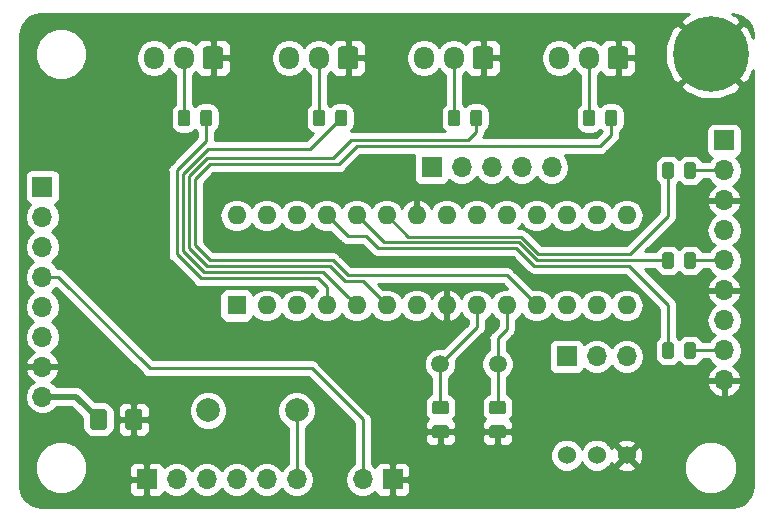
<source format=gbr>
G04 #@! TF.GenerationSoftware,KiCad,Pcbnew,(5.0.2)-1*
G04 #@! TF.CreationDate,2019-02-09T20:55:45-06:00*
G04 #@! TF.ProjectId,Halloween-Controller,48616c6c-6f77-4656-956e-2d436f6e7472,0.1*
G04 #@! TF.SameCoordinates,Original*
G04 #@! TF.FileFunction,Copper,L1,Top*
G04 #@! TF.FilePolarity,Positive*
%FSLAX46Y46*%
G04 Gerber Fmt 4.6, Leading zero omitted, Abs format (unit mm)*
G04 Created by KiCad (PCBNEW (5.0.2)-1) date 2/9/2019 8:55:45 PM*
%MOMM*%
%LPD*%
G01*
G04 APERTURE LIST*
G04 #@! TA.AperFunction,ComponentPad*
%ADD10R,1.600000X1.600000*%
G04 #@! TD*
G04 #@! TA.AperFunction,ComponentPad*
%ADD11O,1.600000X1.600000*%
G04 #@! TD*
G04 #@! TA.AperFunction,Conductor*
%ADD12C,0.100000*%
G04 #@! TD*
G04 #@! TA.AperFunction,SMDPad,CuDef*
%ADD13C,1.150000*%
G04 #@! TD*
G04 #@! TA.AperFunction,ComponentPad*
%ADD14O,1.700000X1.950000*%
G04 #@! TD*
G04 #@! TA.AperFunction,ComponentPad*
%ADD15C,1.700000*%
G04 #@! TD*
G04 #@! TA.AperFunction,ComponentPad*
%ADD16R,1.700000X1.700000*%
G04 #@! TD*
G04 #@! TA.AperFunction,ComponentPad*
%ADD17O,1.700000X1.700000*%
G04 #@! TD*
G04 #@! TA.AperFunction,SMDPad,CuDef*
%ADD18C,0.975000*%
G04 #@! TD*
G04 #@! TA.AperFunction,ComponentPad*
%ADD19C,1.501140*%
G04 #@! TD*
G04 #@! TA.AperFunction,ComponentPad*
%ADD20C,6.400000*%
G04 #@! TD*
G04 #@! TA.AperFunction,ComponentPad*
%ADD21C,2.000000*%
G04 #@! TD*
G04 #@! TA.AperFunction,ComponentPad*
%ADD22C,1.524000*%
G04 #@! TD*
G04 #@! TA.AperFunction,SMDPad,CuDef*
%ADD23C,1.425000*%
G04 #@! TD*
G04 #@! TA.AperFunction,Conductor*
%ADD24C,0.250000*%
G04 #@! TD*
G04 #@! TA.AperFunction,Conductor*
%ADD25C,0.500000*%
G04 #@! TD*
G04 #@! TA.AperFunction,Conductor*
%ADD26C,0.254000*%
G04 #@! TD*
G04 APERTURE END LIST*
D10*
G04 #@! TO.P,IC1,1*
G04 #@! TO.N,Net-(C1-Pad1)*
X120650000Y-83820000D03*
D11*
G04 #@! TO.P,IC1,15*
G04 #@! TO.N,N/C*
X153670000Y-76200000D03*
G04 #@! TO.P,IC1,2*
G04 #@! TO.N,Net-(IC1-Pad2)*
X123190000Y-83820000D03*
G04 #@! TO.P,IC1,16*
G04 #@! TO.N,/GPIO_10*
X151130000Y-76200000D03*
G04 #@! TO.P,IC1,3*
G04 #@! TO.N,Net-(IC1-Pad3)*
X125730000Y-83820000D03*
G04 #@! TO.P,IC1,17*
G04 #@! TO.N,Net-(IC1-Pad17)*
X148590000Y-76200000D03*
G04 #@! TO.P,IC1,4*
G04 #@! TO.N,/GPIO_2*
X128270000Y-83820000D03*
G04 #@! TO.P,IC1,18*
G04 #@! TO.N,Net-(IC1-Pad18)*
X146050000Y-76200000D03*
G04 #@! TO.P,IC1,5*
G04 #@! TO.N,/GPIO_3*
X130810000Y-83820000D03*
G04 #@! TO.P,IC1,19*
G04 #@! TO.N,Net-(IC1-Pad19)*
X143510000Y-76200000D03*
G04 #@! TO.P,IC1,6*
G04 #@! TO.N,/GPIO_4*
X133350000Y-83820000D03*
G04 #@! TO.P,IC1,20*
G04 #@! TO.N,+5V*
X140970000Y-76200000D03*
G04 #@! TO.P,IC1,7*
G04 #@! TO.N,Net-(D1-Pad1)*
X135890000Y-83820000D03*
G04 #@! TO.P,IC1,21*
G04 #@! TO.N,N/C*
X138430000Y-76200000D03*
G04 #@! TO.P,IC1,8*
G04 #@! TO.N,GND*
X138430000Y-83820000D03*
G04 #@! TO.P,IC1,22*
X135890000Y-76200000D03*
G04 #@! TO.P,IC1,9*
G04 #@! TO.N,Net-(C2-Pad1)*
X140970000Y-83820000D03*
G04 #@! TO.P,IC1,23*
G04 #@! TO.N,/AIO_0*
X133350000Y-76200000D03*
G04 #@! TO.P,IC1,10*
G04 #@! TO.N,Net-(C3-Pad1)*
X143510000Y-83820000D03*
G04 #@! TO.P,IC1,24*
G04 #@! TO.N,/AIO_1*
X130810000Y-76200000D03*
G04 #@! TO.P,IC1,11*
G04 #@! TO.N,/GPIO_5*
X146050000Y-83820000D03*
G04 #@! TO.P,IC1,25*
G04 #@! TO.N,/AIO_2*
X128270000Y-76200000D03*
G04 #@! TO.P,IC1,12*
G04 #@! TO.N,/GPIO_6*
X148590000Y-83820000D03*
G04 #@! TO.P,IC1,26*
G04 #@! TO.N,/AIO_3*
X125730000Y-76200000D03*
G04 #@! TO.P,IC1,13*
G04 #@! TO.N,/GPIO_7*
X151130000Y-83820000D03*
G04 #@! TO.P,IC1,27*
G04 #@! TO.N,Net-(IC1-Pad27)*
X123190000Y-76200000D03*
G04 #@! TO.P,IC1,14*
G04 #@! TO.N,/GPIO_8*
X153670000Y-83820000D03*
G04 #@! TO.P,IC1,28*
G04 #@! TO.N,Net-(IC1-Pad28)*
X120650000Y-76200000D03*
G04 #@! TD*
D12*
G04 #@! TO.N,Net-(C2-Pad1)*
G04 #@! TO.C,C2*
G36*
X138396505Y-91882204D02*
X138420773Y-91885804D01*
X138444572Y-91891765D01*
X138467671Y-91900030D01*
X138489850Y-91910520D01*
X138510893Y-91923132D01*
X138530599Y-91937747D01*
X138548777Y-91954223D01*
X138565253Y-91972401D01*
X138579868Y-91992107D01*
X138592480Y-92013150D01*
X138602970Y-92035329D01*
X138611235Y-92058428D01*
X138617196Y-92082227D01*
X138620796Y-92106495D01*
X138622000Y-92130999D01*
X138622000Y-92781001D01*
X138620796Y-92805505D01*
X138617196Y-92829773D01*
X138611235Y-92853572D01*
X138602970Y-92876671D01*
X138592480Y-92898850D01*
X138579868Y-92919893D01*
X138565253Y-92939599D01*
X138548777Y-92957777D01*
X138530599Y-92974253D01*
X138510893Y-92988868D01*
X138489850Y-93001480D01*
X138467671Y-93011970D01*
X138444572Y-93020235D01*
X138420773Y-93026196D01*
X138396505Y-93029796D01*
X138372001Y-93031000D01*
X137471999Y-93031000D01*
X137447495Y-93029796D01*
X137423227Y-93026196D01*
X137399428Y-93020235D01*
X137376329Y-93011970D01*
X137354150Y-93001480D01*
X137333107Y-92988868D01*
X137313401Y-92974253D01*
X137295223Y-92957777D01*
X137278747Y-92939599D01*
X137264132Y-92919893D01*
X137251520Y-92898850D01*
X137241030Y-92876671D01*
X137232765Y-92853572D01*
X137226804Y-92829773D01*
X137223204Y-92805505D01*
X137222000Y-92781001D01*
X137222000Y-92130999D01*
X137223204Y-92106495D01*
X137226804Y-92082227D01*
X137232765Y-92058428D01*
X137241030Y-92035329D01*
X137251520Y-92013150D01*
X137264132Y-91992107D01*
X137278747Y-91972401D01*
X137295223Y-91954223D01*
X137313401Y-91937747D01*
X137333107Y-91923132D01*
X137354150Y-91910520D01*
X137376329Y-91900030D01*
X137399428Y-91891765D01*
X137423227Y-91885804D01*
X137447495Y-91882204D01*
X137471999Y-91881000D01*
X138372001Y-91881000D01*
X138396505Y-91882204D01*
X138396505Y-91882204D01*
G37*
D13*
G04 #@! TD*
G04 #@! TO.P,C2,1*
G04 #@! TO.N,Net-(C2-Pad1)*
X137922000Y-92456000D03*
D12*
G04 #@! TO.N,GND*
G04 #@! TO.C,C2*
G36*
X138396505Y-93932204D02*
X138420773Y-93935804D01*
X138444572Y-93941765D01*
X138467671Y-93950030D01*
X138489850Y-93960520D01*
X138510893Y-93973132D01*
X138530599Y-93987747D01*
X138548777Y-94004223D01*
X138565253Y-94022401D01*
X138579868Y-94042107D01*
X138592480Y-94063150D01*
X138602970Y-94085329D01*
X138611235Y-94108428D01*
X138617196Y-94132227D01*
X138620796Y-94156495D01*
X138622000Y-94180999D01*
X138622000Y-94831001D01*
X138620796Y-94855505D01*
X138617196Y-94879773D01*
X138611235Y-94903572D01*
X138602970Y-94926671D01*
X138592480Y-94948850D01*
X138579868Y-94969893D01*
X138565253Y-94989599D01*
X138548777Y-95007777D01*
X138530599Y-95024253D01*
X138510893Y-95038868D01*
X138489850Y-95051480D01*
X138467671Y-95061970D01*
X138444572Y-95070235D01*
X138420773Y-95076196D01*
X138396505Y-95079796D01*
X138372001Y-95081000D01*
X137471999Y-95081000D01*
X137447495Y-95079796D01*
X137423227Y-95076196D01*
X137399428Y-95070235D01*
X137376329Y-95061970D01*
X137354150Y-95051480D01*
X137333107Y-95038868D01*
X137313401Y-95024253D01*
X137295223Y-95007777D01*
X137278747Y-94989599D01*
X137264132Y-94969893D01*
X137251520Y-94948850D01*
X137241030Y-94926671D01*
X137232765Y-94903572D01*
X137226804Y-94879773D01*
X137223204Y-94855505D01*
X137222000Y-94831001D01*
X137222000Y-94180999D01*
X137223204Y-94156495D01*
X137226804Y-94132227D01*
X137232765Y-94108428D01*
X137241030Y-94085329D01*
X137251520Y-94063150D01*
X137264132Y-94042107D01*
X137278747Y-94022401D01*
X137295223Y-94004223D01*
X137313401Y-93987747D01*
X137333107Y-93973132D01*
X137354150Y-93960520D01*
X137376329Y-93950030D01*
X137399428Y-93941765D01*
X137423227Y-93935804D01*
X137447495Y-93932204D01*
X137471999Y-93931000D01*
X138372001Y-93931000D01*
X138396505Y-93932204D01*
X138396505Y-93932204D01*
G37*
D13*
G04 #@! TD*
G04 #@! TO.P,C2,2*
G04 #@! TO.N,GND*
X137922000Y-94506000D03*
D12*
G04 #@! TO.N,GND*
G04 #@! TO.C,C3*
G36*
X143222505Y-93932204D02*
X143246773Y-93935804D01*
X143270572Y-93941765D01*
X143293671Y-93950030D01*
X143315850Y-93960520D01*
X143336893Y-93973132D01*
X143356599Y-93987747D01*
X143374777Y-94004223D01*
X143391253Y-94022401D01*
X143405868Y-94042107D01*
X143418480Y-94063150D01*
X143428970Y-94085329D01*
X143437235Y-94108428D01*
X143443196Y-94132227D01*
X143446796Y-94156495D01*
X143448000Y-94180999D01*
X143448000Y-94831001D01*
X143446796Y-94855505D01*
X143443196Y-94879773D01*
X143437235Y-94903572D01*
X143428970Y-94926671D01*
X143418480Y-94948850D01*
X143405868Y-94969893D01*
X143391253Y-94989599D01*
X143374777Y-95007777D01*
X143356599Y-95024253D01*
X143336893Y-95038868D01*
X143315850Y-95051480D01*
X143293671Y-95061970D01*
X143270572Y-95070235D01*
X143246773Y-95076196D01*
X143222505Y-95079796D01*
X143198001Y-95081000D01*
X142297999Y-95081000D01*
X142273495Y-95079796D01*
X142249227Y-95076196D01*
X142225428Y-95070235D01*
X142202329Y-95061970D01*
X142180150Y-95051480D01*
X142159107Y-95038868D01*
X142139401Y-95024253D01*
X142121223Y-95007777D01*
X142104747Y-94989599D01*
X142090132Y-94969893D01*
X142077520Y-94948850D01*
X142067030Y-94926671D01*
X142058765Y-94903572D01*
X142052804Y-94879773D01*
X142049204Y-94855505D01*
X142048000Y-94831001D01*
X142048000Y-94180999D01*
X142049204Y-94156495D01*
X142052804Y-94132227D01*
X142058765Y-94108428D01*
X142067030Y-94085329D01*
X142077520Y-94063150D01*
X142090132Y-94042107D01*
X142104747Y-94022401D01*
X142121223Y-94004223D01*
X142139401Y-93987747D01*
X142159107Y-93973132D01*
X142180150Y-93960520D01*
X142202329Y-93950030D01*
X142225428Y-93941765D01*
X142249227Y-93935804D01*
X142273495Y-93932204D01*
X142297999Y-93931000D01*
X143198001Y-93931000D01*
X143222505Y-93932204D01*
X143222505Y-93932204D01*
G37*
D13*
G04 #@! TD*
G04 #@! TO.P,C3,2*
G04 #@! TO.N,GND*
X142748000Y-94506000D03*
D12*
G04 #@! TO.N,Net-(C3-Pad1)*
G04 #@! TO.C,C3*
G36*
X143222505Y-91882204D02*
X143246773Y-91885804D01*
X143270572Y-91891765D01*
X143293671Y-91900030D01*
X143315850Y-91910520D01*
X143336893Y-91923132D01*
X143356599Y-91937747D01*
X143374777Y-91954223D01*
X143391253Y-91972401D01*
X143405868Y-91992107D01*
X143418480Y-92013150D01*
X143428970Y-92035329D01*
X143437235Y-92058428D01*
X143443196Y-92082227D01*
X143446796Y-92106495D01*
X143448000Y-92130999D01*
X143448000Y-92781001D01*
X143446796Y-92805505D01*
X143443196Y-92829773D01*
X143437235Y-92853572D01*
X143428970Y-92876671D01*
X143418480Y-92898850D01*
X143405868Y-92919893D01*
X143391253Y-92939599D01*
X143374777Y-92957777D01*
X143356599Y-92974253D01*
X143336893Y-92988868D01*
X143315850Y-93001480D01*
X143293671Y-93011970D01*
X143270572Y-93020235D01*
X143246773Y-93026196D01*
X143222505Y-93029796D01*
X143198001Y-93031000D01*
X142297999Y-93031000D01*
X142273495Y-93029796D01*
X142249227Y-93026196D01*
X142225428Y-93020235D01*
X142202329Y-93011970D01*
X142180150Y-93001480D01*
X142159107Y-92988868D01*
X142139401Y-92974253D01*
X142121223Y-92957777D01*
X142104747Y-92939599D01*
X142090132Y-92919893D01*
X142077520Y-92898850D01*
X142067030Y-92876671D01*
X142058765Y-92853572D01*
X142052804Y-92829773D01*
X142049204Y-92805505D01*
X142048000Y-92781001D01*
X142048000Y-92130999D01*
X142049204Y-92106495D01*
X142052804Y-92082227D01*
X142058765Y-92058428D01*
X142067030Y-92035329D01*
X142077520Y-92013150D01*
X142090132Y-91992107D01*
X142104747Y-91972401D01*
X142121223Y-91954223D01*
X142139401Y-91937747D01*
X142159107Y-91923132D01*
X142180150Y-91910520D01*
X142202329Y-91900030D01*
X142225428Y-91891765D01*
X142249227Y-91885804D01*
X142273495Y-91882204D01*
X142297999Y-91881000D01*
X143198001Y-91881000D01*
X143222505Y-91882204D01*
X143222505Y-91882204D01*
G37*
D13*
G04 #@! TD*
G04 #@! TO.P,C3,1*
G04 #@! TO.N,Net-(C3-Pad1)*
X142748000Y-92456000D03*
D14*
G04 #@! TO.P,J1,3*
G04 #@! TO.N,+5V*
X113665000Y-62865000D03*
G04 #@! TO.P,J1,2*
G04 #@! TO.N,Net-(J1-Pad2)*
X116165000Y-62865000D03*
D12*
G04 #@! TD*
G04 #@! TO.N,GND*
G04 #@! TO.C,J1*
G36*
X119289504Y-61891204D02*
X119313773Y-61894804D01*
X119337571Y-61900765D01*
X119360671Y-61909030D01*
X119382849Y-61919520D01*
X119403893Y-61932133D01*
X119423598Y-61946747D01*
X119441777Y-61963223D01*
X119458253Y-61981402D01*
X119472867Y-62001107D01*
X119485480Y-62022151D01*
X119495970Y-62044329D01*
X119504235Y-62067429D01*
X119510196Y-62091227D01*
X119513796Y-62115496D01*
X119515000Y-62140000D01*
X119515000Y-63590000D01*
X119513796Y-63614504D01*
X119510196Y-63638773D01*
X119504235Y-63662571D01*
X119495970Y-63685671D01*
X119485480Y-63707849D01*
X119472867Y-63728893D01*
X119458253Y-63748598D01*
X119441777Y-63766777D01*
X119423598Y-63783253D01*
X119403893Y-63797867D01*
X119382849Y-63810480D01*
X119360671Y-63820970D01*
X119337571Y-63829235D01*
X119313773Y-63835196D01*
X119289504Y-63838796D01*
X119265000Y-63840000D01*
X118065000Y-63840000D01*
X118040496Y-63838796D01*
X118016227Y-63835196D01*
X117992429Y-63829235D01*
X117969329Y-63820970D01*
X117947151Y-63810480D01*
X117926107Y-63797867D01*
X117906402Y-63783253D01*
X117888223Y-63766777D01*
X117871747Y-63748598D01*
X117857133Y-63728893D01*
X117844520Y-63707849D01*
X117834030Y-63685671D01*
X117825765Y-63662571D01*
X117819804Y-63638773D01*
X117816204Y-63614504D01*
X117815000Y-63590000D01*
X117815000Y-62140000D01*
X117816204Y-62115496D01*
X117819804Y-62091227D01*
X117825765Y-62067429D01*
X117834030Y-62044329D01*
X117844520Y-62022151D01*
X117857133Y-62001107D01*
X117871747Y-61981402D01*
X117888223Y-61963223D01*
X117906402Y-61946747D01*
X117926107Y-61932133D01*
X117947151Y-61919520D01*
X117969329Y-61909030D01*
X117992429Y-61900765D01*
X118016227Y-61894804D01*
X118040496Y-61891204D01*
X118065000Y-61890000D01*
X119265000Y-61890000D01*
X119289504Y-61891204D01*
X119289504Y-61891204D01*
G37*
D15*
G04 #@! TO.P,J1,1*
G04 #@! TO.N,GND*
X118665000Y-62865000D03*
G04 #@! TD*
D16*
G04 #@! TO.P,J2,1*
G04 #@! TO.N,GND*
X113030000Y-98552000D03*
D17*
G04 #@! TO.P,J2,2*
G04 #@! TO.N,+5V*
X115570000Y-98552000D03*
G04 #@! TO.P,J2,3*
G04 #@! TO.N,N/C*
X118110000Y-98552000D03*
G04 #@! TO.P,J2,4*
G04 #@! TO.N,Net-(IC1-Pad2)*
X120650000Y-98552000D03*
G04 #@! TO.P,J2,5*
G04 #@! TO.N,Net-(IC1-Pad3)*
X123190000Y-98552000D03*
G04 #@! TO.P,J2,6*
G04 #@! TO.N,Net-(C1-Pad2)*
X125730000Y-98552000D03*
G04 #@! TD*
D16*
G04 #@! TO.P,J3,1*
G04 #@! TO.N,+5V*
X161925000Y-69850000D03*
D17*
G04 #@! TO.P,J3,2*
G04 #@! TO.N,Net-(J3-Pad2)*
X161925000Y-72390000D03*
G04 #@! TO.P,J3,3*
G04 #@! TO.N,GND*
X161925000Y-74930000D03*
G04 #@! TO.P,J3,4*
G04 #@! TO.N,+5V*
X161925000Y-77470000D03*
G04 #@! TO.P,J3,5*
G04 #@! TO.N,Net-(J3-Pad5)*
X161925000Y-80010000D03*
G04 #@! TO.P,J3,6*
G04 #@! TO.N,GND*
X161925000Y-82550000D03*
G04 #@! TO.P,J3,7*
G04 #@! TO.N,+5V*
X161925000Y-85090000D03*
G04 #@! TO.P,J3,8*
G04 #@! TO.N,Net-(J3-Pad8)*
X161925000Y-87630000D03*
G04 #@! TO.P,J3,9*
G04 #@! TO.N,GND*
X161925000Y-90170000D03*
G04 #@! TD*
D12*
G04 #@! TO.N,GND*
G04 #@! TO.C,J4*
G36*
X130719504Y-61891204D02*
X130743773Y-61894804D01*
X130767571Y-61900765D01*
X130790671Y-61909030D01*
X130812849Y-61919520D01*
X130833893Y-61932133D01*
X130853598Y-61946747D01*
X130871777Y-61963223D01*
X130888253Y-61981402D01*
X130902867Y-62001107D01*
X130915480Y-62022151D01*
X130925970Y-62044329D01*
X130934235Y-62067429D01*
X130940196Y-62091227D01*
X130943796Y-62115496D01*
X130945000Y-62140000D01*
X130945000Y-63590000D01*
X130943796Y-63614504D01*
X130940196Y-63638773D01*
X130934235Y-63662571D01*
X130925970Y-63685671D01*
X130915480Y-63707849D01*
X130902867Y-63728893D01*
X130888253Y-63748598D01*
X130871777Y-63766777D01*
X130853598Y-63783253D01*
X130833893Y-63797867D01*
X130812849Y-63810480D01*
X130790671Y-63820970D01*
X130767571Y-63829235D01*
X130743773Y-63835196D01*
X130719504Y-63838796D01*
X130695000Y-63840000D01*
X129495000Y-63840000D01*
X129470496Y-63838796D01*
X129446227Y-63835196D01*
X129422429Y-63829235D01*
X129399329Y-63820970D01*
X129377151Y-63810480D01*
X129356107Y-63797867D01*
X129336402Y-63783253D01*
X129318223Y-63766777D01*
X129301747Y-63748598D01*
X129287133Y-63728893D01*
X129274520Y-63707849D01*
X129264030Y-63685671D01*
X129255765Y-63662571D01*
X129249804Y-63638773D01*
X129246204Y-63614504D01*
X129245000Y-63590000D01*
X129245000Y-62140000D01*
X129246204Y-62115496D01*
X129249804Y-62091227D01*
X129255765Y-62067429D01*
X129264030Y-62044329D01*
X129274520Y-62022151D01*
X129287133Y-62001107D01*
X129301747Y-61981402D01*
X129318223Y-61963223D01*
X129336402Y-61946747D01*
X129356107Y-61932133D01*
X129377151Y-61919520D01*
X129399329Y-61909030D01*
X129422429Y-61900765D01*
X129446227Y-61894804D01*
X129470496Y-61891204D01*
X129495000Y-61890000D01*
X130695000Y-61890000D01*
X130719504Y-61891204D01*
X130719504Y-61891204D01*
G37*
D15*
G04 #@! TD*
G04 #@! TO.P,J4,1*
G04 #@! TO.N,GND*
X130095000Y-62865000D03*
D14*
G04 #@! TO.P,J4,2*
G04 #@! TO.N,Net-(J4-Pad2)*
X127595000Y-62865000D03*
G04 #@! TO.P,J4,3*
G04 #@! TO.N,+5V*
X125095000Y-62865000D03*
G04 #@! TD*
D12*
G04 #@! TO.N,GND*
G04 #@! TO.C,J5*
G36*
X142149504Y-61891204D02*
X142173773Y-61894804D01*
X142197571Y-61900765D01*
X142220671Y-61909030D01*
X142242849Y-61919520D01*
X142263893Y-61932133D01*
X142283598Y-61946747D01*
X142301777Y-61963223D01*
X142318253Y-61981402D01*
X142332867Y-62001107D01*
X142345480Y-62022151D01*
X142355970Y-62044329D01*
X142364235Y-62067429D01*
X142370196Y-62091227D01*
X142373796Y-62115496D01*
X142375000Y-62140000D01*
X142375000Y-63590000D01*
X142373796Y-63614504D01*
X142370196Y-63638773D01*
X142364235Y-63662571D01*
X142355970Y-63685671D01*
X142345480Y-63707849D01*
X142332867Y-63728893D01*
X142318253Y-63748598D01*
X142301777Y-63766777D01*
X142283598Y-63783253D01*
X142263893Y-63797867D01*
X142242849Y-63810480D01*
X142220671Y-63820970D01*
X142197571Y-63829235D01*
X142173773Y-63835196D01*
X142149504Y-63838796D01*
X142125000Y-63840000D01*
X140925000Y-63840000D01*
X140900496Y-63838796D01*
X140876227Y-63835196D01*
X140852429Y-63829235D01*
X140829329Y-63820970D01*
X140807151Y-63810480D01*
X140786107Y-63797867D01*
X140766402Y-63783253D01*
X140748223Y-63766777D01*
X140731747Y-63748598D01*
X140717133Y-63728893D01*
X140704520Y-63707849D01*
X140694030Y-63685671D01*
X140685765Y-63662571D01*
X140679804Y-63638773D01*
X140676204Y-63614504D01*
X140675000Y-63590000D01*
X140675000Y-62140000D01*
X140676204Y-62115496D01*
X140679804Y-62091227D01*
X140685765Y-62067429D01*
X140694030Y-62044329D01*
X140704520Y-62022151D01*
X140717133Y-62001107D01*
X140731747Y-61981402D01*
X140748223Y-61963223D01*
X140766402Y-61946747D01*
X140786107Y-61932133D01*
X140807151Y-61919520D01*
X140829329Y-61909030D01*
X140852429Y-61900765D01*
X140876227Y-61894804D01*
X140900496Y-61891204D01*
X140925000Y-61890000D01*
X142125000Y-61890000D01*
X142149504Y-61891204D01*
X142149504Y-61891204D01*
G37*
D15*
G04 #@! TD*
G04 #@! TO.P,J5,1*
G04 #@! TO.N,GND*
X141525000Y-62865000D03*
D14*
G04 #@! TO.P,J5,2*
G04 #@! TO.N,Net-(J5-Pad2)*
X139025000Y-62865000D03*
G04 #@! TO.P,J5,3*
G04 #@! TO.N,+5V*
X136525000Y-62865000D03*
G04 #@! TD*
D16*
G04 #@! TO.P,J6,1*
G04 #@! TO.N,Net-(IC1-Pad27)*
X137160000Y-72136000D03*
D17*
G04 #@! TO.P,J6,2*
G04 #@! TO.N,Net-(IC1-Pad28)*
X139700000Y-72136000D03*
G04 #@! TO.P,J6,3*
G04 #@! TO.N,Net-(IC1-Pad18)*
X142240000Y-72136000D03*
G04 #@! TO.P,J6,4*
G04 #@! TO.N,Net-(IC1-Pad17)*
X144780000Y-72136000D03*
G04 #@! TO.P,J6,5*
G04 #@! TO.N,Net-(IC1-Pad19)*
X147320000Y-72136000D03*
G04 #@! TD*
D14*
G04 #@! TO.P,J7,3*
G04 #@! TO.N,+5V*
X147955000Y-62865000D03*
G04 #@! TO.P,J7,2*
G04 #@! TO.N,Net-(J7-Pad2)*
X150455000Y-62865000D03*
D12*
G04 #@! TD*
G04 #@! TO.N,GND*
G04 #@! TO.C,J7*
G36*
X153579504Y-61891204D02*
X153603773Y-61894804D01*
X153627571Y-61900765D01*
X153650671Y-61909030D01*
X153672849Y-61919520D01*
X153693893Y-61932133D01*
X153713598Y-61946747D01*
X153731777Y-61963223D01*
X153748253Y-61981402D01*
X153762867Y-62001107D01*
X153775480Y-62022151D01*
X153785970Y-62044329D01*
X153794235Y-62067429D01*
X153800196Y-62091227D01*
X153803796Y-62115496D01*
X153805000Y-62140000D01*
X153805000Y-63590000D01*
X153803796Y-63614504D01*
X153800196Y-63638773D01*
X153794235Y-63662571D01*
X153785970Y-63685671D01*
X153775480Y-63707849D01*
X153762867Y-63728893D01*
X153748253Y-63748598D01*
X153731777Y-63766777D01*
X153713598Y-63783253D01*
X153693893Y-63797867D01*
X153672849Y-63810480D01*
X153650671Y-63820970D01*
X153627571Y-63829235D01*
X153603773Y-63835196D01*
X153579504Y-63838796D01*
X153555000Y-63840000D01*
X152355000Y-63840000D01*
X152330496Y-63838796D01*
X152306227Y-63835196D01*
X152282429Y-63829235D01*
X152259329Y-63820970D01*
X152237151Y-63810480D01*
X152216107Y-63797867D01*
X152196402Y-63783253D01*
X152178223Y-63766777D01*
X152161747Y-63748598D01*
X152147133Y-63728893D01*
X152134520Y-63707849D01*
X152124030Y-63685671D01*
X152115765Y-63662571D01*
X152109804Y-63638773D01*
X152106204Y-63614504D01*
X152105000Y-63590000D01*
X152105000Y-62140000D01*
X152106204Y-62115496D01*
X152109804Y-62091227D01*
X152115765Y-62067429D01*
X152124030Y-62044329D01*
X152134520Y-62022151D01*
X152147133Y-62001107D01*
X152161747Y-61981402D01*
X152178223Y-61963223D01*
X152196402Y-61946747D01*
X152216107Y-61932133D01*
X152237151Y-61919520D01*
X152259329Y-61909030D01*
X152282429Y-61900765D01*
X152306227Y-61894804D01*
X152330496Y-61891204D01*
X152355000Y-61890000D01*
X153555000Y-61890000D01*
X153579504Y-61891204D01*
X153579504Y-61891204D01*
G37*
D15*
G04 #@! TO.P,J7,1*
G04 #@! TO.N,GND*
X152955000Y-62865000D03*
G04 #@! TD*
D12*
G04 #@! TO.N,/AIO_0*
G04 #@! TO.C,R1*
G36*
X157445142Y-71691174D02*
X157468803Y-71694684D01*
X157492007Y-71700496D01*
X157514529Y-71708554D01*
X157536153Y-71718782D01*
X157556670Y-71731079D01*
X157575883Y-71745329D01*
X157593607Y-71761393D01*
X157609671Y-71779117D01*
X157623921Y-71798330D01*
X157636218Y-71818847D01*
X157646446Y-71840471D01*
X157654504Y-71862993D01*
X157660316Y-71886197D01*
X157663826Y-71909858D01*
X157665000Y-71933750D01*
X157665000Y-72846250D01*
X157663826Y-72870142D01*
X157660316Y-72893803D01*
X157654504Y-72917007D01*
X157646446Y-72939529D01*
X157636218Y-72961153D01*
X157623921Y-72981670D01*
X157609671Y-73000883D01*
X157593607Y-73018607D01*
X157575883Y-73034671D01*
X157556670Y-73048921D01*
X157536153Y-73061218D01*
X157514529Y-73071446D01*
X157492007Y-73079504D01*
X157468803Y-73085316D01*
X157445142Y-73088826D01*
X157421250Y-73090000D01*
X156933750Y-73090000D01*
X156909858Y-73088826D01*
X156886197Y-73085316D01*
X156862993Y-73079504D01*
X156840471Y-73071446D01*
X156818847Y-73061218D01*
X156798330Y-73048921D01*
X156779117Y-73034671D01*
X156761393Y-73018607D01*
X156745329Y-73000883D01*
X156731079Y-72981670D01*
X156718782Y-72961153D01*
X156708554Y-72939529D01*
X156700496Y-72917007D01*
X156694684Y-72893803D01*
X156691174Y-72870142D01*
X156690000Y-72846250D01*
X156690000Y-71933750D01*
X156691174Y-71909858D01*
X156694684Y-71886197D01*
X156700496Y-71862993D01*
X156708554Y-71840471D01*
X156718782Y-71818847D01*
X156731079Y-71798330D01*
X156745329Y-71779117D01*
X156761393Y-71761393D01*
X156779117Y-71745329D01*
X156798330Y-71731079D01*
X156818847Y-71718782D01*
X156840471Y-71708554D01*
X156862993Y-71700496D01*
X156886197Y-71694684D01*
X156909858Y-71691174D01*
X156933750Y-71690000D01*
X157421250Y-71690000D01*
X157445142Y-71691174D01*
X157445142Y-71691174D01*
G37*
D18*
G04 #@! TD*
G04 #@! TO.P,R1,2*
G04 #@! TO.N,/AIO_0*
X157177500Y-72390000D03*
D12*
G04 #@! TO.N,Net-(J3-Pad2)*
G04 #@! TO.C,R1*
G36*
X159320142Y-71691174D02*
X159343803Y-71694684D01*
X159367007Y-71700496D01*
X159389529Y-71708554D01*
X159411153Y-71718782D01*
X159431670Y-71731079D01*
X159450883Y-71745329D01*
X159468607Y-71761393D01*
X159484671Y-71779117D01*
X159498921Y-71798330D01*
X159511218Y-71818847D01*
X159521446Y-71840471D01*
X159529504Y-71862993D01*
X159535316Y-71886197D01*
X159538826Y-71909858D01*
X159540000Y-71933750D01*
X159540000Y-72846250D01*
X159538826Y-72870142D01*
X159535316Y-72893803D01*
X159529504Y-72917007D01*
X159521446Y-72939529D01*
X159511218Y-72961153D01*
X159498921Y-72981670D01*
X159484671Y-73000883D01*
X159468607Y-73018607D01*
X159450883Y-73034671D01*
X159431670Y-73048921D01*
X159411153Y-73061218D01*
X159389529Y-73071446D01*
X159367007Y-73079504D01*
X159343803Y-73085316D01*
X159320142Y-73088826D01*
X159296250Y-73090000D01*
X158808750Y-73090000D01*
X158784858Y-73088826D01*
X158761197Y-73085316D01*
X158737993Y-73079504D01*
X158715471Y-73071446D01*
X158693847Y-73061218D01*
X158673330Y-73048921D01*
X158654117Y-73034671D01*
X158636393Y-73018607D01*
X158620329Y-73000883D01*
X158606079Y-72981670D01*
X158593782Y-72961153D01*
X158583554Y-72939529D01*
X158575496Y-72917007D01*
X158569684Y-72893803D01*
X158566174Y-72870142D01*
X158565000Y-72846250D01*
X158565000Y-71933750D01*
X158566174Y-71909858D01*
X158569684Y-71886197D01*
X158575496Y-71862993D01*
X158583554Y-71840471D01*
X158593782Y-71818847D01*
X158606079Y-71798330D01*
X158620329Y-71779117D01*
X158636393Y-71761393D01*
X158654117Y-71745329D01*
X158673330Y-71731079D01*
X158693847Y-71718782D01*
X158715471Y-71708554D01*
X158737993Y-71700496D01*
X158761197Y-71694684D01*
X158784858Y-71691174D01*
X158808750Y-71690000D01*
X159296250Y-71690000D01*
X159320142Y-71691174D01*
X159320142Y-71691174D01*
G37*
D18*
G04 #@! TD*
G04 #@! TO.P,R1,1*
G04 #@! TO.N,Net-(J3-Pad2)*
X159052500Y-72390000D03*
D12*
G04 #@! TO.N,/GPIO_2*
G04 #@! TO.C,R2*
G36*
X118347642Y-67246174D02*
X118371303Y-67249684D01*
X118394507Y-67255496D01*
X118417029Y-67263554D01*
X118438653Y-67273782D01*
X118459170Y-67286079D01*
X118478383Y-67300329D01*
X118496107Y-67316393D01*
X118512171Y-67334117D01*
X118526421Y-67353330D01*
X118538718Y-67373847D01*
X118548946Y-67395471D01*
X118557004Y-67417993D01*
X118562816Y-67441197D01*
X118566326Y-67464858D01*
X118567500Y-67488750D01*
X118567500Y-68401250D01*
X118566326Y-68425142D01*
X118562816Y-68448803D01*
X118557004Y-68472007D01*
X118548946Y-68494529D01*
X118538718Y-68516153D01*
X118526421Y-68536670D01*
X118512171Y-68555883D01*
X118496107Y-68573607D01*
X118478383Y-68589671D01*
X118459170Y-68603921D01*
X118438653Y-68616218D01*
X118417029Y-68626446D01*
X118394507Y-68634504D01*
X118371303Y-68640316D01*
X118347642Y-68643826D01*
X118323750Y-68645000D01*
X117836250Y-68645000D01*
X117812358Y-68643826D01*
X117788697Y-68640316D01*
X117765493Y-68634504D01*
X117742971Y-68626446D01*
X117721347Y-68616218D01*
X117700830Y-68603921D01*
X117681617Y-68589671D01*
X117663893Y-68573607D01*
X117647829Y-68555883D01*
X117633579Y-68536670D01*
X117621282Y-68516153D01*
X117611054Y-68494529D01*
X117602996Y-68472007D01*
X117597184Y-68448803D01*
X117593674Y-68425142D01*
X117592500Y-68401250D01*
X117592500Y-67488750D01*
X117593674Y-67464858D01*
X117597184Y-67441197D01*
X117602996Y-67417993D01*
X117611054Y-67395471D01*
X117621282Y-67373847D01*
X117633579Y-67353330D01*
X117647829Y-67334117D01*
X117663893Y-67316393D01*
X117681617Y-67300329D01*
X117700830Y-67286079D01*
X117721347Y-67273782D01*
X117742971Y-67263554D01*
X117765493Y-67255496D01*
X117788697Y-67249684D01*
X117812358Y-67246174D01*
X117836250Y-67245000D01*
X118323750Y-67245000D01*
X118347642Y-67246174D01*
X118347642Y-67246174D01*
G37*
D18*
G04 #@! TD*
G04 #@! TO.P,R2,2*
G04 #@! TO.N,/GPIO_2*
X118080000Y-67945000D03*
D12*
G04 #@! TO.N,Net-(J1-Pad2)*
G04 #@! TO.C,R2*
G36*
X116472642Y-67246174D02*
X116496303Y-67249684D01*
X116519507Y-67255496D01*
X116542029Y-67263554D01*
X116563653Y-67273782D01*
X116584170Y-67286079D01*
X116603383Y-67300329D01*
X116621107Y-67316393D01*
X116637171Y-67334117D01*
X116651421Y-67353330D01*
X116663718Y-67373847D01*
X116673946Y-67395471D01*
X116682004Y-67417993D01*
X116687816Y-67441197D01*
X116691326Y-67464858D01*
X116692500Y-67488750D01*
X116692500Y-68401250D01*
X116691326Y-68425142D01*
X116687816Y-68448803D01*
X116682004Y-68472007D01*
X116673946Y-68494529D01*
X116663718Y-68516153D01*
X116651421Y-68536670D01*
X116637171Y-68555883D01*
X116621107Y-68573607D01*
X116603383Y-68589671D01*
X116584170Y-68603921D01*
X116563653Y-68616218D01*
X116542029Y-68626446D01*
X116519507Y-68634504D01*
X116496303Y-68640316D01*
X116472642Y-68643826D01*
X116448750Y-68645000D01*
X115961250Y-68645000D01*
X115937358Y-68643826D01*
X115913697Y-68640316D01*
X115890493Y-68634504D01*
X115867971Y-68626446D01*
X115846347Y-68616218D01*
X115825830Y-68603921D01*
X115806617Y-68589671D01*
X115788893Y-68573607D01*
X115772829Y-68555883D01*
X115758579Y-68536670D01*
X115746282Y-68516153D01*
X115736054Y-68494529D01*
X115727996Y-68472007D01*
X115722184Y-68448803D01*
X115718674Y-68425142D01*
X115717500Y-68401250D01*
X115717500Y-67488750D01*
X115718674Y-67464858D01*
X115722184Y-67441197D01*
X115727996Y-67417993D01*
X115736054Y-67395471D01*
X115746282Y-67373847D01*
X115758579Y-67353330D01*
X115772829Y-67334117D01*
X115788893Y-67316393D01*
X115806617Y-67300329D01*
X115825830Y-67286079D01*
X115846347Y-67273782D01*
X115867971Y-67263554D01*
X115890493Y-67255496D01*
X115913697Y-67249684D01*
X115937358Y-67246174D01*
X115961250Y-67245000D01*
X116448750Y-67245000D01*
X116472642Y-67246174D01*
X116472642Y-67246174D01*
G37*
D18*
G04 #@! TD*
G04 #@! TO.P,R2,1*
G04 #@! TO.N,Net-(J1-Pad2)*
X116205000Y-67945000D03*
D12*
G04 #@! TO.N,Net-(J3-Pad5)*
G04 #@! TO.C,R4*
G36*
X159320142Y-79311174D02*
X159343803Y-79314684D01*
X159367007Y-79320496D01*
X159389529Y-79328554D01*
X159411153Y-79338782D01*
X159431670Y-79351079D01*
X159450883Y-79365329D01*
X159468607Y-79381393D01*
X159484671Y-79399117D01*
X159498921Y-79418330D01*
X159511218Y-79438847D01*
X159521446Y-79460471D01*
X159529504Y-79482993D01*
X159535316Y-79506197D01*
X159538826Y-79529858D01*
X159540000Y-79553750D01*
X159540000Y-80466250D01*
X159538826Y-80490142D01*
X159535316Y-80513803D01*
X159529504Y-80537007D01*
X159521446Y-80559529D01*
X159511218Y-80581153D01*
X159498921Y-80601670D01*
X159484671Y-80620883D01*
X159468607Y-80638607D01*
X159450883Y-80654671D01*
X159431670Y-80668921D01*
X159411153Y-80681218D01*
X159389529Y-80691446D01*
X159367007Y-80699504D01*
X159343803Y-80705316D01*
X159320142Y-80708826D01*
X159296250Y-80710000D01*
X158808750Y-80710000D01*
X158784858Y-80708826D01*
X158761197Y-80705316D01*
X158737993Y-80699504D01*
X158715471Y-80691446D01*
X158693847Y-80681218D01*
X158673330Y-80668921D01*
X158654117Y-80654671D01*
X158636393Y-80638607D01*
X158620329Y-80620883D01*
X158606079Y-80601670D01*
X158593782Y-80581153D01*
X158583554Y-80559529D01*
X158575496Y-80537007D01*
X158569684Y-80513803D01*
X158566174Y-80490142D01*
X158565000Y-80466250D01*
X158565000Y-79553750D01*
X158566174Y-79529858D01*
X158569684Y-79506197D01*
X158575496Y-79482993D01*
X158583554Y-79460471D01*
X158593782Y-79438847D01*
X158606079Y-79418330D01*
X158620329Y-79399117D01*
X158636393Y-79381393D01*
X158654117Y-79365329D01*
X158673330Y-79351079D01*
X158693847Y-79338782D01*
X158715471Y-79328554D01*
X158737993Y-79320496D01*
X158761197Y-79314684D01*
X158784858Y-79311174D01*
X158808750Y-79310000D01*
X159296250Y-79310000D01*
X159320142Y-79311174D01*
X159320142Y-79311174D01*
G37*
D18*
G04 #@! TD*
G04 #@! TO.P,R4,1*
G04 #@! TO.N,Net-(J3-Pad5)*
X159052500Y-80010000D03*
D12*
G04 #@! TO.N,/AIO_1*
G04 #@! TO.C,R4*
G36*
X157445142Y-79311174D02*
X157468803Y-79314684D01*
X157492007Y-79320496D01*
X157514529Y-79328554D01*
X157536153Y-79338782D01*
X157556670Y-79351079D01*
X157575883Y-79365329D01*
X157593607Y-79381393D01*
X157609671Y-79399117D01*
X157623921Y-79418330D01*
X157636218Y-79438847D01*
X157646446Y-79460471D01*
X157654504Y-79482993D01*
X157660316Y-79506197D01*
X157663826Y-79529858D01*
X157665000Y-79553750D01*
X157665000Y-80466250D01*
X157663826Y-80490142D01*
X157660316Y-80513803D01*
X157654504Y-80537007D01*
X157646446Y-80559529D01*
X157636218Y-80581153D01*
X157623921Y-80601670D01*
X157609671Y-80620883D01*
X157593607Y-80638607D01*
X157575883Y-80654671D01*
X157556670Y-80668921D01*
X157536153Y-80681218D01*
X157514529Y-80691446D01*
X157492007Y-80699504D01*
X157468803Y-80705316D01*
X157445142Y-80708826D01*
X157421250Y-80710000D01*
X156933750Y-80710000D01*
X156909858Y-80708826D01*
X156886197Y-80705316D01*
X156862993Y-80699504D01*
X156840471Y-80691446D01*
X156818847Y-80681218D01*
X156798330Y-80668921D01*
X156779117Y-80654671D01*
X156761393Y-80638607D01*
X156745329Y-80620883D01*
X156731079Y-80601670D01*
X156718782Y-80581153D01*
X156708554Y-80559529D01*
X156700496Y-80537007D01*
X156694684Y-80513803D01*
X156691174Y-80490142D01*
X156690000Y-80466250D01*
X156690000Y-79553750D01*
X156691174Y-79529858D01*
X156694684Y-79506197D01*
X156700496Y-79482993D01*
X156708554Y-79460471D01*
X156718782Y-79438847D01*
X156731079Y-79418330D01*
X156745329Y-79399117D01*
X156761393Y-79381393D01*
X156779117Y-79365329D01*
X156798330Y-79351079D01*
X156818847Y-79338782D01*
X156840471Y-79328554D01*
X156862993Y-79320496D01*
X156886197Y-79314684D01*
X156909858Y-79311174D01*
X156933750Y-79310000D01*
X157421250Y-79310000D01*
X157445142Y-79311174D01*
X157445142Y-79311174D01*
G37*
D18*
G04 #@! TD*
G04 #@! TO.P,R4,2*
G04 #@! TO.N,/AIO_1*
X157177500Y-80010000D03*
D12*
G04 #@! TO.N,/GPIO_3*
G04 #@! TO.C,R5*
G36*
X129777642Y-67246174D02*
X129801303Y-67249684D01*
X129824507Y-67255496D01*
X129847029Y-67263554D01*
X129868653Y-67273782D01*
X129889170Y-67286079D01*
X129908383Y-67300329D01*
X129926107Y-67316393D01*
X129942171Y-67334117D01*
X129956421Y-67353330D01*
X129968718Y-67373847D01*
X129978946Y-67395471D01*
X129987004Y-67417993D01*
X129992816Y-67441197D01*
X129996326Y-67464858D01*
X129997500Y-67488750D01*
X129997500Y-68401250D01*
X129996326Y-68425142D01*
X129992816Y-68448803D01*
X129987004Y-68472007D01*
X129978946Y-68494529D01*
X129968718Y-68516153D01*
X129956421Y-68536670D01*
X129942171Y-68555883D01*
X129926107Y-68573607D01*
X129908383Y-68589671D01*
X129889170Y-68603921D01*
X129868653Y-68616218D01*
X129847029Y-68626446D01*
X129824507Y-68634504D01*
X129801303Y-68640316D01*
X129777642Y-68643826D01*
X129753750Y-68645000D01*
X129266250Y-68645000D01*
X129242358Y-68643826D01*
X129218697Y-68640316D01*
X129195493Y-68634504D01*
X129172971Y-68626446D01*
X129151347Y-68616218D01*
X129130830Y-68603921D01*
X129111617Y-68589671D01*
X129093893Y-68573607D01*
X129077829Y-68555883D01*
X129063579Y-68536670D01*
X129051282Y-68516153D01*
X129041054Y-68494529D01*
X129032996Y-68472007D01*
X129027184Y-68448803D01*
X129023674Y-68425142D01*
X129022500Y-68401250D01*
X129022500Y-67488750D01*
X129023674Y-67464858D01*
X129027184Y-67441197D01*
X129032996Y-67417993D01*
X129041054Y-67395471D01*
X129051282Y-67373847D01*
X129063579Y-67353330D01*
X129077829Y-67334117D01*
X129093893Y-67316393D01*
X129111617Y-67300329D01*
X129130830Y-67286079D01*
X129151347Y-67273782D01*
X129172971Y-67263554D01*
X129195493Y-67255496D01*
X129218697Y-67249684D01*
X129242358Y-67246174D01*
X129266250Y-67245000D01*
X129753750Y-67245000D01*
X129777642Y-67246174D01*
X129777642Y-67246174D01*
G37*
D18*
G04 #@! TD*
G04 #@! TO.P,R5,2*
G04 #@! TO.N,/GPIO_3*
X129510000Y-67945000D03*
D12*
G04 #@! TO.N,Net-(J4-Pad2)*
G04 #@! TO.C,R5*
G36*
X127902642Y-67246174D02*
X127926303Y-67249684D01*
X127949507Y-67255496D01*
X127972029Y-67263554D01*
X127993653Y-67273782D01*
X128014170Y-67286079D01*
X128033383Y-67300329D01*
X128051107Y-67316393D01*
X128067171Y-67334117D01*
X128081421Y-67353330D01*
X128093718Y-67373847D01*
X128103946Y-67395471D01*
X128112004Y-67417993D01*
X128117816Y-67441197D01*
X128121326Y-67464858D01*
X128122500Y-67488750D01*
X128122500Y-68401250D01*
X128121326Y-68425142D01*
X128117816Y-68448803D01*
X128112004Y-68472007D01*
X128103946Y-68494529D01*
X128093718Y-68516153D01*
X128081421Y-68536670D01*
X128067171Y-68555883D01*
X128051107Y-68573607D01*
X128033383Y-68589671D01*
X128014170Y-68603921D01*
X127993653Y-68616218D01*
X127972029Y-68626446D01*
X127949507Y-68634504D01*
X127926303Y-68640316D01*
X127902642Y-68643826D01*
X127878750Y-68645000D01*
X127391250Y-68645000D01*
X127367358Y-68643826D01*
X127343697Y-68640316D01*
X127320493Y-68634504D01*
X127297971Y-68626446D01*
X127276347Y-68616218D01*
X127255830Y-68603921D01*
X127236617Y-68589671D01*
X127218893Y-68573607D01*
X127202829Y-68555883D01*
X127188579Y-68536670D01*
X127176282Y-68516153D01*
X127166054Y-68494529D01*
X127157996Y-68472007D01*
X127152184Y-68448803D01*
X127148674Y-68425142D01*
X127147500Y-68401250D01*
X127147500Y-67488750D01*
X127148674Y-67464858D01*
X127152184Y-67441197D01*
X127157996Y-67417993D01*
X127166054Y-67395471D01*
X127176282Y-67373847D01*
X127188579Y-67353330D01*
X127202829Y-67334117D01*
X127218893Y-67316393D01*
X127236617Y-67300329D01*
X127255830Y-67286079D01*
X127276347Y-67273782D01*
X127297971Y-67263554D01*
X127320493Y-67255496D01*
X127343697Y-67249684D01*
X127367358Y-67246174D01*
X127391250Y-67245000D01*
X127878750Y-67245000D01*
X127902642Y-67246174D01*
X127902642Y-67246174D01*
G37*
D18*
G04 #@! TD*
G04 #@! TO.P,R5,1*
G04 #@! TO.N,Net-(J4-Pad2)*
X127635000Y-67945000D03*
D12*
G04 #@! TO.N,/AIO_2*
G04 #@! TO.C,R6*
G36*
X157445142Y-86931174D02*
X157468803Y-86934684D01*
X157492007Y-86940496D01*
X157514529Y-86948554D01*
X157536153Y-86958782D01*
X157556670Y-86971079D01*
X157575883Y-86985329D01*
X157593607Y-87001393D01*
X157609671Y-87019117D01*
X157623921Y-87038330D01*
X157636218Y-87058847D01*
X157646446Y-87080471D01*
X157654504Y-87102993D01*
X157660316Y-87126197D01*
X157663826Y-87149858D01*
X157665000Y-87173750D01*
X157665000Y-88086250D01*
X157663826Y-88110142D01*
X157660316Y-88133803D01*
X157654504Y-88157007D01*
X157646446Y-88179529D01*
X157636218Y-88201153D01*
X157623921Y-88221670D01*
X157609671Y-88240883D01*
X157593607Y-88258607D01*
X157575883Y-88274671D01*
X157556670Y-88288921D01*
X157536153Y-88301218D01*
X157514529Y-88311446D01*
X157492007Y-88319504D01*
X157468803Y-88325316D01*
X157445142Y-88328826D01*
X157421250Y-88330000D01*
X156933750Y-88330000D01*
X156909858Y-88328826D01*
X156886197Y-88325316D01*
X156862993Y-88319504D01*
X156840471Y-88311446D01*
X156818847Y-88301218D01*
X156798330Y-88288921D01*
X156779117Y-88274671D01*
X156761393Y-88258607D01*
X156745329Y-88240883D01*
X156731079Y-88221670D01*
X156718782Y-88201153D01*
X156708554Y-88179529D01*
X156700496Y-88157007D01*
X156694684Y-88133803D01*
X156691174Y-88110142D01*
X156690000Y-88086250D01*
X156690000Y-87173750D01*
X156691174Y-87149858D01*
X156694684Y-87126197D01*
X156700496Y-87102993D01*
X156708554Y-87080471D01*
X156718782Y-87058847D01*
X156731079Y-87038330D01*
X156745329Y-87019117D01*
X156761393Y-87001393D01*
X156779117Y-86985329D01*
X156798330Y-86971079D01*
X156818847Y-86958782D01*
X156840471Y-86948554D01*
X156862993Y-86940496D01*
X156886197Y-86934684D01*
X156909858Y-86931174D01*
X156933750Y-86930000D01*
X157421250Y-86930000D01*
X157445142Y-86931174D01*
X157445142Y-86931174D01*
G37*
D18*
G04 #@! TD*
G04 #@! TO.P,R6,2*
G04 #@! TO.N,/AIO_2*
X157177500Y-87630000D03*
D12*
G04 #@! TO.N,Net-(J3-Pad8)*
G04 #@! TO.C,R6*
G36*
X159320142Y-86931174D02*
X159343803Y-86934684D01*
X159367007Y-86940496D01*
X159389529Y-86948554D01*
X159411153Y-86958782D01*
X159431670Y-86971079D01*
X159450883Y-86985329D01*
X159468607Y-87001393D01*
X159484671Y-87019117D01*
X159498921Y-87038330D01*
X159511218Y-87058847D01*
X159521446Y-87080471D01*
X159529504Y-87102993D01*
X159535316Y-87126197D01*
X159538826Y-87149858D01*
X159540000Y-87173750D01*
X159540000Y-88086250D01*
X159538826Y-88110142D01*
X159535316Y-88133803D01*
X159529504Y-88157007D01*
X159521446Y-88179529D01*
X159511218Y-88201153D01*
X159498921Y-88221670D01*
X159484671Y-88240883D01*
X159468607Y-88258607D01*
X159450883Y-88274671D01*
X159431670Y-88288921D01*
X159411153Y-88301218D01*
X159389529Y-88311446D01*
X159367007Y-88319504D01*
X159343803Y-88325316D01*
X159320142Y-88328826D01*
X159296250Y-88330000D01*
X158808750Y-88330000D01*
X158784858Y-88328826D01*
X158761197Y-88325316D01*
X158737993Y-88319504D01*
X158715471Y-88311446D01*
X158693847Y-88301218D01*
X158673330Y-88288921D01*
X158654117Y-88274671D01*
X158636393Y-88258607D01*
X158620329Y-88240883D01*
X158606079Y-88221670D01*
X158593782Y-88201153D01*
X158583554Y-88179529D01*
X158575496Y-88157007D01*
X158569684Y-88133803D01*
X158566174Y-88110142D01*
X158565000Y-88086250D01*
X158565000Y-87173750D01*
X158566174Y-87149858D01*
X158569684Y-87126197D01*
X158575496Y-87102993D01*
X158583554Y-87080471D01*
X158593782Y-87058847D01*
X158606079Y-87038330D01*
X158620329Y-87019117D01*
X158636393Y-87001393D01*
X158654117Y-86985329D01*
X158673330Y-86971079D01*
X158693847Y-86958782D01*
X158715471Y-86948554D01*
X158737993Y-86940496D01*
X158761197Y-86934684D01*
X158784858Y-86931174D01*
X158808750Y-86930000D01*
X159296250Y-86930000D01*
X159320142Y-86931174D01*
X159320142Y-86931174D01*
G37*
D18*
G04 #@! TD*
G04 #@! TO.P,R6,1*
G04 #@! TO.N,Net-(J3-Pad8)*
X159052500Y-87630000D03*
D12*
G04 #@! TO.N,/GPIO_4*
G04 #@! TO.C,R7*
G36*
X141207642Y-67246174D02*
X141231303Y-67249684D01*
X141254507Y-67255496D01*
X141277029Y-67263554D01*
X141298653Y-67273782D01*
X141319170Y-67286079D01*
X141338383Y-67300329D01*
X141356107Y-67316393D01*
X141372171Y-67334117D01*
X141386421Y-67353330D01*
X141398718Y-67373847D01*
X141408946Y-67395471D01*
X141417004Y-67417993D01*
X141422816Y-67441197D01*
X141426326Y-67464858D01*
X141427500Y-67488750D01*
X141427500Y-68401250D01*
X141426326Y-68425142D01*
X141422816Y-68448803D01*
X141417004Y-68472007D01*
X141408946Y-68494529D01*
X141398718Y-68516153D01*
X141386421Y-68536670D01*
X141372171Y-68555883D01*
X141356107Y-68573607D01*
X141338383Y-68589671D01*
X141319170Y-68603921D01*
X141298653Y-68616218D01*
X141277029Y-68626446D01*
X141254507Y-68634504D01*
X141231303Y-68640316D01*
X141207642Y-68643826D01*
X141183750Y-68645000D01*
X140696250Y-68645000D01*
X140672358Y-68643826D01*
X140648697Y-68640316D01*
X140625493Y-68634504D01*
X140602971Y-68626446D01*
X140581347Y-68616218D01*
X140560830Y-68603921D01*
X140541617Y-68589671D01*
X140523893Y-68573607D01*
X140507829Y-68555883D01*
X140493579Y-68536670D01*
X140481282Y-68516153D01*
X140471054Y-68494529D01*
X140462996Y-68472007D01*
X140457184Y-68448803D01*
X140453674Y-68425142D01*
X140452500Y-68401250D01*
X140452500Y-67488750D01*
X140453674Y-67464858D01*
X140457184Y-67441197D01*
X140462996Y-67417993D01*
X140471054Y-67395471D01*
X140481282Y-67373847D01*
X140493579Y-67353330D01*
X140507829Y-67334117D01*
X140523893Y-67316393D01*
X140541617Y-67300329D01*
X140560830Y-67286079D01*
X140581347Y-67273782D01*
X140602971Y-67263554D01*
X140625493Y-67255496D01*
X140648697Y-67249684D01*
X140672358Y-67246174D01*
X140696250Y-67245000D01*
X141183750Y-67245000D01*
X141207642Y-67246174D01*
X141207642Y-67246174D01*
G37*
D18*
G04 #@! TD*
G04 #@! TO.P,R7,2*
G04 #@! TO.N,/GPIO_4*
X140940000Y-67945000D03*
D12*
G04 #@! TO.N,Net-(J5-Pad2)*
G04 #@! TO.C,R7*
G36*
X139332642Y-67246174D02*
X139356303Y-67249684D01*
X139379507Y-67255496D01*
X139402029Y-67263554D01*
X139423653Y-67273782D01*
X139444170Y-67286079D01*
X139463383Y-67300329D01*
X139481107Y-67316393D01*
X139497171Y-67334117D01*
X139511421Y-67353330D01*
X139523718Y-67373847D01*
X139533946Y-67395471D01*
X139542004Y-67417993D01*
X139547816Y-67441197D01*
X139551326Y-67464858D01*
X139552500Y-67488750D01*
X139552500Y-68401250D01*
X139551326Y-68425142D01*
X139547816Y-68448803D01*
X139542004Y-68472007D01*
X139533946Y-68494529D01*
X139523718Y-68516153D01*
X139511421Y-68536670D01*
X139497171Y-68555883D01*
X139481107Y-68573607D01*
X139463383Y-68589671D01*
X139444170Y-68603921D01*
X139423653Y-68616218D01*
X139402029Y-68626446D01*
X139379507Y-68634504D01*
X139356303Y-68640316D01*
X139332642Y-68643826D01*
X139308750Y-68645000D01*
X138821250Y-68645000D01*
X138797358Y-68643826D01*
X138773697Y-68640316D01*
X138750493Y-68634504D01*
X138727971Y-68626446D01*
X138706347Y-68616218D01*
X138685830Y-68603921D01*
X138666617Y-68589671D01*
X138648893Y-68573607D01*
X138632829Y-68555883D01*
X138618579Y-68536670D01*
X138606282Y-68516153D01*
X138596054Y-68494529D01*
X138587996Y-68472007D01*
X138582184Y-68448803D01*
X138578674Y-68425142D01*
X138577500Y-68401250D01*
X138577500Y-67488750D01*
X138578674Y-67464858D01*
X138582184Y-67441197D01*
X138587996Y-67417993D01*
X138596054Y-67395471D01*
X138606282Y-67373847D01*
X138618579Y-67353330D01*
X138632829Y-67334117D01*
X138648893Y-67316393D01*
X138666617Y-67300329D01*
X138685830Y-67286079D01*
X138706347Y-67273782D01*
X138727971Y-67263554D01*
X138750493Y-67255496D01*
X138773697Y-67249684D01*
X138797358Y-67246174D01*
X138821250Y-67245000D01*
X139308750Y-67245000D01*
X139332642Y-67246174D01*
X139332642Y-67246174D01*
G37*
D18*
G04 #@! TD*
G04 #@! TO.P,R7,1*
G04 #@! TO.N,Net-(J5-Pad2)*
X139065000Y-67945000D03*
D12*
G04 #@! TO.N,Net-(J7-Pad2)*
G04 #@! TO.C,R8*
G36*
X150762642Y-67246174D02*
X150786303Y-67249684D01*
X150809507Y-67255496D01*
X150832029Y-67263554D01*
X150853653Y-67273782D01*
X150874170Y-67286079D01*
X150893383Y-67300329D01*
X150911107Y-67316393D01*
X150927171Y-67334117D01*
X150941421Y-67353330D01*
X150953718Y-67373847D01*
X150963946Y-67395471D01*
X150972004Y-67417993D01*
X150977816Y-67441197D01*
X150981326Y-67464858D01*
X150982500Y-67488750D01*
X150982500Y-68401250D01*
X150981326Y-68425142D01*
X150977816Y-68448803D01*
X150972004Y-68472007D01*
X150963946Y-68494529D01*
X150953718Y-68516153D01*
X150941421Y-68536670D01*
X150927171Y-68555883D01*
X150911107Y-68573607D01*
X150893383Y-68589671D01*
X150874170Y-68603921D01*
X150853653Y-68616218D01*
X150832029Y-68626446D01*
X150809507Y-68634504D01*
X150786303Y-68640316D01*
X150762642Y-68643826D01*
X150738750Y-68645000D01*
X150251250Y-68645000D01*
X150227358Y-68643826D01*
X150203697Y-68640316D01*
X150180493Y-68634504D01*
X150157971Y-68626446D01*
X150136347Y-68616218D01*
X150115830Y-68603921D01*
X150096617Y-68589671D01*
X150078893Y-68573607D01*
X150062829Y-68555883D01*
X150048579Y-68536670D01*
X150036282Y-68516153D01*
X150026054Y-68494529D01*
X150017996Y-68472007D01*
X150012184Y-68448803D01*
X150008674Y-68425142D01*
X150007500Y-68401250D01*
X150007500Y-67488750D01*
X150008674Y-67464858D01*
X150012184Y-67441197D01*
X150017996Y-67417993D01*
X150026054Y-67395471D01*
X150036282Y-67373847D01*
X150048579Y-67353330D01*
X150062829Y-67334117D01*
X150078893Y-67316393D01*
X150096617Y-67300329D01*
X150115830Y-67286079D01*
X150136347Y-67273782D01*
X150157971Y-67263554D01*
X150180493Y-67255496D01*
X150203697Y-67249684D01*
X150227358Y-67246174D01*
X150251250Y-67245000D01*
X150738750Y-67245000D01*
X150762642Y-67246174D01*
X150762642Y-67246174D01*
G37*
D18*
G04 #@! TD*
G04 #@! TO.P,R8,1*
G04 #@! TO.N,Net-(J7-Pad2)*
X150495000Y-67945000D03*
D12*
G04 #@! TO.N,/GPIO_5*
G04 #@! TO.C,R8*
G36*
X152637642Y-67246174D02*
X152661303Y-67249684D01*
X152684507Y-67255496D01*
X152707029Y-67263554D01*
X152728653Y-67273782D01*
X152749170Y-67286079D01*
X152768383Y-67300329D01*
X152786107Y-67316393D01*
X152802171Y-67334117D01*
X152816421Y-67353330D01*
X152828718Y-67373847D01*
X152838946Y-67395471D01*
X152847004Y-67417993D01*
X152852816Y-67441197D01*
X152856326Y-67464858D01*
X152857500Y-67488750D01*
X152857500Y-68401250D01*
X152856326Y-68425142D01*
X152852816Y-68448803D01*
X152847004Y-68472007D01*
X152838946Y-68494529D01*
X152828718Y-68516153D01*
X152816421Y-68536670D01*
X152802171Y-68555883D01*
X152786107Y-68573607D01*
X152768383Y-68589671D01*
X152749170Y-68603921D01*
X152728653Y-68616218D01*
X152707029Y-68626446D01*
X152684507Y-68634504D01*
X152661303Y-68640316D01*
X152637642Y-68643826D01*
X152613750Y-68645000D01*
X152126250Y-68645000D01*
X152102358Y-68643826D01*
X152078697Y-68640316D01*
X152055493Y-68634504D01*
X152032971Y-68626446D01*
X152011347Y-68616218D01*
X151990830Y-68603921D01*
X151971617Y-68589671D01*
X151953893Y-68573607D01*
X151937829Y-68555883D01*
X151923579Y-68536670D01*
X151911282Y-68516153D01*
X151901054Y-68494529D01*
X151892996Y-68472007D01*
X151887184Y-68448803D01*
X151883674Y-68425142D01*
X151882500Y-68401250D01*
X151882500Y-67488750D01*
X151883674Y-67464858D01*
X151887184Y-67441197D01*
X151892996Y-67417993D01*
X151901054Y-67395471D01*
X151911282Y-67373847D01*
X151923579Y-67353330D01*
X151937829Y-67334117D01*
X151953893Y-67316393D01*
X151971617Y-67300329D01*
X151990830Y-67286079D01*
X152011347Y-67273782D01*
X152032971Y-67263554D01*
X152055493Y-67255496D01*
X152078697Y-67249684D01*
X152102358Y-67246174D01*
X152126250Y-67245000D01*
X152613750Y-67245000D01*
X152637642Y-67246174D01*
X152637642Y-67246174D01*
G37*
D18*
G04 #@! TD*
G04 #@! TO.P,R8,2*
G04 #@! TO.N,/GPIO_5*
X152370000Y-67945000D03*
D19*
G04 #@! TO.P,Y1,1*
G04 #@! TO.N,Net-(C2-Pad1)*
X137866120Y-88773000D03*
G04 #@! TO.P,Y1,2*
G04 #@! TO.N,Net-(C3-Pad1)*
X142748000Y-88773000D03*
G04 #@! TD*
D20*
G04 #@! TO.P,H4,1*
G04 #@! TO.N,GND*
X160791000Y-62536000D03*
G04 #@! TD*
D21*
G04 #@! TO.P,C1,1*
G04 #@! TO.N,Net-(C1-Pad1)*
X118230000Y-92710000D03*
G04 #@! TO.P,C1,2*
G04 #@! TO.N,Net-(C1-Pad2)*
X125730000Y-92710000D03*
G04 #@! TD*
D16*
G04 #@! TO.P,VTR1,1*
G04 #@! TO.N,N/C*
X104216200Y-73761600D03*
D17*
G04 #@! TO.P,VTR1,2*
X104216200Y-76301600D03*
G04 #@! TO.P,VTR1,3*
X104216200Y-78841600D03*
G04 #@! TO.P,VTR1,4*
G04 #@! TO.N,Net-(SW1-Pad2)*
X104216200Y-81381600D03*
G04 #@! TO.P,VTR1,5*
G04 #@! TO.N,N/C*
X104216200Y-83921600D03*
G04 #@! TO.P,VTR1,6*
G04 #@! TO.N,/GPIO_10*
X104216200Y-86461600D03*
G04 #@! TO.P,VTR1,7*
G04 #@! TO.N,GND*
X104216200Y-89001600D03*
G04 #@! TO.P,VTR1,8*
G04 #@! TO.N,+5V*
X104216200Y-91541600D03*
G04 #@! TD*
D22*
G04 #@! TO.P,RV1,1*
G04 #@! TO.N,+5V*
X148590000Y-96520000D03*
G04 #@! TO.P,RV1,2*
G04 #@! TO.N,/AIO_3*
X151130000Y-96520000D03*
G04 #@! TO.P,RV1,3*
G04 #@! TO.N,GND*
X153670000Y-96520000D03*
G04 #@! TD*
D16*
G04 #@! TO.P,SW1,1*
G04 #@! TO.N,GND*
X133858000Y-98552000D03*
D17*
G04 #@! TO.P,SW1,2*
G04 #@! TO.N,Net-(SW1-Pad2)*
X131318000Y-98552000D03*
G04 #@! TD*
D12*
G04 #@! TO.N,+5V*
G04 #@! TO.C,C4*
G36*
X109453004Y-92598204D02*
X109477273Y-92601804D01*
X109501071Y-92607765D01*
X109524171Y-92616030D01*
X109546349Y-92626520D01*
X109567393Y-92639133D01*
X109587098Y-92653747D01*
X109605277Y-92670223D01*
X109621753Y-92688402D01*
X109636367Y-92708107D01*
X109648980Y-92729151D01*
X109659470Y-92751329D01*
X109667735Y-92774429D01*
X109673696Y-92798227D01*
X109677296Y-92822496D01*
X109678500Y-92847000D01*
X109678500Y-94097000D01*
X109677296Y-94121504D01*
X109673696Y-94145773D01*
X109667735Y-94169571D01*
X109659470Y-94192671D01*
X109648980Y-94214849D01*
X109636367Y-94235893D01*
X109621753Y-94255598D01*
X109605277Y-94273777D01*
X109587098Y-94290253D01*
X109567393Y-94304867D01*
X109546349Y-94317480D01*
X109524171Y-94327970D01*
X109501071Y-94336235D01*
X109477273Y-94342196D01*
X109453004Y-94345796D01*
X109428500Y-94347000D01*
X108503500Y-94347000D01*
X108478996Y-94345796D01*
X108454727Y-94342196D01*
X108430929Y-94336235D01*
X108407829Y-94327970D01*
X108385651Y-94317480D01*
X108364607Y-94304867D01*
X108344902Y-94290253D01*
X108326723Y-94273777D01*
X108310247Y-94255598D01*
X108295633Y-94235893D01*
X108283020Y-94214849D01*
X108272530Y-94192671D01*
X108264265Y-94169571D01*
X108258304Y-94145773D01*
X108254704Y-94121504D01*
X108253500Y-94097000D01*
X108253500Y-92847000D01*
X108254704Y-92822496D01*
X108258304Y-92798227D01*
X108264265Y-92774429D01*
X108272530Y-92751329D01*
X108283020Y-92729151D01*
X108295633Y-92708107D01*
X108310247Y-92688402D01*
X108326723Y-92670223D01*
X108344902Y-92653747D01*
X108364607Y-92639133D01*
X108385651Y-92626520D01*
X108407829Y-92616030D01*
X108430929Y-92607765D01*
X108454727Y-92601804D01*
X108478996Y-92598204D01*
X108503500Y-92597000D01*
X109428500Y-92597000D01*
X109453004Y-92598204D01*
X109453004Y-92598204D01*
G37*
D23*
G04 #@! TD*
G04 #@! TO.P,C4,1*
G04 #@! TO.N,+5V*
X108966000Y-93472000D03*
D12*
G04 #@! TO.N,GND*
G04 #@! TO.C,C4*
G36*
X112428004Y-92598204D02*
X112452273Y-92601804D01*
X112476071Y-92607765D01*
X112499171Y-92616030D01*
X112521349Y-92626520D01*
X112542393Y-92639133D01*
X112562098Y-92653747D01*
X112580277Y-92670223D01*
X112596753Y-92688402D01*
X112611367Y-92708107D01*
X112623980Y-92729151D01*
X112634470Y-92751329D01*
X112642735Y-92774429D01*
X112648696Y-92798227D01*
X112652296Y-92822496D01*
X112653500Y-92847000D01*
X112653500Y-94097000D01*
X112652296Y-94121504D01*
X112648696Y-94145773D01*
X112642735Y-94169571D01*
X112634470Y-94192671D01*
X112623980Y-94214849D01*
X112611367Y-94235893D01*
X112596753Y-94255598D01*
X112580277Y-94273777D01*
X112562098Y-94290253D01*
X112542393Y-94304867D01*
X112521349Y-94317480D01*
X112499171Y-94327970D01*
X112476071Y-94336235D01*
X112452273Y-94342196D01*
X112428004Y-94345796D01*
X112403500Y-94347000D01*
X111478500Y-94347000D01*
X111453996Y-94345796D01*
X111429727Y-94342196D01*
X111405929Y-94336235D01*
X111382829Y-94327970D01*
X111360651Y-94317480D01*
X111339607Y-94304867D01*
X111319902Y-94290253D01*
X111301723Y-94273777D01*
X111285247Y-94255598D01*
X111270633Y-94235893D01*
X111258020Y-94214849D01*
X111247530Y-94192671D01*
X111239265Y-94169571D01*
X111233304Y-94145773D01*
X111229704Y-94121504D01*
X111228500Y-94097000D01*
X111228500Y-92847000D01*
X111229704Y-92822496D01*
X111233304Y-92798227D01*
X111239265Y-92774429D01*
X111247530Y-92751329D01*
X111258020Y-92729151D01*
X111270633Y-92708107D01*
X111285247Y-92688402D01*
X111301723Y-92670223D01*
X111319902Y-92653747D01*
X111339607Y-92639133D01*
X111360651Y-92626520D01*
X111382829Y-92616030D01*
X111405929Y-92607765D01*
X111429727Y-92601804D01*
X111453996Y-92598204D01*
X111478500Y-92597000D01*
X112403500Y-92597000D01*
X112428004Y-92598204D01*
X112428004Y-92598204D01*
G37*
D23*
G04 #@! TD*
G04 #@! TO.P,C4,2*
G04 #@! TO.N,GND*
X111941000Y-93472000D03*
D16*
G04 #@! TO.P,J8,1*
G04 #@! TO.N,/GPIO_6*
X148590000Y-88138000D03*
D17*
G04 #@! TO.P,J8,2*
G04 #@! TO.N,/GPIO_7*
X151130000Y-88138000D03*
G04 #@! TO.P,J8,3*
G04 #@! TO.N,/GPIO_8*
X153670000Y-88138000D03*
G04 #@! TD*
D24*
G04 #@! TO.N,/GPIO_2*
X117602000Y-81534000D02*
X115570000Y-79502000D01*
X115570000Y-79502000D02*
X115570000Y-72390000D01*
X118080000Y-69880000D02*
X117856000Y-70104000D01*
X118080000Y-67945000D02*
X118080000Y-69880000D01*
X115570000Y-72390000D02*
X117856000Y-70104000D01*
X128270000Y-83820000D02*
X128270000Y-82296000D01*
X127508000Y-81534000D02*
X127000000Y-81534000D01*
X128270000Y-82296000D02*
X127508000Y-81534000D01*
X127115370Y-81534000D02*
X127000000Y-81534000D01*
X127000000Y-81534000D02*
X117602000Y-81534000D01*
G04 #@! TO.N,/GPIO_3*
X129510000Y-67945000D02*
X126843000Y-70612000D01*
X126843000Y-70612000D02*
X118235590Y-70612000D01*
X127958011Y-80968011D02*
X130010001Y-83020001D01*
X130010001Y-83020001D02*
X130810000Y-83820000D01*
X117923600Y-80968011D02*
X127958011Y-80968011D01*
X116135989Y-79180400D02*
X117923600Y-80968011D01*
X116135989Y-72711600D02*
X116135989Y-79180400D01*
X118235590Y-70612000D02*
X116135989Y-72711600D01*
G04 #@! TO.N,/GPIO_4*
X116586000Y-78994000D02*
X118110000Y-80518000D01*
X116586000Y-72898000D02*
X116586000Y-78994000D01*
X140940000Y-69118000D02*
X140208000Y-69850000D01*
X140940000Y-67945000D02*
X140940000Y-69118000D01*
X140208000Y-69850000D02*
X130302000Y-69850000D01*
X130302000Y-69850000D02*
X128778000Y-71374000D01*
X128778000Y-71374000D02*
X118110000Y-71374000D01*
X118110000Y-71374000D02*
X116586000Y-72898000D01*
X129794000Y-81788000D02*
X128524000Y-80518000D01*
X131318000Y-81788000D02*
X129794000Y-81788000D01*
X133350000Y-83820000D02*
X131318000Y-81788000D01*
X118110000Y-80518000D02*
X128524000Y-80518000D01*
D25*
G04 #@! TO.N,+5V*
X107035600Y-91541600D02*
X108966000Y-93472000D01*
X104216200Y-91541600D02*
X107035600Y-91541600D01*
D24*
G04 #@! TO.N,Net-(C2-Pad1)*
X138120120Y-92400120D02*
X138176000Y-92456000D01*
X137866120Y-88773000D02*
X137866120Y-92400120D01*
X137866120Y-88773000D02*
X140970000Y-85669120D01*
X140970000Y-85669120D02*
X140970000Y-83820000D01*
G04 #@! TO.N,/AIO_0*
X157177500Y-76248500D02*
X157177500Y-75946000D01*
X153924000Y-79502000D02*
X157177500Y-76248500D01*
X157177500Y-75946000D02*
X157177500Y-75994500D01*
X157177500Y-72390000D02*
X157177500Y-75946000D01*
X133350000Y-76200000D02*
X135185990Y-78035990D01*
X135185990Y-78035990D02*
X144712400Y-78035990D01*
X144712400Y-78035990D02*
X146178410Y-79502000D01*
X146178410Y-79502000D02*
X153924000Y-79502000D01*
G04 #@! TO.N,Net-(C3-Pad1)*
X142748000Y-88773000D02*
X142748000Y-92456000D01*
X142748000Y-88773000D02*
X142748000Y-86614000D01*
X143510000Y-85852000D02*
X143510000Y-83820000D01*
X142748000Y-86614000D02*
X143510000Y-85852000D01*
G04 #@! TO.N,/AIO_1*
X133096000Y-78486000D02*
X130810000Y-76200000D01*
X144526000Y-78486000D02*
X133096000Y-78486000D01*
X157177500Y-80010000D02*
X146050000Y-80010000D01*
X146050000Y-80010000D02*
X144526000Y-78486000D01*
G04 #@! TO.N,/GPIO_5*
X152370000Y-67945000D02*
X152370000Y-69372000D01*
X152370000Y-69372000D02*
X151384000Y-70358000D01*
X151384000Y-70358000D02*
X130810000Y-70358000D01*
X130810000Y-70358000D02*
X129286000Y-71882000D01*
X129286000Y-71882000D02*
X118364000Y-71882000D01*
X118364000Y-71882000D02*
X117094000Y-73152000D01*
X117094000Y-73152000D02*
X117094000Y-78740000D01*
X117094000Y-78740000D02*
X118364000Y-80010000D01*
X130048000Y-81280000D02*
X128778000Y-80010000D01*
X143510000Y-81280000D02*
X130048000Y-81280000D01*
X146050000Y-83820000D02*
X143510000Y-81280000D01*
X118364000Y-80010000D02*
X128778000Y-80010000D01*
G04 #@! TO.N,/AIO_2*
X145863600Y-80460011D02*
X144339601Y-78936011D01*
X153866011Y-80460011D02*
X145863600Y-80460011D01*
X157177500Y-83771500D02*
X153866011Y-80460011D01*
X157177500Y-87630000D02*
X157177500Y-83771500D01*
X131629989Y-77978000D02*
X132588000Y-78936011D01*
X130048000Y-77978000D02*
X131629989Y-77978000D01*
X128270000Y-76200000D02*
X130048000Y-77978000D01*
X144339601Y-78936011D02*
X132588000Y-78936011D01*
G04 #@! TO.N,Net-(J1-Pad2)*
X116165000Y-67905000D02*
X116205000Y-67945000D01*
X116165000Y-62865000D02*
X116165000Y-67905000D01*
G04 #@! TO.N,Net-(C1-Pad2)*
X125730000Y-94124213D02*
X125730000Y-98425000D01*
X125730000Y-92710000D02*
X125730000Y-94124213D01*
G04 #@! TO.N,Net-(J3-Pad2)*
X159640000Y-72390000D02*
X161925000Y-72390000D01*
X159052500Y-72390000D02*
X159640000Y-72390000D01*
G04 #@! TO.N,Net-(J3-Pad5)*
X159052500Y-80010000D02*
X161925000Y-80010000D01*
G04 #@! TO.N,Net-(J3-Pad8)*
X159052500Y-87630000D02*
X161925000Y-87630000D01*
G04 #@! TO.N,Net-(J4-Pad2)*
X127595000Y-67905000D02*
X127635000Y-67945000D01*
X127595000Y-62865000D02*
X127595000Y-67905000D01*
G04 #@! TO.N,Net-(J5-Pad2)*
X139025000Y-67905000D02*
X139065000Y-67945000D01*
X139025000Y-62865000D02*
X139025000Y-67905000D01*
G04 #@! TO.N,Net-(J7-Pad2)*
X150455000Y-67905000D02*
X150495000Y-67945000D01*
X150455000Y-62865000D02*
X150455000Y-67905000D01*
G04 #@! TO.N,Net-(SW1-Pad2)*
X104216200Y-81381600D02*
X105511600Y-81381600D01*
X105511600Y-81381600D02*
X113284000Y-89154000D01*
X113284000Y-89154000D02*
X127000000Y-89154000D01*
X131318000Y-93472000D02*
X131318000Y-98552000D01*
X127000000Y-89154000D02*
X131318000Y-93472000D01*
G04 #@! TD*
D26*
G04 #@! TO.N,GND*
G36*
X158640754Y-59270181D02*
X158596640Y-59299657D01*
X158229695Y-59795090D01*
X160791000Y-62356395D01*
X163352305Y-59795090D01*
X162985360Y-59299657D01*
X162612614Y-59142289D01*
X163013698Y-59192958D01*
X163438893Y-59361305D01*
X163808858Y-59630101D01*
X164100356Y-59982462D01*
X164295067Y-60396244D01*
X164387093Y-60878662D01*
X164390000Y-60971164D01*
X164390000Y-61205817D01*
X164056819Y-60385754D01*
X164027343Y-60341640D01*
X163531910Y-59974695D01*
X160970605Y-62536000D01*
X163531910Y-65097305D01*
X164027343Y-64730360D01*
X164390000Y-63871358D01*
X164390001Y-99015326D01*
X164327042Y-99513699D01*
X164158697Y-99938889D01*
X163889899Y-100308859D01*
X163537541Y-100600355D01*
X163123756Y-100795067D01*
X162641339Y-100887093D01*
X162548836Y-100890000D01*
X104184667Y-100890000D01*
X103686301Y-100827042D01*
X103261111Y-100658697D01*
X102891141Y-100389899D01*
X102599645Y-100037541D01*
X102404933Y-99623756D01*
X102312907Y-99141339D01*
X102310000Y-99048836D01*
X102310000Y-97091431D01*
X103556000Y-97091431D01*
X103556000Y-97980569D01*
X103896259Y-98802026D01*
X104524974Y-99430741D01*
X105346431Y-99771000D01*
X106235569Y-99771000D01*
X107057026Y-99430741D01*
X107650017Y-98837750D01*
X111545000Y-98837750D01*
X111545000Y-99528309D01*
X111641673Y-99761698D01*
X111820301Y-99940327D01*
X112053690Y-100037000D01*
X112744250Y-100037000D01*
X112903000Y-99878250D01*
X112903000Y-98679000D01*
X111703750Y-98679000D01*
X111545000Y-98837750D01*
X107650017Y-98837750D01*
X107685741Y-98802026D01*
X108026000Y-97980569D01*
X108026000Y-97575691D01*
X111545000Y-97575691D01*
X111545000Y-98266250D01*
X111703750Y-98425000D01*
X112903000Y-98425000D01*
X112903000Y-97225750D01*
X113157000Y-97225750D01*
X113157000Y-98425000D01*
X113177000Y-98425000D01*
X113177000Y-98679000D01*
X113157000Y-98679000D01*
X113157000Y-99878250D01*
X113315750Y-100037000D01*
X114006310Y-100037000D01*
X114239699Y-99940327D01*
X114418327Y-99761698D01*
X114484904Y-99600967D01*
X114499375Y-99622625D01*
X114990582Y-99950839D01*
X115423744Y-100037000D01*
X115716256Y-100037000D01*
X116149418Y-99950839D01*
X116640625Y-99622625D01*
X116840000Y-99324239D01*
X117039375Y-99622625D01*
X117530582Y-99950839D01*
X117963744Y-100037000D01*
X118256256Y-100037000D01*
X118689418Y-99950839D01*
X119180625Y-99622625D01*
X119380000Y-99324239D01*
X119579375Y-99622625D01*
X120070582Y-99950839D01*
X120503744Y-100037000D01*
X120796256Y-100037000D01*
X121229418Y-99950839D01*
X121720625Y-99622625D01*
X121920000Y-99324239D01*
X122119375Y-99622625D01*
X122610582Y-99950839D01*
X123043744Y-100037000D01*
X123336256Y-100037000D01*
X123769418Y-99950839D01*
X124260625Y-99622625D01*
X124460000Y-99324239D01*
X124659375Y-99622625D01*
X125150582Y-99950839D01*
X125583744Y-100037000D01*
X125876256Y-100037000D01*
X126309418Y-99950839D01*
X126800625Y-99622625D01*
X127128839Y-99131418D01*
X127244092Y-98552000D01*
X127128839Y-97972582D01*
X126800625Y-97481375D01*
X126490000Y-97273822D01*
X126490000Y-94164909D01*
X126656153Y-94096086D01*
X127116086Y-93636153D01*
X127365000Y-93035222D01*
X127365000Y-92384778D01*
X127116086Y-91783847D01*
X126656153Y-91323914D01*
X126055222Y-91075000D01*
X125404778Y-91075000D01*
X124803847Y-91323914D01*
X124343914Y-91783847D01*
X124095000Y-92384778D01*
X124095000Y-93035222D01*
X124343914Y-93636153D01*
X124803847Y-94096086D01*
X124970000Y-94164909D01*
X124970001Y-97273822D01*
X124659375Y-97481375D01*
X124460000Y-97779761D01*
X124260625Y-97481375D01*
X123769418Y-97153161D01*
X123336256Y-97067000D01*
X123043744Y-97067000D01*
X122610582Y-97153161D01*
X122119375Y-97481375D01*
X121920000Y-97779761D01*
X121720625Y-97481375D01*
X121229418Y-97153161D01*
X120796256Y-97067000D01*
X120503744Y-97067000D01*
X120070582Y-97153161D01*
X119579375Y-97481375D01*
X119380000Y-97779761D01*
X119180625Y-97481375D01*
X118689418Y-97153161D01*
X118256256Y-97067000D01*
X117963744Y-97067000D01*
X117530582Y-97153161D01*
X117039375Y-97481375D01*
X116840000Y-97779761D01*
X116640625Y-97481375D01*
X116149418Y-97153161D01*
X115716256Y-97067000D01*
X115423744Y-97067000D01*
X114990582Y-97153161D01*
X114499375Y-97481375D01*
X114484904Y-97503033D01*
X114418327Y-97342302D01*
X114239699Y-97163673D01*
X114006310Y-97067000D01*
X113315750Y-97067000D01*
X113157000Y-97225750D01*
X112903000Y-97225750D01*
X112744250Y-97067000D01*
X112053690Y-97067000D01*
X111820301Y-97163673D01*
X111641673Y-97342302D01*
X111545000Y-97575691D01*
X108026000Y-97575691D01*
X108026000Y-97091431D01*
X107685741Y-96269974D01*
X107057026Y-95641259D01*
X106235569Y-95301000D01*
X105346431Y-95301000D01*
X104524974Y-95641259D01*
X103896259Y-96269974D01*
X103556000Y-97091431D01*
X102310000Y-97091431D01*
X102310000Y-91541600D01*
X102702108Y-91541600D01*
X102817361Y-92121018D01*
X103145575Y-92612225D01*
X103636782Y-92940439D01*
X104069944Y-93026600D01*
X104362456Y-93026600D01*
X104795618Y-92940439D01*
X105286825Y-92612225D01*
X105410856Y-92426600D01*
X106669022Y-92426600D01*
X107606060Y-93363639D01*
X107606060Y-94097000D01*
X107674374Y-94440435D01*
X107868914Y-94731586D01*
X108160065Y-94926126D01*
X108503500Y-94994440D01*
X109428500Y-94994440D01*
X109771935Y-94926126D01*
X110063086Y-94731586D01*
X110257626Y-94440435D01*
X110325940Y-94097000D01*
X110325940Y-93757750D01*
X110593500Y-93757750D01*
X110593500Y-94473310D01*
X110690173Y-94706699D01*
X110868802Y-94885327D01*
X111102191Y-94982000D01*
X111655250Y-94982000D01*
X111814000Y-94823250D01*
X111814000Y-93599000D01*
X112068000Y-93599000D01*
X112068000Y-94823250D01*
X112226750Y-94982000D01*
X112779809Y-94982000D01*
X113013198Y-94885327D01*
X113191827Y-94706699D01*
X113288500Y-94473310D01*
X113288500Y-93757750D01*
X113129750Y-93599000D01*
X112068000Y-93599000D01*
X111814000Y-93599000D01*
X110752250Y-93599000D01*
X110593500Y-93757750D01*
X110325940Y-93757750D01*
X110325940Y-92847000D01*
X110257626Y-92503565D01*
X110235660Y-92470690D01*
X110593500Y-92470690D01*
X110593500Y-93186250D01*
X110752250Y-93345000D01*
X111814000Y-93345000D01*
X111814000Y-92120750D01*
X112068000Y-92120750D01*
X112068000Y-93345000D01*
X113129750Y-93345000D01*
X113288500Y-93186250D01*
X113288500Y-92470690D01*
X113252915Y-92384778D01*
X116595000Y-92384778D01*
X116595000Y-93035222D01*
X116843914Y-93636153D01*
X117303847Y-94096086D01*
X117904778Y-94345000D01*
X118555222Y-94345000D01*
X119156153Y-94096086D01*
X119616086Y-93636153D01*
X119865000Y-93035222D01*
X119865000Y-92384778D01*
X119616086Y-91783847D01*
X119156153Y-91323914D01*
X118555222Y-91075000D01*
X117904778Y-91075000D01*
X117303847Y-91323914D01*
X116843914Y-91783847D01*
X116595000Y-92384778D01*
X113252915Y-92384778D01*
X113191827Y-92237301D01*
X113013198Y-92058673D01*
X112779809Y-91962000D01*
X112226750Y-91962000D01*
X112068000Y-92120750D01*
X111814000Y-92120750D01*
X111655250Y-91962000D01*
X111102191Y-91962000D01*
X110868802Y-92058673D01*
X110690173Y-92237301D01*
X110593500Y-92470690D01*
X110235660Y-92470690D01*
X110063086Y-92212414D01*
X109771935Y-92017874D01*
X109428500Y-91949560D01*
X108695139Y-91949560D01*
X107723025Y-90977447D01*
X107673649Y-90903551D01*
X107380910Y-90707948D01*
X107122765Y-90656600D01*
X107122761Y-90656600D01*
X107035600Y-90639263D01*
X106948439Y-90656600D01*
X105410856Y-90656600D01*
X105286825Y-90470975D01*
X104967722Y-90257757D01*
X105097558Y-90196783D01*
X105487845Y-89768524D01*
X105657676Y-89358490D01*
X105536355Y-89128600D01*
X104343200Y-89128600D01*
X104343200Y-89148600D01*
X104089200Y-89148600D01*
X104089200Y-89128600D01*
X102896045Y-89128600D01*
X102774724Y-89358490D01*
X102944555Y-89768524D01*
X103334842Y-90196783D01*
X103464678Y-90257757D01*
X103145575Y-90470975D01*
X102817361Y-90962182D01*
X102702108Y-91541600D01*
X102310000Y-91541600D01*
X102310000Y-76301600D01*
X102702108Y-76301600D01*
X102817361Y-76881018D01*
X103145575Y-77372225D01*
X103443961Y-77571600D01*
X103145575Y-77770975D01*
X102817361Y-78262182D01*
X102702108Y-78841600D01*
X102817361Y-79421018D01*
X103145575Y-79912225D01*
X103443961Y-80111600D01*
X103145575Y-80310975D01*
X102817361Y-80802182D01*
X102702108Y-81381600D01*
X102817361Y-81961018D01*
X103145575Y-82452225D01*
X103443961Y-82651600D01*
X103145575Y-82850975D01*
X102817361Y-83342182D01*
X102702108Y-83921600D01*
X102817361Y-84501018D01*
X103145575Y-84992225D01*
X103443961Y-85191600D01*
X103145575Y-85390975D01*
X102817361Y-85882182D01*
X102702108Y-86461600D01*
X102817361Y-87041018D01*
X103145575Y-87532225D01*
X103464678Y-87745443D01*
X103334842Y-87806417D01*
X102944555Y-88234676D01*
X102774724Y-88644710D01*
X102896045Y-88874600D01*
X104089200Y-88874600D01*
X104089200Y-88854600D01*
X104343200Y-88854600D01*
X104343200Y-88874600D01*
X105536355Y-88874600D01*
X105657676Y-88644710D01*
X105487845Y-88234676D01*
X105097558Y-87806417D01*
X104967722Y-87745443D01*
X105286825Y-87532225D01*
X105615039Y-87041018D01*
X105730292Y-86461600D01*
X105615039Y-85882182D01*
X105286825Y-85390975D01*
X104988439Y-85191600D01*
X105286825Y-84992225D01*
X105615039Y-84501018D01*
X105730292Y-83921600D01*
X105615039Y-83342182D01*
X105286825Y-82850975D01*
X104988439Y-82651600D01*
X105286825Y-82452225D01*
X105375185Y-82319986D01*
X112693673Y-89638476D01*
X112736071Y-89701929D01*
X112799524Y-89744327D01*
X112799526Y-89744329D01*
X112835737Y-89768524D01*
X112987463Y-89869904D01*
X113209148Y-89914000D01*
X113209152Y-89914000D01*
X113283999Y-89928888D01*
X113358846Y-89914000D01*
X126685199Y-89914000D01*
X130558000Y-93786802D01*
X130558001Y-97273822D01*
X130247375Y-97481375D01*
X129919161Y-97972582D01*
X129803908Y-98552000D01*
X129919161Y-99131418D01*
X130247375Y-99622625D01*
X130738582Y-99950839D01*
X131171744Y-100037000D01*
X131464256Y-100037000D01*
X131897418Y-99950839D01*
X132388625Y-99622625D01*
X132403096Y-99600967D01*
X132469673Y-99761698D01*
X132648301Y-99940327D01*
X132881690Y-100037000D01*
X133572250Y-100037000D01*
X133731000Y-99878250D01*
X133731000Y-98679000D01*
X133985000Y-98679000D01*
X133985000Y-99878250D01*
X134143750Y-100037000D01*
X134834310Y-100037000D01*
X135067699Y-99940327D01*
X135246327Y-99761698D01*
X135343000Y-99528309D01*
X135343000Y-98837750D01*
X135184250Y-98679000D01*
X133985000Y-98679000D01*
X133731000Y-98679000D01*
X133711000Y-98679000D01*
X133711000Y-98425000D01*
X133731000Y-98425000D01*
X133731000Y-97225750D01*
X133985000Y-97225750D01*
X133985000Y-98425000D01*
X135184250Y-98425000D01*
X135343000Y-98266250D01*
X135343000Y-97575691D01*
X135246327Y-97342302D01*
X135067699Y-97163673D01*
X134834310Y-97067000D01*
X134143750Y-97067000D01*
X133985000Y-97225750D01*
X133731000Y-97225750D01*
X133572250Y-97067000D01*
X132881690Y-97067000D01*
X132648301Y-97163673D01*
X132469673Y-97342302D01*
X132403096Y-97503033D01*
X132388625Y-97481375D01*
X132078000Y-97273822D01*
X132078000Y-96242119D01*
X147193000Y-96242119D01*
X147193000Y-96797881D01*
X147405680Y-97311337D01*
X147798663Y-97704320D01*
X148312119Y-97917000D01*
X148867881Y-97917000D01*
X149381337Y-97704320D01*
X149774320Y-97311337D01*
X149860000Y-97104487D01*
X149945680Y-97311337D01*
X150338663Y-97704320D01*
X150852119Y-97917000D01*
X151407881Y-97917000D01*
X151921337Y-97704320D01*
X152125444Y-97500213D01*
X152869392Y-97500213D01*
X152938857Y-97742397D01*
X153462302Y-97929144D01*
X154017368Y-97901362D01*
X154401143Y-97742397D01*
X154470608Y-97500213D01*
X153670000Y-96699605D01*
X152869392Y-97500213D01*
X152125444Y-97500213D01*
X152314320Y-97311337D01*
X152393428Y-97120353D01*
X152447603Y-97251143D01*
X152689787Y-97320608D01*
X153490395Y-96520000D01*
X153849605Y-96520000D01*
X154650213Y-97320608D01*
X154892397Y-97251143D01*
X154949376Y-97091431D01*
X158556000Y-97091431D01*
X158556000Y-97980569D01*
X158896259Y-98802026D01*
X159524974Y-99430741D01*
X160346431Y-99771000D01*
X161235569Y-99771000D01*
X162057026Y-99430741D01*
X162685741Y-98802026D01*
X163026000Y-97980569D01*
X163026000Y-97091431D01*
X162685741Y-96269974D01*
X162057026Y-95641259D01*
X161235569Y-95301000D01*
X160346431Y-95301000D01*
X159524974Y-95641259D01*
X158896259Y-96269974D01*
X158556000Y-97091431D01*
X154949376Y-97091431D01*
X155079144Y-96727698D01*
X155051362Y-96172632D01*
X154892397Y-95788857D01*
X154650213Y-95719392D01*
X153849605Y-96520000D01*
X153490395Y-96520000D01*
X152689787Y-95719392D01*
X152447603Y-95788857D01*
X152397465Y-95929393D01*
X152314320Y-95728663D01*
X152125444Y-95539787D01*
X152869392Y-95539787D01*
X153670000Y-96340395D01*
X154470608Y-95539787D01*
X154401143Y-95297603D01*
X153877698Y-95110856D01*
X153322632Y-95138638D01*
X152938857Y-95297603D01*
X152869392Y-95539787D01*
X152125444Y-95539787D01*
X151921337Y-95335680D01*
X151407881Y-95123000D01*
X150852119Y-95123000D01*
X150338663Y-95335680D01*
X149945680Y-95728663D01*
X149860000Y-95935513D01*
X149774320Y-95728663D01*
X149381337Y-95335680D01*
X148867881Y-95123000D01*
X148312119Y-95123000D01*
X147798663Y-95335680D01*
X147405680Y-95728663D01*
X147193000Y-96242119D01*
X132078000Y-96242119D01*
X132078000Y-94791750D01*
X136587000Y-94791750D01*
X136587000Y-95207309D01*
X136683673Y-95440698D01*
X136862301Y-95619327D01*
X137095690Y-95716000D01*
X137636250Y-95716000D01*
X137795000Y-95557250D01*
X137795000Y-94633000D01*
X138049000Y-94633000D01*
X138049000Y-95557250D01*
X138207750Y-95716000D01*
X138748310Y-95716000D01*
X138981699Y-95619327D01*
X139160327Y-95440698D01*
X139257000Y-95207309D01*
X139257000Y-94791750D01*
X141413000Y-94791750D01*
X141413000Y-95207309D01*
X141509673Y-95440698D01*
X141688301Y-95619327D01*
X141921690Y-95716000D01*
X142462250Y-95716000D01*
X142621000Y-95557250D01*
X142621000Y-94633000D01*
X142875000Y-94633000D01*
X142875000Y-95557250D01*
X143033750Y-95716000D01*
X143574310Y-95716000D01*
X143807699Y-95619327D01*
X143986327Y-95440698D01*
X144083000Y-95207309D01*
X144083000Y-94791750D01*
X143924250Y-94633000D01*
X142875000Y-94633000D01*
X142621000Y-94633000D01*
X141571750Y-94633000D01*
X141413000Y-94791750D01*
X139257000Y-94791750D01*
X139098250Y-94633000D01*
X138049000Y-94633000D01*
X137795000Y-94633000D01*
X136745750Y-94633000D01*
X136587000Y-94791750D01*
X132078000Y-94791750D01*
X132078000Y-93546846D01*
X132092888Y-93471999D01*
X132078000Y-93397152D01*
X132078000Y-93397148D01*
X132033904Y-93175463D01*
X131865929Y-92924071D01*
X131802473Y-92881671D01*
X127590331Y-88669530D01*
X127547929Y-88606071D01*
X127296537Y-88438096D01*
X127074852Y-88394000D01*
X127074847Y-88394000D01*
X127000000Y-88379112D01*
X126925153Y-88394000D01*
X113598803Y-88394000D01*
X106101931Y-80897130D01*
X106059529Y-80833671D01*
X105808137Y-80665696D01*
X105586452Y-80621600D01*
X105586447Y-80621600D01*
X105511600Y-80606712D01*
X105487618Y-80611482D01*
X105286825Y-80310975D01*
X104988439Y-80111600D01*
X105286825Y-79912225D01*
X105615039Y-79421018D01*
X105730292Y-78841600D01*
X105615039Y-78262182D01*
X105286825Y-77770975D01*
X104988439Y-77571600D01*
X105286825Y-77372225D01*
X105615039Y-76881018D01*
X105730292Y-76301600D01*
X105615039Y-75722182D01*
X105286825Y-75230975D01*
X105268581Y-75218784D01*
X105313965Y-75209757D01*
X105524009Y-75069409D01*
X105664357Y-74859365D01*
X105713640Y-74611600D01*
X105713640Y-72911600D01*
X105664357Y-72663835D01*
X105524009Y-72453791D01*
X105313965Y-72313443D01*
X105066200Y-72264160D01*
X103366200Y-72264160D01*
X103118435Y-72313443D01*
X102908391Y-72453791D01*
X102768043Y-72663835D01*
X102718760Y-72911600D01*
X102718760Y-74611600D01*
X102768043Y-74859365D01*
X102908391Y-75069409D01*
X103118435Y-75209757D01*
X103163819Y-75218784D01*
X103145575Y-75230975D01*
X102817361Y-75722182D01*
X102702108Y-76301600D01*
X102310000Y-76301600D01*
X102310000Y-62091431D01*
X103556000Y-62091431D01*
X103556000Y-62980569D01*
X103896259Y-63802026D01*
X104524974Y-64430741D01*
X105346431Y-64771000D01*
X106235569Y-64771000D01*
X107057026Y-64430741D01*
X107685741Y-63802026D01*
X108026000Y-62980569D01*
X108026000Y-62593744D01*
X112180000Y-62593744D01*
X112180000Y-63136255D01*
X112266161Y-63569417D01*
X112594375Y-64060625D01*
X113085582Y-64388839D01*
X113665000Y-64504092D01*
X114244417Y-64388839D01*
X114735625Y-64060625D01*
X114915000Y-63792171D01*
X115094375Y-64060625D01*
X115405000Y-64268178D01*
X115405001Y-66809194D01*
X115331084Y-66858584D01*
X115137898Y-67147706D01*
X115070060Y-67488750D01*
X115070060Y-68401250D01*
X115137898Y-68742294D01*
X115331084Y-69031416D01*
X115620206Y-69224602D01*
X115961250Y-69292440D01*
X116448750Y-69292440D01*
X116789794Y-69224602D01*
X117078916Y-69031416D01*
X117142500Y-68936256D01*
X117206084Y-69031416D01*
X117320001Y-69107533D01*
X117320001Y-69565197D01*
X115085528Y-71799671D01*
X115022072Y-71842071D01*
X114979672Y-71905527D01*
X114979671Y-71905528D01*
X114854097Y-72093463D01*
X114795112Y-72390000D01*
X114810001Y-72464852D01*
X114810000Y-79427153D01*
X114795112Y-79502000D01*
X114810000Y-79576847D01*
X114810000Y-79576851D01*
X114854096Y-79798536D01*
X115022071Y-80049929D01*
X115085530Y-80092331D01*
X117011670Y-82018472D01*
X117054071Y-82081929D01*
X117305463Y-82249904D01*
X117527148Y-82294000D01*
X117527153Y-82294000D01*
X117602000Y-82308888D01*
X117676847Y-82294000D01*
X127193199Y-82294000D01*
X127504698Y-82605499D01*
X127235423Y-82785423D01*
X127000000Y-83137758D01*
X126764577Y-82785423D01*
X126289909Y-82468260D01*
X125871333Y-82385000D01*
X125588667Y-82385000D01*
X125170091Y-82468260D01*
X124695423Y-82785423D01*
X124460000Y-83137758D01*
X124224577Y-82785423D01*
X123749909Y-82468260D01*
X123331333Y-82385000D01*
X123048667Y-82385000D01*
X122630091Y-82468260D01*
X122155423Y-82785423D01*
X122074785Y-82906106D01*
X122048157Y-82772235D01*
X121907809Y-82562191D01*
X121697765Y-82421843D01*
X121450000Y-82372560D01*
X119850000Y-82372560D01*
X119602235Y-82421843D01*
X119392191Y-82562191D01*
X119251843Y-82772235D01*
X119202560Y-83020000D01*
X119202560Y-84620000D01*
X119251843Y-84867765D01*
X119392191Y-85077809D01*
X119602235Y-85218157D01*
X119850000Y-85267440D01*
X121450000Y-85267440D01*
X121697765Y-85218157D01*
X121907809Y-85077809D01*
X122048157Y-84867765D01*
X122074785Y-84733894D01*
X122155423Y-84854577D01*
X122630091Y-85171740D01*
X123048667Y-85255000D01*
X123331333Y-85255000D01*
X123749909Y-85171740D01*
X124224577Y-84854577D01*
X124460000Y-84502242D01*
X124695423Y-84854577D01*
X125170091Y-85171740D01*
X125588667Y-85255000D01*
X125871333Y-85255000D01*
X126289909Y-85171740D01*
X126764577Y-84854577D01*
X127000000Y-84502242D01*
X127235423Y-84854577D01*
X127710091Y-85171740D01*
X128128667Y-85255000D01*
X128411333Y-85255000D01*
X128829909Y-85171740D01*
X129304577Y-84854577D01*
X129540000Y-84502242D01*
X129775423Y-84854577D01*
X130250091Y-85171740D01*
X130668667Y-85255000D01*
X130951333Y-85255000D01*
X131369909Y-85171740D01*
X131844577Y-84854577D01*
X132080000Y-84502242D01*
X132315423Y-84854577D01*
X132790091Y-85171740D01*
X133208667Y-85255000D01*
X133491333Y-85255000D01*
X133909909Y-85171740D01*
X134384577Y-84854577D01*
X134620000Y-84502242D01*
X134855423Y-84854577D01*
X135330091Y-85171740D01*
X135748667Y-85255000D01*
X136031333Y-85255000D01*
X136449909Y-85171740D01*
X136924577Y-84854577D01*
X137180947Y-84470892D01*
X137277611Y-84675134D01*
X137692577Y-85051041D01*
X138080961Y-85211904D01*
X138303000Y-85089915D01*
X138303000Y-83947000D01*
X138283000Y-83947000D01*
X138283000Y-83693000D01*
X138303000Y-83693000D01*
X138303000Y-82550085D01*
X138080961Y-82428096D01*
X137692577Y-82588959D01*
X137277611Y-82964866D01*
X137180947Y-83169108D01*
X136924577Y-82785423D01*
X136449909Y-82468260D01*
X136031333Y-82385000D01*
X135748667Y-82385000D01*
X135330091Y-82468260D01*
X134855423Y-82785423D01*
X134620000Y-83137758D01*
X134384577Y-82785423D01*
X133909909Y-82468260D01*
X133491333Y-82385000D01*
X133208667Y-82385000D01*
X133026114Y-82421312D01*
X132644801Y-82040000D01*
X143195199Y-82040000D01*
X143540199Y-82385000D01*
X143368667Y-82385000D01*
X142950091Y-82468260D01*
X142475423Y-82785423D01*
X142240000Y-83137758D01*
X142004577Y-82785423D01*
X141529909Y-82468260D01*
X141111333Y-82385000D01*
X140828667Y-82385000D01*
X140410091Y-82468260D01*
X139935423Y-82785423D01*
X139679053Y-83169108D01*
X139582389Y-82964866D01*
X139167423Y-82588959D01*
X138779039Y-82428096D01*
X138557000Y-82550085D01*
X138557000Y-83693000D01*
X138577000Y-83693000D01*
X138577000Y-83947000D01*
X138557000Y-83947000D01*
X138557000Y-85089915D01*
X138779039Y-85211904D01*
X139167423Y-85051041D01*
X139582389Y-84675134D01*
X139679053Y-84470892D01*
X139935423Y-84854577D01*
X140210000Y-85038044D01*
X140210000Y-85354318D01*
X138166590Y-87397729D01*
X138141727Y-87387430D01*
X137590513Y-87387430D01*
X137081258Y-87598370D01*
X136691490Y-87988138D01*
X136480550Y-88497393D01*
X136480550Y-89048607D01*
X136691490Y-89557862D01*
X137081258Y-89947630D01*
X137106120Y-89957928D01*
X137106121Y-91316869D01*
X136837414Y-91496414D01*
X136642873Y-91787564D01*
X136574560Y-92130999D01*
X136574560Y-92781001D01*
X136642873Y-93124436D01*
X136837414Y-93415586D01*
X136838597Y-93416377D01*
X136683673Y-93571302D01*
X136587000Y-93804691D01*
X136587000Y-94220250D01*
X136745750Y-94379000D01*
X137795000Y-94379000D01*
X137795000Y-94359000D01*
X138049000Y-94359000D01*
X138049000Y-94379000D01*
X139098250Y-94379000D01*
X139257000Y-94220250D01*
X139257000Y-93804691D01*
X139160327Y-93571302D01*
X139005403Y-93416377D01*
X139006586Y-93415586D01*
X139201127Y-93124436D01*
X139269440Y-92781001D01*
X139269440Y-92130999D01*
X139201127Y-91787564D01*
X139006586Y-91496414D01*
X138715436Y-91301873D01*
X138626120Y-91284107D01*
X138626120Y-89957928D01*
X138650982Y-89947630D01*
X139040750Y-89557862D01*
X139251690Y-89048607D01*
X139251690Y-88497393D01*
X139241391Y-88472530D01*
X141454473Y-86259449D01*
X141517929Y-86217049D01*
X141685904Y-85965657D01*
X141730000Y-85743972D01*
X141730000Y-85743968D01*
X141744888Y-85669121D01*
X141730000Y-85594274D01*
X141730000Y-85038043D01*
X142004577Y-84854577D01*
X142240000Y-84502242D01*
X142475423Y-84854577D01*
X142750000Y-85038044D01*
X142750000Y-85537198D01*
X142263528Y-86023671D01*
X142200072Y-86066071D01*
X142157672Y-86129527D01*
X142157671Y-86129528D01*
X142032097Y-86317463D01*
X141973112Y-86614000D01*
X141988001Y-86688852D01*
X141988001Y-87588072D01*
X141963138Y-87598370D01*
X141573370Y-87988138D01*
X141362430Y-88497393D01*
X141362430Y-89048607D01*
X141573370Y-89557862D01*
X141963138Y-89947630D01*
X141988000Y-89957928D01*
X141988001Y-91295222D01*
X141954564Y-91301873D01*
X141663414Y-91496414D01*
X141468873Y-91787564D01*
X141400560Y-92130999D01*
X141400560Y-92781001D01*
X141468873Y-93124436D01*
X141663414Y-93415586D01*
X141664597Y-93416377D01*
X141509673Y-93571302D01*
X141413000Y-93804691D01*
X141413000Y-94220250D01*
X141571750Y-94379000D01*
X142621000Y-94379000D01*
X142621000Y-94359000D01*
X142875000Y-94359000D01*
X142875000Y-94379000D01*
X143924250Y-94379000D01*
X144083000Y-94220250D01*
X144083000Y-93804691D01*
X143986327Y-93571302D01*
X143831403Y-93416377D01*
X143832586Y-93415586D01*
X144027127Y-93124436D01*
X144095440Y-92781001D01*
X144095440Y-92130999D01*
X144027127Y-91787564D01*
X143832586Y-91496414D01*
X143541436Y-91301873D01*
X143508000Y-91295222D01*
X143508000Y-90526890D01*
X160483524Y-90526890D01*
X160653355Y-90936924D01*
X161043642Y-91365183D01*
X161568108Y-91611486D01*
X161798000Y-91490819D01*
X161798000Y-90297000D01*
X162052000Y-90297000D01*
X162052000Y-91490819D01*
X162281892Y-91611486D01*
X162806358Y-91365183D01*
X163196645Y-90936924D01*
X163366476Y-90526890D01*
X163245155Y-90297000D01*
X162052000Y-90297000D01*
X161798000Y-90297000D01*
X160604845Y-90297000D01*
X160483524Y-90526890D01*
X143508000Y-90526890D01*
X143508000Y-89957928D01*
X143532862Y-89947630D01*
X143922630Y-89557862D01*
X144133570Y-89048607D01*
X144133570Y-88497393D01*
X143922630Y-87988138D01*
X143532862Y-87598370D01*
X143508000Y-87588072D01*
X143508000Y-87288000D01*
X147092560Y-87288000D01*
X147092560Y-88988000D01*
X147141843Y-89235765D01*
X147282191Y-89445809D01*
X147492235Y-89586157D01*
X147740000Y-89635440D01*
X149440000Y-89635440D01*
X149687765Y-89586157D01*
X149897809Y-89445809D01*
X150038157Y-89235765D01*
X150047184Y-89190381D01*
X150059375Y-89208625D01*
X150550582Y-89536839D01*
X150983744Y-89623000D01*
X151276256Y-89623000D01*
X151709418Y-89536839D01*
X152200625Y-89208625D01*
X152400000Y-88910239D01*
X152599375Y-89208625D01*
X153090582Y-89536839D01*
X153523744Y-89623000D01*
X153816256Y-89623000D01*
X154249418Y-89536839D01*
X154740625Y-89208625D01*
X155068839Y-88717418D01*
X155184092Y-88138000D01*
X155068839Y-87558582D01*
X154740625Y-87067375D01*
X154249418Y-86739161D01*
X153816256Y-86653000D01*
X153523744Y-86653000D01*
X153090582Y-86739161D01*
X152599375Y-87067375D01*
X152400000Y-87365761D01*
X152200625Y-87067375D01*
X151709418Y-86739161D01*
X151276256Y-86653000D01*
X150983744Y-86653000D01*
X150550582Y-86739161D01*
X150059375Y-87067375D01*
X150047184Y-87085619D01*
X150038157Y-87040235D01*
X149897809Y-86830191D01*
X149687765Y-86689843D01*
X149440000Y-86640560D01*
X147740000Y-86640560D01*
X147492235Y-86689843D01*
X147282191Y-86830191D01*
X147141843Y-87040235D01*
X147092560Y-87288000D01*
X143508000Y-87288000D01*
X143508000Y-86928801D01*
X143994473Y-86442329D01*
X144057929Y-86399929D01*
X144136353Y-86282560D01*
X144225904Y-86148538D01*
X144235480Y-86100395D01*
X144270000Y-85926852D01*
X144270000Y-85926848D01*
X144284888Y-85852000D01*
X144270000Y-85777152D01*
X144270000Y-85038043D01*
X144544577Y-84854577D01*
X144780000Y-84502242D01*
X145015423Y-84854577D01*
X145490091Y-85171740D01*
X145908667Y-85255000D01*
X146191333Y-85255000D01*
X146609909Y-85171740D01*
X147084577Y-84854577D01*
X147320000Y-84502242D01*
X147555423Y-84854577D01*
X148030091Y-85171740D01*
X148448667Y-85255000D01*
X148731333Y-85255000D01*
X149149909Y-85171740D01*
X149624577Y-84854577D01*
X149860000Y-84502242D01*
X150095423Y-84854577D01*
X150570091Y-85171740D01*
X150988667Y-85255000D01*
X151271333Y-85255000D01*
X151689909Y-85171740D01*
X152164577Y-84854577D01*
X152400000Y-84502242D01*
X152635423Y-84854577D01*
X153110091Y-85171740D01*
X153528667Y-85255000D01*
X153811333Y-85255000D01*
X154229909Y-85171740D01*
X154704577Y-84854577D01*
X155021740Y-84379909D01*
X155133113Y-83820000D01*
X155021740Y-83260091D01*
X154704577Y-82785423D01*
X154229909Y-82468260D01*
X153811333Y-82385000D01*
X153528667Y-82385000D01*
X153110091Y-82468260D01*
X152635423Y-82785423D01*
X152400000Y-83137758D01*
X152164577Y-82785423D01*
X151689909Y-82468260D01*
X151271333Y-82385000D01*
X150988667Y-82385000D01*
X150570091Y-82468260D01*
X150095423Y-82785423D01*
X149860000Y-83137758D01*
X149624577Y-82785423D01*
X149149909Y-82468260D01*
X148731333Y-82385000D01*
X148448667Y-82385000D01*
X148030091Y-82468260D01*
X147555423Y-82785423D01*
X147320000Y-83137758D01*
X147084577Y-82785423D01*
X146609909Y-82468260D01*
X146191333Y-82385000D01*
X145908667Y-82385000D01*
X145726114Y-82421312D01*
X144100331Y-80795530D01*
X144057929Y-80732071D01*
X143806537Y-80564096D01*
X143584852Y-80520000D01*
X143584847Y-80520000D01*
X143510000Y-80505112D01*
X143435153Y-80520000D01*
X130362802Y-80520000D01*
X129368331Y-79525530D01*
X129325929Y-79462071D01*
X129074537Y-79294096D01*
X128852852Y-79250000D01*
X128852847Y-79250000D01*
X128778000Y-79235112D01*
X128703153Y-79250000D01*
X118678802Y-79250000D01*
X117854000Y-78425199D01*
X117854000Y-76200000D01*
X119186887Y-76200000D01*
X119298260Y-76759909D01*
X119615423Y-77234577D01*
X120090091Y-77551740D01*
X120508667Y-77635000D01*
X120791333Y-77635000D01*
X121209909Y-77551740D01*
X121684577Y-77234577D01*
X121920000Y-76882242D01*
X122155423Y-77234577D01*
X122630091Y-77551740D01*
X123048667Y-77635000D01*
X123331333Y-77635000D01*
X123749909Y-77551740D01*
X124224577Y-77234577D01*
X124460000Y-76882242D01*
X124695423Y-77234577D01*
X125170091Y-77551740D01*
X125588667Y-77635000D01*
X125871333Y-77635000D01*
X126289909Y-77551740D01*
X126764577Y-77234577D01*
X127000000Y-76882242D01*
X127235423Y-77234577D01*
X127710091Y-77551740D01*
X128128667Y-77635000D01*
X128411333Y-77635000D01*
X128593886Y-77598688D01*
X129457670Y-78462472D01*
X129500071Y-78525929D01*
X129563527Y-78568329D01*
X129751462Y-78693904D01*
X129769355Y-78697463D01*
X129973148Y-78738000D01*
X129973152Y-78738000D01*
X130048000Y-78752888D01*
X130122848Y-78738000D01*
X131315188Y-78738000D01*
X131997670Y-79420483D01*
X132040071Y-79483940D01*
X132291463Y-79651915D01*
X132513148Y-79696011D01*
X132513152Y-79696011D01*
X132587999Y-79710899D01*
X132662846Y-79696011D01*
X144024800Y-79696011D01*
X145273270Y-80944483D01*
X145315671Y-81007940D01*
X145567063Y-81175915D01*
X145788748Y-81220011D01*
X145788752Y-81220011D01*
X145863599Y-81234899D01*
X145938447Y-81220011D01*
X153551210Y-81220011D01*
X156417501Y-84086303D01*
X156417500Y-86467467D01*
X156303584Y-86543584D01*
X156110398Y-86832706D01*
X156042560Y-87173750D01*
X156042560Y-88086250D01*
X156110398Y-88427294D01*
X156303584Y-88716416D01*
X156592706Y-88909602D01*
X156933750Y-88977440D01*
X157421250Y-88977440D01*
X157762294Y-88909602D01*
X158051416Y-88716416D01*
X158115000Y-88621256D01*
X158178584Y-88716416D01*
X158467706Y-88909602D01*
X158808750Y-88977440D01*
X159296250Y-88977440D01*
X159637294Y-88909602D01*
X159926416Y-88716416D01*
X160119602Y-88427294D01*
X160127020Y-88390000D01*
X160646822Y-88390000D01*
X160854375Y-88700625D01*
X161173478Y-88913843D01*
X161043642Y-88974817D01*
X160653355Y-89403076D01*
X160483524Y-89813110D01*
X160604845Y-90043000D01*
X161798000Y-90043000D01*
X161798000Y-90023000D01*
X162052000Y-90023000D01*
X162052000Y-90043000D01*
X163245155Y-90043000D01*
X163366476Y-89813110D01*
X163196645Y-89403076D01*
X162806358Y-88974817D01*
X162676522Y-88913843D01*
X162995625Y-88700625D01*
X163323839Y-88209418D01*
X163439092Y-87630000D01*
X163323839Y-87050582D01*
X162995625Y-86559375D01*
X162697239Y-86360000D01*
X162995625Y-86160625D01*
X163323839Y-85669418D01*
X163439092Y-85090000D01*
X163323839Y-84510582D01*
X162995625Y-84019375D01*
X162676522Y-83806157D01*
X162806358Y-83745183D01*
X163196645Y-83316924D01*
X163366476Y-82906890D01*
X163245155Y-82677000D01*
X162052000Y-82677000D01*
X162052000Y-82697000D01*
X161798000Y-82697000D01*
X161798000Y-82677000D01*
X160604845Y-82677000D01*
X160483524Y-82906890D01*
X160653355Y-83316924D01*
X161043642Y-83745183D01*
X161173478Y-83806157D01*
X160854375Y-84019375D01*
X160526161Y-84510582D01*
X160410908Y-85090000D01*
X160526161Y-85669418D01*
X160854375Y-86160625D01*
X161152761Y-86360000D01*
X160854375Y-86559375D01*
X160646822Y-86870000D01*
X160127020Y-86870000D01*
X160119602Y-86832706D01*
X159926416Y-86543584D01*
X159637294Y-86350398D01*
X159296250Y-86282560D01*
X158808750Y-86282560D01*
X158467706Y-86350398D01*
X158178584Y-86543584D01*
X158115000Y-86638744D01*
X158051416Y-86543584D01*
X157937500Y-86467467D01*
X157937500Y-83846348D01*
X157952388Y-83771500D01*
X157937500Y-83696652D01*
X157937500Y-83696648D01*
X157893404Y-83474963D01*
X157893404Y-83474962D01*
X157767829Y-83287027D01*
X157725429Y-83223571D01*
X157661973Y-83181171D01*
X155250801Y-80770000D01*
X156102980Y-80770000D01*
X156110398Y-80807294D01*
X156303584Y-81096416D01*
X156592706Y-81289602D01*
X156933750Y-81357440D01*
X157421250Y-81357440D01*
X157762294Y-81289602D01*
X158051416Y-81096416D01*
X158115000Y-81001256D01*
X158178584Y-81096416D01*
X158467706Y-81289602D01*
X158808750Y-81357440D01*
X159296250Y-81357440D01*
X159637294Y-81289602D01*
X159926416Y-81096416D01*
X160119602Y-80807294D01*
X160127020Y-80770000D01*
X160646822Y-80770000D01*
X160854375Y-81080625D01*
X161173478Y-81293843D01*
X161043642Y-81354817D01*
X160653355Y-81783076D01*
X160483524Y-82193110D01*
X160604845Y-82423000D01*
X161798000Y-82423000D01*
X161798000Y-82403000D01*
X162052000Y-82403000D01*
X162052000Y-82423000D01*
X163245155Y-82423000D01*
X163366476Y-82193110D01*
X163196645Y-81783076D01*
X162806358Y-81354817D01*
X162676522Y-81293843D01*
X162995625Y-81080625D01*
X163323839Y-80589418D01*
X163439092Y-80010000D01*
X163323839Y-79430582D01*
X162995625Y-78939375D01*
X162697239Y-78740000D01*
X162995625Y-78540625D01*
X163323839Y-78049418D01*
X163439092Y-77470000D01*
X163323839Y-76890582D01*
X162995625Y-76399375D01*
X162676522Y-76186157D01*
X162806358Y-76125183D01*
X163196645Y-75696924D01*
X163366476Y-75286890D01*
X163245155Y-75057000D01*
X162052000Y-75057000D01*
X162052000Y-75077000D01*
X161798000Y-75077000D01*
X161798000Y-75057000D01*
X160604845Y-75057000D01*
X160483524Y-75286890D01*
X160653355Y-75696924D01*
X161043642Y-76125183D01*
X161173478Y-76186157D01*
X160854375Y-76399375D01*
X160526161Y-76890582D01*
X160410908Y-77470000D01*
X160526161Y-78049418D01*
X160854375Y-78540625D01*
X161152761Y-78740000D01*
X160854375Y-78939375D01*
X160646822Y-79250000D01*
X160127020Y-79250000D01*
X160119602Y-79212706D01*
X159926416Y-78923584D01*
X159637294Y-78730398D01*
X159296250Y-78662560D01*
X158808750Y-78662560D01*
X158467706Y-78730398D01*
X158178584Y-78923584D01*
X158115000Y-79018744D01*
X158051416Y-78923584D01*
X157762294Y-78730398D01*
X157421250Y-78662560D01*
X156933750Y-78662560D01*
X156592706Y-78730398D01*
X156303584Y-78923584D01*
X156110398Y-79212706D01*
X156102980Y-79250000D01*
X155250801Y-79250000D01*
X157661973Y-76838829D01*
X157725429Y-76796429D01*
X157782909Y-76710404D01*
X157893404Y-76545038D01*
X157922378Y-76399375D01*
X157937500Y-76323352D01*
X157937500Y-76323348D01*
X157952388Y-76248500D01*
X157937500Y-76173652D01*
X157937500Y-73552533D01*
X158051416Y-73476416D01*
X158115000Y-73381256D01*
X158178584Y-73476416D01*
X158467706Y-73669602D01*
X158808750Y-73737440D01*
X159296250Y-73737440D01*
X159637294Y-73669602D01*
X159926416Y-73476416D01*
X160119602Y-73187294D01*
X160127020Y-73150000D01*
X160646822Y-73150000D01*
X160854375Y-73460625D01*
X161173478Y-73673843D01*
X161043642Y-73734817D01*
X160653355Y-74163076D01*
X160483524Y-74573110D01*
X160604845Y-74803000D01*
X161798000Y-74803000D01*
X161798000Y-74783000D01*
X162052000Y-74783000D01*
X162052000Y-74803000D01*
X163245155Y-74803000D01*
X163366476Y-74573110D01*
X163196645Y-74163076D01*
X162806358Y-73734817D01*
X162676522Y-73673843D01*
X162995625Y-73460625D01*
X163323839Y-72969418D01*
X163439092Y-72390000D01*
X163323839Y-71810582D01*
X162995625Y-71319375D01*
X162977381Y-71307184D01*
X163022765Y-71298157D01*
X163232809Y-71157809D01*
X163373157Y-70947765D01*
X163422440Y-70700000D01*
X163422440Y-69000000D01*
X163373157Y-68752235D01*
X163232809Y-68542191D01*
X163022765Y-68401843D01*
X162775000Y-68352560D01*
X161075000Y-68352560D01*
X160827235Y-68401843D01*
X160617191Y-68542191D01*
X160476843Y-68752235D01*
X160427560Y-69000000D01*
X160427560Y-70700000D01*
X160476843Y-70947765D01*
X160617191Y-71157809D01*
X160827235Y-71298157D01*
X160872619Y-71307184D01*
X160854375Y-71319375D01*
X160646822Y-71630000D01*
X160127020Y-71630000D01*
X160119602Y-71592706D01*
X159926416Y-71303584D01*
X159637294Y-71110398D01*
X159296250Y-71042560D01*
X158808750Y-71042560D01*
X158467706Y-71110398D01*
X158178584Y-71303584D01*
X158115000Y-71398744D01*
X158051416Y-71303584D01*
X157762294Y-71110398D01*
X157421250Y-71042560D01*
X156933750Y-71042560D01*
X156592706Y-71110398D01*
X156303584Y-71303584D01*
X156110398Y-71592706D01*
X156042560Y-71933750D01*
X156042560Y-72846250D01*
X156110398Y-73187294D01*
X156303584Y-73476416D01*
X156417500Y-73552533D01*
X156417501Y-75871143D01*
X156417500Y-75871148D01*
X156417500Y-75933698D01*
X153609199Y-78742000D01*
X146493212Y-78742000D01*
X145302731Y-77551520D01*
X145260329Y-77488061D01*
X145008937Y-77320086D01*
X144787252Y-77275990D01*
X144787247Y-77275990D01*
X144712400Y-77261102D01*
X144637553Y-77275990D01*
X144482598Y-77275990D01*
X144544577Y-77234577D01*
X144780000Y-76882242D01*
X145015423Y-77234577D01*
X145490091Y-77551740D01*
X145908667Y-77635000D01*
X146191333Y-77635000D01*
X146609909Y-77551740D01*
X147084577Y-77234577D01*
X147320000Y-76882242D01*
X147555423Y-77234577D01*
X148030091Y-77551740D01*
X148448667Y-77635000D01*
X148731333Y-77635000D01*
X149149909Y-77551740D01*
X149624577Y-77234577D01*
X149860000Y-76882242D01*
X150095423Y-77234577D01*
X150570091Y-77551740D01*
X150988667Y-77635000D01*
X151271333Y-77635000D01*
X151689909Y-77551740D01*
X152164577Y-77234577D01*
X152400000Y-76882242D01*
X152635423Y-77234577D01*
X153110091Y-77551740D01*
X153528667Y-77635000D01*
X153811333Y-77635000D01*
X154229909Y-77551740D01*
X154704577Y-77234577D01*
X155021740Y-76759909D01*
X155133113Y-76200000D01*
X155021740Y-75640091D01*
X154704577Y-75165423D01*
X154229909Y-74848260D01*
X153811333Y-74765000D01*
X153528667Y-74765000D01*
X153110091Y-74848260D01*
X152635423Y-75165423D01*
X152400000Y-75517758D01*
X152164577Y-75165423D01*
X151689909Y-74848260D01*
X151271333Y-74765000D01*
X150988667Y-74765000D01*
X150570091Y-74848260D01*
X150095423Y-75165423D01*
X149860000Y-75517758D01*
X149624577Y-75165423D01*
X149149909Y-74848260D01*
X148731333Y-74765000D01*
X148448667Y-74765000D01*
X148030091Y-74848260D01*
X147555423Y-75165423D01*
X147320000Y-75517758D01*
X147084577Y-75165423D01*
X146609909Y-74848260D01*
X146191333Y-74765000D01*
X145908667Y-74765000D01*
X145490091Y-74848260D01*
X145015423Y-75165423D01*
X144780000Y-75517758D01*
X144544577Y-75165423D01*
X144069909Y-74848260D01*
X143651333Y-74765000D01*
X143368667Y-74765000D01*
X142950091Y-74848260D01*
X142475423Y-75165423D01*
X142240000Y-75517758D01*
X142004577Y-75165423D01*
X141529909Y-74848260D01*
X141111333Y-74765000D01*
X140828667Y-74765000D01*
X140410091Y-74848260D01*
X139935423Y-75165423D01*
X139700000Y-75517758D01*
X139464577Y-75165423D01*
X138989909Y-74848260D01*
X138571333Y-74765000D01*
X138288667Y-74765000D01*
X137870091Y-74848260D01*
X137395423Y-75165423D01*
X137139053Y-75549108D01*
X137042389Y-75344866D01*
X136627423Y-74968959D01*
X136239039Y-74808096D01*
X136017000Y-74930085D01*
X136017000Y-76073000D01*
X136037000Y-76073000D01*
X136037000Y-76327000D01*
X136017000Y-76327000D01*
X136017000Y-76347000D01*
X135763000Y-76347000D01*
X135763000Y-76327000D01*
X135743000Y-76327000D01*
X135743000Y-76073000D01*
X135763000Y-76073000D01*
X135763000Y-74930085D01*
X135540961Y-74808096D01*
X135152577Y-74968959D01*
X134737611Y-75344866D01*
X134640947Y-75549108D01*
X134384577Y-75165423D01*
X133909909Y-74848260D01*
X133491333Y-74765000D01*
X133208667Y-74765000D01*
X132790091Y-74848260D01*
X132315423Y-75165423D01*
X132080000Y-75517758D01*
X131844577Y-75165423D01*
X131369909Y-74848260D01*
X130951333Y-74765000D01*
X130668667Y-74765000D01*
X130250091Y-74848260D01*
X129775423Y-75165423D01*
X129540000Y-75517758D01*
X129304577Y-75165423D01*
X128829909Y-74848260D01*
X128411333Y-74765000D01*
X128128667Y-74765000D01*
X127710091Y-74848260D01*
X127235423Y-75165423D01*
X127000000Y-75517758D01*
X126764577Y-75165423D01*
X126289909Y-74848260D01*
X125871333Y-74765000D01*
X125588667Y-74765000D01*
X125170091Y-74848260D01*
X124695423Y-75165423D01*
X124460000Y-75517758D01*
X124224577Y-75165423D01*
X123749909Y-74848260D01*
X123331333Y-74765000D01*
X123048667Y-74765000D01*
X122630091Y-74848260D01*
X122155423Y-75165423D01*
X121920000Y-75517758D01*
X121684577Y-75165423D01*
X121209909Y-74848260D01*
X120791333Y-74765000D01*
X120508667Y-74765000D01*
X120090091Y-74848260D01*
X119615423Y-75165423D01*
X119298260Y-75640091D01*
X119186887Y-76200000D01*
X117854000Y-76200000D01*
X117854000Y-73466801D01*
X118678802Y-72642000D01*
X129211153Y-72642000D01*
X129286000Y-72656888D01*
X129360847Y-72642000D01*
X129360852Y-72642000D01*
X129582537Y-72597904D01*
X129833929Y-72429929D01*
X129876331Y-72366470D01*
X131124803Y-71118000D01*
X135695977Y-71118000D01*
X135662560Y-71286000D01*
X135662560Y-72986000D01*
X135711843Y-73233765D01*
X135852191Y-73443809D01*
X136062235Y-73584157D01*
X136310000Y-73633440D01*
X138010000Y-73633440D01*
X138257765Y-73584157D01*
X138467809Y-73443809D01*
X138608157Y-73233765D01*
X138617184Y-73188381D01*
X138629375Y-73206625D01*
X139120582Y-73534839D01*
X139553744Y-73621000D01*
X139846256Y-73621000D01*
X140279418Y-73534839D01*
X140770625Y-73206625D01*
X140970000Y-72908239D01*
X141169375Y-73206625D01*
X141660582Y-73534839D01*
X142093744Y-73621000D01*
X142386256Y-73621000D01*
X142819418Y-73534839D01*
X143310625Y-73206625D01*
X143510000Y-72908239D01*
X143709375Y-73206625D01*
X144200582Y-73534839D01*
X144633744Y-73621000D01*
X144926256Y-73621000D01*
X145359418Y-73534839D01*
X145850625Y-73206625D01*
X146050000Y-72908239D01*
X146249375Y-73206625D01*
X146740582Y-73534839D01*
X147173744Y-73621000D01*
X147466256Y-73621000D01*
X147899418Y-73534839D01*
X148390625Y-73206625D01*
X148718839Y-72715418D01*
X148834092Y-72136000D01*
X148718839Y-71556582D01*
X148425788Y-71118000D01*
X151309153Y-71118000D01*
X151384000Y-71132888D01*
X151458847Y-71118000D01*
X151458852Y-71118000D01*
X151680537Y-71073904D01*
X151931929Y-70905929D01*
X151974331Y-70842470D01*
X152854473Y-69962329D01*
X152917929Y-69919929D01*
X153085904Y-69668537D01*
X153130000Y-69446852D01*
X153130000Y-69446848D01*
X153144888Y-69372000D01*
X153130000Y-69297152D01*
X153130000Y-69107533D01*
X153243916Y-69031416D01*
X153437102Y-68742294D01*
X153504940Y-68401250D01*
X153504940Y-67488750D01*
X153437102Y-67147706D01*
X153243916Y-66858584D01*
X152954794Y-66665398D01*
X152613750Y-66597560D01*
X152126250Y-66597560D01*
X151785206Y-66665398D01*
X151496084Y-66858584D01*
X151432500Y-66953744D01*
X151368916Y-66858584D01*
X151215000Y-66755740D01*
X151215000Y-65276910D01*
X158229695Y-65276910D01*
X158596640Y-65772343D01*
X160002171Y-66365736D01*
X161527793Y-66376087D01*
X162941246Y-65801819D01*
X162985360Y-65772343D01*
X163352305Y-65276910D01*
X160791000Y-62715605D01*
X158229695Y-65276910D01*
X151215000Y-65276910D01*
X151215000Y-64268178D01*
X151512656Y-64069291D01*
X151566673Y-64199699D01*
X151745302Y-64378327D01*
X151978691Y-64475000D01*
X152669250Y-64475000D01*
X152828000Y-64316250D01*
X152828000Y-62992000D01*
X153082000Y-62992000D01*
X153082000Y-64316250D01*
X153240750Y-64475000D01*
X153931309Y-64475000D01*
X154164698Y-64378327D01*
X154343327Y-64199699D01*
X154440000Y-63966310D01*
X154440000Y-63272793D01*
X156950913Y-63272793D01*
X157525181Y-64686246D01*
X157554657Y-64730360D01*
X158050090Y-65097305D01*
X160611395Y-62536000D01*
X158050090Y-59974695D01*
X157554657Y-60341640D01*
X156961264Y-61747171D01*
X156950913Y-63272793D01*
X154440000Y-63272793D01*
X154440000Y-63150750D01*
X154281250Y-62992000D01*
X153082000Y-62992000D01*
X152828000Y-62992000D01*
X152808000Y-62992000D01*
X152808000Y-62738000D01*
X152828000Y-62738000D01*
X152828000Y-61413750D01*
X153082000Y-61413750D01*
X153082000Y-62738000D01*
X154281250Y-62738000D01*
X154440000Y-62579250D01*
X154440000Y-61763690D01*
X154343327Y-61530301D01*
X154164698Y-61351673D01*
X153931309Y-61255000D01*
X153240750Y-61255000D01*
X153082000Y-61413750D01*
X152828000Y-61413750D01*
X152669250Y-61255000D01*
X151978691Y-61255000D01*
X151745302Y-61351673D01*
X151566673Y-61530301D01*
X151512656Y-61660709D01*
X151034418Y-61341161D01*
X150455000Y-61225908D01*
X149875583Y-61341161D01*
X149384375Y-61669375D01*
X149205000Y-61937829D01*
X149025625Y-61669375D01*
X148534418Y-61341161D01*
X147955000Y-61225908D01*
X147375583Y-61341161D01*
X146884375Y-61669375D01*
X146556161Y-62160582D01*
X146470000Y-62593744D01*
X146470000Y-63136255D01*
X146556161Y-63569417D01*
X146884375Y-64060625D01*
X147375582Y-64388839D01*
X147955000Y-64504092D01*
X148534417Y-64388839D01*
X149025625Y-64060625D01*
X149205000Y-63792171D01*
X149384375Y-64060625D01*
X149695000Y-64268178D01*
X149695001Y-66809194D01*
X149621084Y-66858584D01*
X149427898Y-67147706D01*
X149360060Y-67488750D01*
X149360060Y-68401250D01*
X149427898Y-68742294D01*
X149621084Y-69031416D01*
X149910206Y-69224602D01*
X150251250Y-69292440D01*
X150738750Y-69292440D01*
X151079794Y-69224602D01*
X151368916Y-69031416D01*
X151432500Y-68936256D01*
X151496084Y-69031416D01*
X151579827Y-69087371D01*
X151069199Y-69598000D01*
X141533318Y-69598000D01*
X141655903Y-69414538D01*
X141655904Y-69414537D01*
X141700000Y-69192852D01*
X141700000Y-69192848D01*
X141714888Y-69118001D01*
X141711303Y-69099980D01*
X141813916Y-69031416D01*
X142007102Y-68742294D01*
X142074940Y-68401250D01*
X142074940Y-67488750D01*
X142007102Y-67147706D01*
X141813916Y-66858584D01*
X141524794Y-66665398D01*
X141183750Y-66597560D01*
X140696250Y-66597560D01*
X140355206Y-66665398D01*
X140066084Y-66858584D01*
X140002500Y-66953744D01*
X139938916Y-66858584D01*
X139785000Y-66755740D01*
X139785000Y-64268178D01*
X140082656Y-64069291D01*
X140136673Y-64199699D01*
X140315302Y-64378327D01*
X140548691Y-64475000D01*
X141239250Y-64475000D01*
X141398000Y-64316250D01*
X141398000Y-62992000D01*
X141652000Y-62992000D01*
X141652000Y-64316250D01*
X141810750Y-64475000D01*
X142501309Y-64475000D01*
X142734698Y-64378327D01*
X142913327Y-64199699D01*
X143010000Y-63966310D01*
X143010000Y-63150750D01*
X142851250Y-62992000D01*
X141652000Y-62992000D01*
X141398000Y-62992000D01*
X141378000Y-62992000D01*
X141378000Y-62738000D01*
X141398000Y-62738000D01*
X141398000Y-61413750D01*
X141652000Y-61413750D01*
X141652000Y-62738000D01*
X142851250Y-62738000D01*
X143010000Y-62579250D01*
X143010000Y-61763690D01*
X142913327Y-61530301D01*
X142734698Y-61351673D01*
X142501309Y-61255000D01*
X141810750Y-61255000D01*
X141652000Y-61413750D01*
X141398000Y-61413750D01*
X141239250Y-61255000D01*
X140548691Y-61255000D01*
X140315302Y-61351673D01*
X140136673Y-61530301D01*
X140082656Y-61660709D01*
X139604418Y-61341161D01*
X139025000Y-61225908D01*
X138445583Y-61341161D01*
X137954375Y-61669375D01*
X137775000Y-61937829D01*
X137595625Y-61669375D01*
X137104418Y-61341161D01*
X136525000Y-61225908D01*
X135945583Y-61341161D01*
X135454375Y-61669375D01*
X135126161Y-62160582D01*
X135040000Y-62593744D01*
X135040000Y-63136255D01*
X135126161Y-63569417D01*
X135454375Y-64060625D01*
X135945582Y-64388839D01*
X136525000Y-64504092D01*
X137104417Y-64388839D01*
X137595625Y-64060625D01*
X137775000Y-63792171D01*
X137954375Y-64060625D01*
X138265000Y-64268178D01*
X138265001Y-66809194D01*
X138191084Y-66858584D01*
X137997898Y-67147706D01*
X137930060Y-67488750D01*
X137930060Y-68401250D01*
X137997898Y-68742294D01*
X138191084Y-69031416D01*
X138278761Y-69090000D01*
X130376846Y-69090000D01*
X130314731Y-69077644D01*
X130383916Y-69031416D01*
X130577102Y-68742294D01*
X130644940Y-68401250D01*
X130644940Y-67488750D01*
X130577102Y-67147706D01*
X130383916Y-66858584D01*
X130094794Y-66665398D01*
X129753750Y-66597560D01*
X129266250Y-66597560D01*
X128925206Y-66665398D01*
X128636084Y-66858584D01*
X128572500Y-66953744D01*
X128508916Y-66858584D01*
X128355000Y-66755740D01*
X128355000Y-64268178D01*
X128652656Y-64069291D01*
X128706673Y-64199699D01*
X128885302Y-64378327D01*
X129118691Y-64475000D01*
X129809250Y-64475000D01*
X129968000Y-64316250D01*
X129968000Y-62992000D01*
X130222000Y-62992000D01*
X130222000Y-64316250D01*
X130380750Y-64475000D01*
X131071309Y-64475000D01*
X131304698Y-64378327D01*
X131483327Y-64199699D01*
X131580000Y-63966310D01*
X131580000Y-63150750D01*
X131421250Y-62992000D01*
X130222000Y-62992000D01*
X129968000Y-62992000D01*
X129948000Y-62992000D01*
X129948000Y-62738000D01*
X129968000Y-62738000D01*
X129968000Y-61413750D01*
X130222000Y-61413750D01*
X130222000Y-62738000D01*
X131421250Y-62738000D01*
X131580000Y-62579250D01*
X131580000Y-61763690D01*
X131483327Y-61530301D01*
X131304698Y-61351673D01*
X131071309Y-61255000D01*
X130380750Y-61255000D01*
X130222000Y-61413750D01*
X129968000Y-61413750D01*
X129809250Y-61255000D01*
X129118691Y-61255000D01*
X128885302Y-61351673D01*
X128706673Y-61530301D01*
X128652656Y-61660709D01*
X128174418Y-61341161D01*
X127595000Y-61225908D01*
X127015583Y-61341161D01*
X126524375Y-61669375D01*
X126345000Y-61937829D01*
X126165625Y-61669375D01*
X125674418Y-61341161D01*
X125095000Y-61225908D01*
X124515583Y-61341161D01*
X124024375Y-61669375D01*
X123696161Y-62160582D01*
X123610000Y-62593744D01*
X123610000Y-63136255D01*
X123696161Y-63569417D01*
X124024375Y-64060625D01*
X124515582Y-64388839D01*
X125095000Y-64504092D01*
X125674417Y-64388839D01*
X126165625Y-64060625D01*
X126345000Y-63792171D01*
X126524375Y-64060625D01*
X126835000Y-64268178D01*
X126835001Y-66809194D01*
X126761084Y-66858584D01*
X126567898Y-67147706D01*
X126500060Y-67488750D01*
X126500060Y-68401250D01*
X126567898Y-68742294D01*
X126761084Y-69031416D01*
X127050206Y-69224602D01*
X127138111Y-69242087D01*
X126528199Y-69852000D01*
X118849319Y-69852000D01*
X118840000Y-69805152D01*
X118840000Y-69107533D01*
X118953916Y-69031416D01*
X119147102Y-68742294D01*
X119214940Y-68401250D01*
X119214940Y-67488750D01*
X119147102Y-67147706D01*
X118953916Y-66858584D01*
X118664794Y-66665398D01*
X118323750Y-66597560D01*
X117836250Y-66597560D01*
X117495206Y-66665398D01*
X117206084Y-66858584D01*
X117142500Y-66953744D01*
X117078916Y-66858584D01*
X116925000Y-66755740D01*
X116925000Y-64268178D01*
X117222656Y-64069291D01*
X117276673Y-64199699D01*
X117455302Y-64378327D01*
X117688691Y-64475000D01*
X118379250Y-64475000D01*
X118538000Y-64316250D01*
X118538000Y-62992000D01*
X118792000Y-62992000D01*
X118792000Y-64316250D01*
X118950750Y-64475000D01*
X119641309Y-64475000D01*
X119874698Y-64378327D01*
X120053327Y-64199699D01*
X120150000Y-63966310D01*
X120150000Y-63150750D01*
X119991250Y-62992000D01*
X118792000Y-62992000D01*
X118538000Y-62992000D01*
X118518000Y-62992000D01*
X118518000Y-62738000D01*
X118538000Y-62738000D01*
X118538000Y-61413750D01*
X118792000Y-61413750D01*
X118792000Y-62738000D01*
X119991250Y-62738000D01*
X120150000Y-62579250D01*
X120150000Y-61763690D01*
X120053327Y-61530301D01*
X119874698Y-61351673D01*
X119641309Y-61255000D01*
X118950750Y-61255000D01*
X118792000Y-61413750D01*
X118538000Y-61413750D01*
X118379250Y-61255000D01*
X117688691Y-61255000D01*
X117455302Y-61351673D01*
X117276673Y-61530301D01*
X117222656Y-61660709D01*
X116744418Y-61341161D01*
X116165000Y-61225908D01*
X115585583Y-61341161D01*
X115094375Y-61669375D01*
X114915000Y-61937829D01*
X114735625Y-61669375D01*
X114244418Y-61341161D01*
X113665000Y-61225908D01*
X113085583Y-61341161D01*
X112594375Y-61669375D01*
X112266161Y-62160582D01*
X112180000Y-62593744D01*
X108026000Y-62593744D01*
X108026000Y-62091431D01*
X107685741Y-61269974D01*
X107057026Y-60641259D01*
X106235569Y-60301000D01*
X105346431Y-60301000D01*
X104524974Y-60641259D01*
X103896259Y-61269974D01*
X103556000Y-62091431D01*
X102310000Y-62091431D01*
X102310000Y-61004666D01*
X102372958Y-60506302D01*
X102541305Y-60081107D01*
X102810101Y-59711142D01*
X103162462Y-59419644D01*
X103576244Y-59224933D01*
X104058662Y-59132907D01*
X104151164Y-59130000D01*
X158985783Y-59130000D01*
X158640754Y-59270181D01*
X158640754Y-59270181D01*
G37*
X158640754Y-59270181D02*
X158596640Y-59299657D01*
X158229695Y-59795090D01*
X160791000Y-62356395D01*
X163352305Y-59795090D01*
X162985360Y-59299657D01*
X162612614Y-59142289D01*
X163013698Y-59192958D01*
X163438893Y-59361305D01*
X163808858Y-59630101D01*
X164100356Y-59982462D01*
X164295067Y-60396244D01*
X164387093Y-60878662D01*
X164390000Y-60971164D01*
X164390000Y-61205817D01*
X164056819Y-60385754D01*
X164027343Y-60341640D01*
X163531910Y-59974695D01*
X160970605Y-62536000D01*
X163531910Y-65097305D01*
X164027343Y-64730360D01*
X164390000Y-63871358D01*
X164390001Y-99015326D01*
X164327042Y-99513699D01*
X164158697Y-99938889D01*
X163889899Y-100308859D01*
X163537541Y-100600355D01*
X163123756Y-100795067D01*
X162641339Y-100887093D01*
X162548836Y-100890000D01*
X104184667Y-100890000D01*
X103686301Y-100827042D01*
X103261111Y-100658697D01*
X102891141Y-100389899D01*
X102599645Y-100037541D01*
X102404933Y-99623756D01*
X102312907Y-99141339D01*
X102310000Y-99048836D01*
X102310000Y-97091431D01*
X103556000Y-97091431D01*
X103556000Y-97980569D01*
X103896259Y-98802026D01*
X104524974Y-99430741D01*
X105346431Y-99771000D01*
X106235569Y-99771000D01*
X107057026Y-99430741D01*
X107650017Y-98837750D01*
X111545000Y-98837750D01*
X111545000Y-99528309D01*
X111641673Y-99761698D01*
X111820301Y-99940327D01*
X112053690Y-100037000D01*
X112744250Y-100037000D01*
X112903000Y-99878250D01*
X112903000Y-98679000D01*
X111703750Y-98679000D01*
X111545000Y-98837750D01*
X107650017Y-98837750D01*
X107685741Y-98802026D01*
X108026000Y-97980569D01*
X108026000Y-97575691D01*
X111545000Y-97575691D01*
X111545000Y-98266250D01*
X111703750Y-98425000D01*
X112903000Y-98425000D01*
X112903000Y-97225750D01*
X113157000Y-97225750D01*
X113157000Y-98425000D01*
X113177000Y-98425000D01*
X113177000Y-98679000D01*
X113157000Y-98679000D01*
X113157000Y-99878250D01*
X113315750Y-100037000D01*
X114006310Y-100037000D01*
X114239699Y-99940327D01*
X114418327Y-99761698D01*
X114484904Y-99600967D01*
X114499375Y-99622625D01*
X114990582Y-99950839D01*
X115423744Y-100037000D01*
X115716256Y-100037000D01*
X116149418Y-99950839D01*
X116640625Y-99622625D01*
X116840000Y-99324239D01*
X117039375Y-99622625D01*
X117530582Y-99950839D01*
X117963744Y-100037000D01*
X118256256Y-100037000D01*
X118689418Y-99950839D01*
X119180625Y-99622625D01*
X119380000Y-99324239D01*
X119579375Y-99622625D01*
X120070582Y-99950839D01*
X120503744Y-100037000D01*
X120796256Y-100037000D01*
X121229418Y-99950839D01*
X121720625Y-99622625D01*
X121920000Y-99324239D01*
X122119375Y-99622625D01*
X122610582Y-99950839D01*
X123043744Y-100037000D01*
X123336256Y-100037000D01*
X123769418Y-99950839D01*
X124260625Y-99622625D01*
X124460000Y-99324239D01*
X124659375Y-99622625D01*
X125150582Y-99950839D01*
X125583744Y-100037000D01*
X125876256Y-100037000D01*
X126309418Y-99950839D01*
X126800625Y-99622625D01*
X127128839Y-99131418D01*
X127244092Y-98552000D01*
X127128839Y-97972582D01*
X126800625Y-97481375D01*
X126490000Y-97273822D01*
X126490000Y-94164909D01*
X126656153Y-94096086D01*
X127116086Y-93636153D01*
X127365000Y-93035222D01*
X127365000Y-92384778D01*
X127116086Y-91783847D01*
X126656153Y-91323914D01*
X126055222Y-91075000D01*
X125404778Y-91075000D01*
X124803847Y-91323914D01*
X124343914Y-91783847D01*
X124095000Y-92384778D01*
X124095000Y-93035222D01*
X124343914Y-93636153D01*
X124803847Y-94096086D01*
X124970000Y-94164909D01*
X124970001Y-97273822D01*
X124659375Y-97481375D01*
X124460000Y-97779761D01*
X124260625Y-97481375D01*
X123769418Y-97153161D01*
X123336256Y-97067000D01*
X123043744Y-97067000D01*
X122610582Y-97153161D01*
X122119375Y-97481375D01*
X121920000Y-97779761D01*
X121720625Y-97481375D01*
X121229418Y-97153161D01*
X120796256Y-97067000D01*
X120503744Y-97067000D01*
X120070582Y-97153161D01*
X119579375Y-97481375D01*
X119380000Y-97779761D01*
X119180625Y-97481375D01*
X118689418Y-97153161D01*
X118256256Y-97067000D01*
X117963744Y-97067000D01*
X117530582Y-97153161D01*
X117039375Y-97481375D01*
X116840000Y-97779761D01*
X116640625Y-97481375D01*
X116149418Y-97153161D01*
X115716256Y-97067000D01*
X115423744Y-97067000D01*
X114990582Y-97153161D01*
X114499375Y-97481375D01*
X114484904Y-97503033D01*
X114418327Y-97342302D01*
X114239699Y-97163673D01*
X114006310Y-97067000D01*
X113315750Y-97067000D01*
X113157000Y-97225750D01*
X112903000Y-97225750D01*
X112744250Y-97067000D01*
X112053690Y-97067000D01*
X111820301Y-97163673D01*
X111641673Y-97342302D01*
X111545000Y-97575691D01*
X108026000Y-97575691D01*
X108026000Y-97091431D01*
X107685741Y-96269974D01*
X107057026Y-95641259D01*
X106235569Y-95301000D01*
X105346431Y-95301000D01*
X104524974Y-95641259D01*
X103896259Y-96269974D01*
X103556000Y-97091431D01*
X102310000Y-97091431D01*
X102310000Y-91541600D01*
X102702108Y-91541600D01*
X102817361Y-92121018D01*
X103145575Y-92612225D01*
X103636782Y-92940439D01*
X104069944Y-93026600D01*
X104362456Y-93026600D01*
X104795618Y-92940439D01*
X105286825Y-92612225D01*
X105410856Y-92426600D01*
X106669022Y-92426600D01*
X107606060Y-93363639D01*
X107606060Y-94097000D01*
X107674374Y-94440435D01*
X107868914Y-94731586D01*
X108160065Y-94926126D01*
X108503500Y-94994440D01*
X109428500Y-94994440D01*
X109771935Y-94926126D01*
X110063086Y-94731586D01*
X110257626Y-94440435D01*
X110325940Y-94097000D01*
X110325940Y-93757750D01*
X110593500Y-93757750D01*
X110593500Y-94473310D01*
X110690173Y-94706699D01*
X110868802Y-94885327D01*
X111102191Y-94982000D01*
X111655250Y-94982000D01*
X111814000Y-94823250D01*
X111814000Y-93599000D01*
X112068000Y-93599000D01*
X112068000Y-94823250D01*
X112226750Y-94982000D01*
X112779809Y-94982000D01*
X113013198Y-94885327D01*
X113191827Y-94706699D01*
X113288500Y-94473310D01*
X113288500Y-93757750D01*
X113129750Y-93599000D01*
X112068000Y-93599000D01*
X111814000Y-93599000D01*
X110752250Y-93599000D01*
X110593500Y-93757750D01*
X110325940Y-93757750D01*
X110325940Y-92847000D01*
X110257626Y-92503565D01*
X110235660Y-92470690D01*
X110593500Y-92470690D01*
X110593500Y-93186250D01*
X110752250Y-93345000D01*
X111814000Y-93345000D01*
X111814000Y-92120750D01*
X112068000Y-92120750D01*
X112068000Y-93345000D01*
X113129750Y-93345000D01*
X113288500Y-93186250D01*
X113288500Y-92470690D01*
X113252915Y-92384778D01*
X116595000Y-92384778D01*
X116595000Y-93035222D01*
X116843914Y-93636153D01*
X117303847Y-94096086D01*
X117904778Y-94345000D01*
X118555222Y-94345000D01*
X119156153Y-94096086D01*
X119616086Y-93636153D01*
X119865000Y-93035222D01*
X119865000Y-92384778D01*
X119616086Y-91783847D01*
X119156153Y-91323914D01*
X118555222Y-91075000D01*
X117904778Y-91075000D01*
X117303847Y-91323914D01*
X116843914Y-91783847D01*
X116595000Y-92384778D01*
X113252915Y-92384778D01*
X113191827Y-92237301D01*
X113013198Y-92058673D01*
X112779809Y-91962000D01*
X112226750Y-91962000D01*
X112068000Y-92120750D01*
X111814000Y-92120750D01*
X111655250Y-91962000D01*
X111102191Y-91962000D01*
X110868802Y-92058673D01*
X110690173Y-92237301D01*
X110593500Y-92470690D01*
X110235660Y-92470690D01*
X110063086Y-92212414D01*
X109771935Y-92017874D01*
X109428500Y-91949560D01*
X108695139Y-91949560D01*
X107723025Y-90977447D01*
X107673649Y-90903551D01*
X107380910Y-90707948D01*
X107122765Y-90656600D01*
X107122761Y-90656600D01*
X107035600Y-90639263D01*
X106948439Y-90656600D01*
X105410856Y-90656600D01*
X105286825Y-90470975D01*
X104967722Y-90257757D01*
X105097558Y-90196783D01*
X105487845Y-89768524D01*
X105657676Y-89358490D01*
X105536355Y-89128600D01*
X104343200Y-89128600D01*
X104343200Y-89148600D01*
X104089200Y-89148600D01*
X104089200Y-89128600D01*
X102896045Y-89128600D01*
X102774724Y-89358490D01*
X102944555Y-89768524D01*
X103334842Y-90196783D01*
X103464678Y-90257757D01*
X103145575Y-90470975D01*
X102817361Y-90962182D01*
X102702108Y-91541600D01*
X102310000Y-91541600D01*
X102310000Y-76301600D01*
X102702108Y-76301600D01*
X102817361Y-76881018D01*
X103145575Y-77372225D01*
X103443961Y-77571600D01*
X103145575Y-77770975D01*
X102817361Y-78262182D01*
X102702108Y-78841600D01*
X102817361Y-79421018D01*
X103145575Y-79912225D01*
X103443961Y-80111600D01*
X103145575Y-80310975D01*
X102817361Y-80802182D01*
X102702108Y-81381600D01*
X102817361Y-81961018D01*
X103145575Y-82452225D01*
X103443961Y-82651600D01*
X103145575Y-82850975D01*
X102817361Y-83342182D01*
X102702108Y-83921600D01*
X102817361Y-84501018D01*
X103145575Y-84992225D01*
X103443961Y-85191600D01*
X103145575Y-85390975D01*
X102817361Y-85882182D01*
X102702108Y-86461600D01*
X102817361Y-87041018D01*
X103145575Y-87532225D01*
X103464678Y-87745443D01*
X103334842Y-87806417D01*
X102944555Y-88234676D01*
X102774724Y-88644710D01*
X102896045Y-88874600D01*
X104089200Y-88874600D01*
X104089200Y-88854600D01*
X104343200Y-88854600D01*
X104343200Y-88874600D01*
X105536355Y-88874600D01*
X105657676Y-88644710D01*
X105487845Y-88234676D01*
X105097558Y-87806417D01*
X104967722Y-87745443D01*
X105286825Y-87532225D01*
X105615039Y-87041018D01*
X105730292Y-86461600D01*
X105615039Y-85882182D01*
X105286825Y-85390975D01*
X104988439Y-85191600D01*
X105286825Y-84992225D01*
X105615039Y-84501018D01*
X105730292Y-83921600D01*
X105615039Y-83342182D01*
X105286825Y-82850975D01*
X104988439Y-82651600D01*
X105286825Y-82452225D01*
X105375185Y-82319986D01*
X112693673Y-89638476D01*
X112736071Y-89701929D01*
X112799524Y-89744327D01*
X112799526Y-89744329D01*
X112835737Y-89768524D01*
X112987463Y-89869904D01*
X113209148Y-89914000D01*
X113209152Y-89914000D01*
X113283999Y-89928888D01*
X113358846Y-89914000D01*
X126685199Y-89914000D01*
X130558000Y-93786802D01*
X130558001Y-97273822D01*
X130247375Y-97481375D01*
X129919161Y-97972582D01*
X129803908Y-98552000D01*
X129919161Y-99131418D01*
X130247375Y-99622625D01*
X130738582Y-99950839D01*
X131171744Y-100037000D01*
X131464256Y-100037000D01*
X131897418Y-99950839D01*
X132388625Y-99622625D01*
X132403096Y-99600967D01*
X132469673Y-99761698D01*
X132648301Y-99940327D01*
X132881690Y-100037000D01*
X133572250Y-100037000D01*
X133731000Y-99878250D01*
X133731000Y-98679000D01*
X133985000Y-98679000D01*
X133985000Y-99878250D01*
X134143750Y-100037000D01*
X134834310Y-100037000D01*
X135067699Y-99940327D01*
X135246327Y-99761698D01*
X135343000Y-99528309D01*
X135343000Y-98837750D01*
X135184250Y-98679000D01*
X133985000Y-98679000D01*
X133731000Y-98679000D01*
X133711000Y-98679000D01*
X133711000Y-98425000D01*
X133731000Y-98425000D01*
X133731000Y-97225750D01*
X133985000Y-97225750D01*
X133985000Y-98425000D01*
X135184250Y-98425000D01*
X135343000Y-98266250D01*
X135343000Y-97575691D01*
X135246327Y-97342302D01*
X135067699Y-97163673D01*
X134834310Y-97067000D01*
X134143750Y-97067000D01*
X133985000Y-97225750D01*
X133731000Y-97225750D01*
X133572250Y-97067000D01*
X132881690Y-97067000D01*
X132648301Y-97163673D01*
X132469673Y-97342302D01*
X132403096Y-97503033D01*
X132388625Y-97481375D01*
X132078000Y-97273822D01*
X132078000Y-96242119D01*
X147193000Y-96242119D01*
X147193000Y-96797881D01*
X147405680Y-97311337D01*
X147798663Y-97704320D01*
X148312119Y-97917000D01*
X148867881Y-97917000D01*
X149381337Y-97704320D01*
X149774320Y-97311337D01*
X149860000Y-97104487D01*
X149945680Y-97311337D01*
X150338663Y-97704320D01*
X150852119Y-97917000D01*
X151407881Y-97917000D01*
X151921337Y-97704320D01*
X152125444Y-97500213D01*
X152869392Y-97500213D01*
X152938857Y-97742397D01*
X153462302Y-97929144D01*
X154017368Y-97901362D01*
X154401143Y-97742397D01*
X154470608Y-97500213D01*
X153670000Y-96699605D01*
X152869392Y-97500213D01*
X152125444Y-97500213D01*
X152314320Y-97311337D01*
X152393428Y-97120353D01*
X152447603Y-97251143D01*
X152689787Y-97320608D01*
X153490395Y-96520000D01*
X153849605Y-96520000D01*
X154650213Y-97320608D01*
X154892397Y-97251143D01*
X154949376Y-97091431D01*
X158556000Y-97091431D01*
X158556000Y-97980569D01*
X158896259Y-98802026D01*
X159524974Y-99430741D01*
X160346431Y-99771000D01*
X161235569Y-99771000D01*
X162057026Y-99430741D01*
X162685741Y-98802026D01*
X163026000Y-97980569D01*
X163026000Y-97091431D01*
X162685741Y-96269974D01*
X162057026Y-95641259D01*
X161235569Y-95301000D01*
X160346431Y-95301000D01*
X159524974Y-95641259D01*
X158896259Y-96269974D01*
X158556000Y-97091431D01*
X154949376Y-97091431D01*
X155079144Y-96727698D01*
X155051362Y-96172632D01*
X154892397Y-95788857D01*
X154650213Y-95719392D01*
X153849605Y-96520000D01*
X153490395Y-96520000D01*
X152689787Y-95719392D01*
X152447603Y-95788857D01*
X152397465Y-95929393D01*
X152314320Y-95728663D01*
X152125444Y-95539787D01*
X152869392Y-95539787D01*
X153670000Y-96340395D01*
X154470608Y-95539787D01*
X154401143Y-95297603D01*
X153877698Y-95110856D01*
X153322632Y-95138638D01*
X152938857Y-95297603D01*
X152869392Y-95539787D01*
X152125444Y-95539787D01*
X151921337Y-95335680D01*
X151407881Y-95123000D01*
X150852119Y-95123000D01*
X150338663Y-95335680D01*
X149945680Y-95728663D01*
X149860000Y-95935513D01*
X149774320Y-95728663D01*
X149381337Y-95335680D01*
X148867881Y-95123000D01*
X148312119Y-95123000D01*
X147798663Y-95335680D01*
X147405680Y-95728663D01*
X147193000Y-96242119D01*
X132078000Y-96242119D01*
X132078000Y-94791750D01*
X136587000Y-94791750D01*
X136587000Y-95207309D01*
X136683673Y-95440698D01*
X136862301Y-95619327D01*
X137095690Y-95716000D01*
X137636250Y-95716000D01*
X137795000Y-95557250D01*
X137795000Y-94633000D01*
X138049000Y-94633000D01*
X138049000Y-95557250D01*
X138207750Y-95716000D01*
X138748310Y-95716000D01*
X138981699Y-95619327D01*
X139160327Y-95440698D01*
X139257000Y-95207309D01*
X139257000Y-94791750D01*
X141413000Y-94791750D01*
X141413000Y-95207309D01*
X141509673Y-95440698D01*
X141688301Y-95619327D01*
X141921690Y-95716000D01*
X142462250Y-95716000D01*
X142621000Y-95557250D01*
X142621000Y-94633000D01*
X142875000Y-94633000D01*
X142875000Y-95557250D01*
X143033750Y-95716000D01*
X143574310Y-95716000D01*
X143807699Y-95619327D01*
X143986327Y-95440698D01*
X144083000Y-95207309D01*
X144083000Y-94791750D01*
X143924250Y-94633000D01*
X142875000Y-94633000D01*
X142621000Y-94633000D01*
X141571750Y-94633000D01*
X141413000Y-94791750D01*
X139257000Y-94791750D01*
X139098250Y-94633000D01*
X138049000Y-94633000D01*
X137795000Y-94633000D01*
X136745750Y-94633000D01*
X136587000Y-94791750D01*
X132078000Y-94791750D01*
X132078000Y-93546846D01*
X132092888Y-93471999D01*
X132078000Y-93397152D01*
X132078000Y-93397148D01*
X132033904Y-93175463D01*
X131865929Y-92924071D01*
X131802473Y-92881671D01*
X127590331Y-88669530D01*
X127547929Y-88606071D01*
X127296537Y-88438096D01*
X127074852Y-88394000D01*
X127074847Y-88394000D01*
X127000000Y-88379112D01*
X126925153Y-88394000D01*
X113598803Y-88394000D01*
X106101931Y-80897130D01*
X106059529Y-80833671D01*
X105808137Y-80665696D01*
X105586452Y-80621600D01*
X105586447Y-80621600D01*
X105511600Y-80606712D01*
X105487618Y-80611482D01*
X105286825Y-80310975D01*
X104988439Y-80111600D01*
X105286825Y-79912225D01*
X105615039Y-79421018D01*
X105730292Y-78841600D01*
X105615039Y-78262182D01*
X105286825Y-77770975D01*
X104988439Y-77571600D01*
X105286825Y-77372225D01*
X105615039Y-76881018D01*
X105730292Y-76301600D01*
X105615039Y-75722182D01*
X105286825Y-75230975D01*
X105268581Y-75218784D01*
X105313965Y-75209757D01*
X105524009Y-75069409D01*
X105664357Y-74859365D01*
X105713640Y-74611600D01*
X105713640Y-72911600D01*
X105664357Y-72663835D01*
X105524009Y-72453791D01*
X105313965Y-72313443D01*
X105066200Y-72264160D01*
X103366200Y-72264160D01*
X103118435Y-72313443D01*
X102908391Y-72453791D01*
X102768043Y-72663835D01*
X102718760Y-72911600D01*
X102718760Y-74611600D01*
X102768043Y-74859365D01*
X102908391Y-75069409D01*
X103118435Y-75209757D01*
X103163819Y-75218784D01*
X103145575Y-75230975D01*
X102817361Y-75722182D01*
X102702108Y-76301600D01*
X102310000Y-76301600D01*
X102310000Y-62091431D01*
X103556000Y-62091431D01*
X103556000Y-62980569D01*
X103896259Y-63802026D01*
X104524974Y-64430741D01*
X105346431Y-64771000D01*
X106235569Y-64771000D01*
X107057026Y-64430741D01*
X107685741Y-63802026D01*
X108026000Y-62980569D01*
X108026000Y-62593744D01*
X112180000Y-62593744D01*
X112180000Y-63136255D01*
X112266161Y-63569417D01*
X112594375Y-64060625D01*
X113085582Y-64388839D01*
X113665000Y-64504092D01*
X114244417Y-64388839D01*
X114735625Y-64060625D01*
X114915000Y-63792171D01*
X115094375Y-64060625D01*
X115405000Y-64268178D01*
X115405001Y-66809194D01*
X115331084Y-66858584D01*
X115137898Y-67147706D01*
X115070060Y-67488750D01*
X115070060Y-68401250D01*
X115137898Y-68742294D01*
X115331084Y-69031416D01*
X115620206Y-69224602D01*
X115961250Y-69292440D01*
X116448750Y-69292440D01*
X116789794Y-69224602D01*
X117078916Y-69031416D01*
X117142500Y-68936256D01*
X117206084Y-69031416D01*
X117320001Y-69107533D01*
X117320001Y-69565197D01*
X115085528Y-71799671D01*
X115022072Y-71842071D01*
X114979672Y-71905527D01*
X114979671Y-71905528D01*
X114854097Y-72093463D01*
X114795112Y-72390000D01*
X114810001Y-72464852D01*
X114810000Y-79427153D01*
X114795112Y-79502000D01*
X114810000Y-79576847D01*
X114810000Y-79576851D01*
X114854096Y-79798536D01*
X115022071Y-80049929D01*
X115085530Y-80092331D01*
X117011670Y-82018472D01*
X117054071Y-82081929D01*
X117305463Y-82249904D01*
X117527148Y-82294000D01*
X117527153Y-82294000D01*
X117602000Y-82308888D01*
X117676847Y-82294000D01*
X127193199Y-82294000D01*
X127504698Y-82605499D01*
X127235423Y-82785423D01*
X127000000Y-83137758D01*
X126764577Y-82785423D01*
X126289909Y-82468260D01*
X125871333Y-82385000D01*
X125588667Y-82385000D01*
X125170091Y-82468260D01*
X124695423Y-82785423D01*
X124460000Y-83137758D01*
X124224577Y-82785423D01*
X123749909Y-82468260D01*
X123331333Y-82385000D01*
X123048667Y-82385000D01*
X122630091Y-82468260D01*
X122155423Y-82785423D01*
X122074785Y-82906106D01*
X122048157Y-82772235D01*
X121907809Y-82562191D01*
X121697765Y-82421843D01*
X121450000Y-82372560D01*
X119850000Y-82372560D01*
X119602235Y-82421843D01*
X119392191Y-82562191D01*
X119251843Y-82772235D01*
X119202560Y-83020000D01*
X119202560Y-84620000D01*
X119251843Y-84867765D01*
X119392191Y-85077809D01*
X119602235Y-85218157D01*
X119850000Y-85267440D01*
X121450000Y-85267440D01*
X121697765Y-85218157D01*
X121907809Y-85077809D01*
X122048157Y-84867765D01*
X122074785Y-84733894D01*
X122155423Y-84854577D01*
X122630091Y-85171740D01*
X123048667Y-85255000D01*
X123331333Y-85255000D01*
X123749909Y-85171740D01*
X124224577Y-84854577D01*
X124460000Y-84502242D01*
X124695423Y-84854577D01*
X125170091Y-85171740D01*
X125588667Y-85255000D01*
X125871333Y-85255000D01*
X126289909Y-85171740D01*
X126764577Y-84854577D01*
X127000000Y-84502242D01*
X127235423Y-84854577D01*
X127710091Y-85171740D01*
X128128667Y-85255000D01*
X128411333Y-85255000D01*
X128829909Y-85171740D01*
X129304577Y-84854577D01*
X129540000Y-84502242D01*
X129775423Y-84854577D01*
X130250091Y-85171740D01*
X130668667Y-85255000D01*
X130951333Y-85255000D01*
X131369909Y-85171740D01*
X131844577Y-84854577D01*
X132080000Y-84502242D01*
X132315423Y-84854577D01*
X132790091Y-85171740D01*
X133208667Y-85255000D01*
X133491333Y-85255000D01*
X133909909Y-85171740D01*
X134384577Y-84854577D01*
X134620000Y-84502242D01*
X134855423Y-84854577D01*
X135330091Y-85171740D01*
X135748667Y-85255000D01*
X136031333Y-85255000D01*
X136449909Y-85171740D01*
X136924577Y-84854577D01*
X137180947Y-84470892D01*
X137277611Y-84675134D01*
X137692577Y-85051041D01*
X138080961Y-85211904D01*
X138303000Y-85089915D01*
X138303000Y-83947000D01*
X138283000Y-83947000D01*
X138283000Y-83693000D01*
X138303000Y-83693000D01*
X138303000Y-82550085D01*
X138080961Y-82428096D01*
X137692577Y-82588959D01*
X137277611Y-82964866D01*
X137180947Y-83169108D01*
X136924577Y-82785423D01*
X136449909Y-82468260D01*
X136031333Y-82385000D01*
X135748667Y-82385000D01*
X135330091Y-82468260D01*
X134855423Y-82785423D01*
X134620000Y-83137758D01*
X134384577Y-82785423D01*
X133909909Y-82468260D01*
X133491333Y-82385000D01*
X133208667Y-82385000D01*
X133026114Y-82421312D01*
X132644801Y-82040000D01*
X143195199Y-82040000D01*
X143540199Y-82385000D01*
X143368667Y-82385000D01*
X142950091Y-82468260D01*
X142475423Y-82785423D01*
X142240000Y-83137758D01*
X142004577Y-82785423D01*
X141529909Y-82468260D01*
X141111333Y-82385000D01*
X140828667Y-82385000D01*
X140410091Y-82468260D01*
X139935423Y-82785423D01*
X139679053Y-83169108D01*
X139582389Y-82964866D01*
X139167423Y-82588959D01*
X138779039Y-82428096D01*
X138557000Y-82550085D01*
X138557000Y-83693000D01*
X138577000Y-83693000D01*
X138577000Y-83947000D01*
X138557000Y-83947000D01*
X138557000Y-85089915D01*
X138779039Y-85211904D01*
X139167423Y-85051041D01*
X139582389Y-84675134D01*
X139679053Y-84470892D01*
X139935423Y-84854577D01*
X140210000Y-85038044D01*
X140210000Y-85354318D01*
X138166590Y-87397729D01*
X138141727Y-87387430D01*
X137590513Y-87387430D01*
X137081258Y-87598370D01*
X136691490Y-87988138D01*
X136480550Y-88497393D01*
X136480550Y-89048607D01*
X136691490Y-89557862D01*
X137081258Y-89947630D01*
X137106120Y-89957928D01*
X137106121Y-91316869D01*
X136837414Y-91496414D01*
X136642873Y-91787564D01*
X136574560Y-92130999D01*
X136574560Y-92781001D01*
X136642873Y-93124436D01*
X136837414Y-93415586D01*
X136838597Y-93416377D01*
X136683673Y-93571302D01*
X136587000Y-93804691D01*
X136587000Y-94220250D01*
X136745750Y-94379000D01*
X137795000Y-94379000D01*
X137795000Y-94359000D01*
X138049000Y-94359000D01*
X138049000Y-94379000D01*
X139098250Y-94379000D01*
X139257000Y-94220250D01*
X139257000Y-93804691D01*
X139160327Y-93571302D01*
X139005403Y-93416377D01*
X139006586Y-93415586D01*
X139201127Y-93124436D01*
X139269440Y-92781001D01*
X139269440Y-92130999D01*
X139201127Y-91787564D01*
X139006586Y-91496414D01*
X138715436Y-91301873D01*
X138626120Y-91284107D01*
X138626120Y-89957928D01*
X138650982Y-89947630D01*
X139040750Y-89557862D01*
X139251690Y-89048607D01*
X139251690Y-88497393D01*
X139241391Y-88472530D01*
X141454473Y-86259449D01*
X141517929Y-86217049D01*
X141685904Y-85965657D01*
X141730000Y-85743972D01*
X141730000Y-85743968D01*
X141744888Y-85669121D01*
X141730000Y-85594274D01*
X141730000Y-85038043D01*
X142004577Y-84854577D01*
X142240000Y-84502242D01*
X142475423Y-84854577D01*
X142750000Y-85038044D01*
X142750000Y-85537198D01*
X142263528Y-86023671D01*
X142200072Y-86066071D01*
X142157672Y-86129527D01*
X142157671Y-86129528D01*
X142032097Y-86317463D01*
X141973112Y-86614000D01*
X141988001Y-86688852D01*
X141988001Y-87588072D01*
X141963138Y-87598370D01*
X141573370Y-87988138D01*
X141362430Y-88497393D01*
X141362430Y-89048607D01*
X141573370Y-89557862D01*
X141963138Y-89947630D01*
X141988000Y-89957928D01*
X141988001Y-91295222D01*
X141954564Y-91301873D01*
X141663414Y-91496414D01*
X141468873Y-91787564D01*
X141400560Y-92130999D01*
X141400560Y-92781001D01*
X141468873Y-93124436D01*
X141663414Y-93415586D01*
X141664597Y-93416377D01*
X141509673Y-93571302D01*
X141413000Y-93804691D01*
X141413000Y-94220250D01*
X141571750Y-94379000D01*
X142621000Y-94379000D01*
X142621000Y-94359000D01*
X142875000Y-94359000D01*
X142875000Y-94379000D01*
X143924250Y-94379000D01*
X144083000Y-94220250D01*
X144083000Y-93804691D01*
X143986327Y-93571302D01*
X143831403Y-93416377D01*
X143832586Y-93415586D01*
X144027127Y-93124436D01*
X144095440Y-92781001D01*
X144095440Y-92130999D01*
X144027127Y-91787564D01*
X143832586Y-91496414D01*
X143541436Y-91301873D01*
X143508000Y-91295222D01*
X143508000Y-90526890D01*
X160483524Y-90526890D01*
X160653355Y-90936924D01*
X161043642Y-91365183D01*
X161568108Y-91611486D01*
X161798000Y-91490819D01*
X161798000Y-90297000D01*
X162052000Y-90297000D01*
X162052000Y-91490819D01*
X162281892Y-91611486D01*
X162806358Y-91365183D01*
X163196645Y-90936924D01*
X163366476Y-90526890D01*
X163245155Y-90297000D01*
X162052000Y-90297000D01*
X161798000Y-90297000D01*
X160604845Y-90297000D01*
X160483524Y-90526890D01*
X143508000Y-90526890D01*
X143508000Y-89957928D01*
X143532862Y-89947630D01*
X143922630Y-89557862D01*
X144133570Y-89048607D01*
X144133570Y-88497393D01*
X143922630Y-87988138D01*
X143532862Y-87598370D01*
X143508000Y-87588072D01*
X143508000Y-87288000D01*
X147092560Y-87288000D01*
X147092560Y-88988000D01*
X147141843Y-89235765D01*
X147282191Y-89445809D01*
X147492235Y-89586157D01*
X147740000Y-89635440D01*
X149440000Y-89635440D01*
X149687765Y-89586157D01*
X149897809Y-89445809D01*
X150038157Y-89235765D01*
X150047184Y-89190381D01*
X150059375Y-89208625D01*
X150550582Y-89536839D01*
X150983744Y-89623000D01*
X151276256Y-89623000D01*
X151709418Y-89536839D01*
X152200625Y-89208625D01*
X152400000Y-88910239D01*
X152599375Y-89208625D01*
X153090582Y-89536839D01*
X153523744Y-89623000D01*
X153816256Y-89623000D01*
X154249418Y-89536839D01*
X154740625Y-89208625D01*
X155068839Y-88717418D01*
X155184092Y-88138000D01*
X155068839Y-87558582D01*
X154740625Y-87067375D01*
X154249418Y-86739161D01*
X153816256Y-86653000D01*
X153523744Y-86653000D01*
X153090582Y-86739161D01*
X152599375Y-87067375D01*
X152400000Y-87365761D01*
X152200625Y-87067375D01*
X151709418Y-86739161D01*
X151276256Y-86653000D01*
X150983744Y-86653000D01*
X150550582Y-86739161D01*
X150059375Y-87067375D01*
X150047184Y-87085619D01*
X150038157Y-87040235D01*
X149897809Y-86830191D01*
X149687765Y-86689843D01*
X149440000Y-86640560D01*
X147740000Y-86640560D01*
X147492235Y-86689843D01*
X147282191Y-86830191D01*
X147141843Y-87040235D01*
X147092560Y-87288000D01*
X143508000Y-87288000D01*
X143508000Y-86928801D01*
X143994473Y-86442329D01*
X144057929Y-86399929D01*
X144136353Y-86282560D01*
X144225904Y-86148538D01*
X144235480Y-86100395D01*
X144270000Y-85926852D01*
X144270000Y-85926848D01*
X144284888Y-85852000D01*
X144270000Y-85777152D01*
X144270000Y-85038043D01*
X144544577Y-84854577D01*
X144780000Y-84502242D01*
X145015423Y-84854577D01*
X145490091Y-85171740D01*
X145908667Y-85255000D01*
X146191333Y-85255000D01*
X146609909Y-85171740D01*
X147084577Y-84854577D01*
X147320000Y-84502242D01*
X147555423Y-84854577D01*
X148030091Y-85171740D01*
X148448667Y-85255000D01*
X148731333Y-85255000D01*
X149149909Y-85171740D01*
X149624577Y-84854577D01*
X149860000Y-84502242D01*
X150095423Y-84854577D01*
X150570091Y-85171740D01*
X150988667Y-85255000D01*
X151271333Y-85255000D01*
X151689909Y-85171740D01*
X152164577Y-84854577D01*
X152400000Y-84502242D01*
X152635423Y-84854577D01*
X153110091Y-85171740D01*
X153528667Y-85255000D01*
X153811333Y-85255000D01*
X154229909Y-85171740D01*
X154704577Y-84854577D01*
X155021740Y-84379909D01*
X155133113Y-83820000D01*
X155021740Y-83260091D01*
X154704577Y-82785423D01*
X154229909Y-82468260D01*
X153811333Y-82385000D01*
X153528667Y-82385000D01*
X153110091Y-82468260D01*
X152635423Y-82785423D01*
X152400000Y-83137758D01*
X152164577Y-82785423D01*
X151689909Y-82468260D01*
X151271333Y-82385000D01*
X150988667Y-82385000D01*
X150570091Y-82468260D01*
X150095423Y-82785423D01*
X149860000Y-83137758D01*
X149624577Y-82785423D01*
X149149909Y-82468260D01*
X148731333Y-82385000D01*
X148448667Y-82385000D01*
X148030091Y-82468260D01*
X147555423Y-82785423D01*
X147320000Y-83137758D01*
X147084577Y-82785423D01*
X146609909Y-82468260D01*
X146191333Y-82385000D01*
X145908667Y-82385000D01*
X145726114Y-82421312D01*
X144100331Y-80795530D01*
X144057929Y-80732071D01*
X143806537Y-80564096D01*
X143584852Y-80520000D01*
X143584847Y-80520000D01*
X143510000Y-80505112D01*
X143435153Y-80520000D01*
X130362802Y-80520000D01*
X129368331Y-79525530D01*
X129325929Y-79462071D01*
X129074537Y-79294096D01*
X128852852Y-79250000D01*
X128852847Y-79250000D01*
X128778000Y-79235112D01*
X128703153Y-79250000D01*
X118678802Y-79250000D01*
X117854000Y-78425199D01*
X117854000Y-76200000D01*
X119186887Y-76200000D01*
X119298260Y-76759909D01*
X119615423Y-77234577D01*
X120090091Y-77551740D01*
X120508667Y-77635000D01*
X120791333Y-77635000D01*
X121209909Y-77551740D01*
X121684577Y-77234577D01*
X121920000Y-76882242D01*
X122155423Y-77234577D01*
X122630091Y-77551740D01*
X123048667Y-77635000D01*
X123331333Y-77635000D01*
X123749909Y-77551740D01*
X124224577Y-77234577D01*
X124460000Y-76882242D01*
X124695423Y-77234577D01*
X125170091Y-77551740D01*
X125588667Y-77635000D01*
X125871333Y-77635000D01*
X126289909Y-77551740D01*
X126764577Y-77234577D01*
X127000000Y-76882242D01*
X127235423Y-77234577D01*
X127710091Y-77551740D01*
X128128667Y-77635000D01*
X128411333Y-77635000D01*
X128593886Y-77598688D01*
X129457670Y-78462472D01*
X129500071Y-78525929D01*
X129563527Y-78568329D01*
X129751462Y-78693904D01*
X129769355Y-78697463D01*
X129973148Y-78738000D01*
X129973152Y-78738000D01*
X130048000Y-78752888D01*
X130122848Y-78738000D01*
X131315188Y-78738000D01*
X131997670Y-79420483D01*
X132040071Y-79483940D01*
X132291463Y-79651915D01*
X132513148Y-79696011D01*
X132513152Y-79696011D01*
X132587999Y-79710899D01*
X132662846Y-79696011D01*
X144024800Y-79696011D01*
X145273270Y-80944483D01*
X145315671Y-81007940D01*
X145567063Y-81175915D01*
X145788748Y-81220011D01*
X145788752Y-81220011D01*
X145863599Y-81234899D01*
X145938447Y-81220011D01*
X153551210Y-81220011D01*
X156417501Y-84086303D01*
X156417500Y-86467467D01*
X156303584Y-86543584D01*
X156110398Y-86832706D01*
X156042560Y-87173750D01*
X156042560Y-88086250D01*
X156110398Y-88427294D01*
X156303584Y-88716416D01*
X156592706Y-88909602D01*
X156933750Y-88977440D01*
X157421250Y-88977440D01*
X157762294Y-88909602D01*
X158051416Y-88716416D01*
X158115000Y-88621256D01*
X158178584Y-88716416D01*
X158467706Y-88909602D01*
X158808750Y-88977440D01*
X159296250Y-88977440D01*
X159637294Y-88909602D01*
X159926416Y-88716416D01*
X160119602Y-88427294D01*
X160127020Y-88390000D01*
X160646822Y-88390000D01*
X160854375Y-88700625D01*
X161173478Y-88913843D01*
X161043642Y-88974817D01*
X160653355Y-89403076D01*
X160483524Y-89813110D01*
X160604845Y-90043000D01*
X161798000Y-90043000D01*
X161798000Y-90023000D01*
X162052000Y-90023000D01*
X162052000Y-90043000D01*
X163245155Y-90043000D01*
X163366476Y-89813110D01*
X163196645Y-89403076D01*
X162806358Y-88974817D01*
X162676522Y-88913843D01*
X162995625Y-88700625D01*
X163323839Y-88209418D01*
X163439092Y-87630000D01*
X163323839Y-87050582D01*
X162995625Y-86559375D01*
X162697239Y-86360000D01*
X162995625Y-86160625D01*
X163323839Y-85669418D01*
X163439092Y-85090000D01*
X163323839Y-84510582D01*
X162995625Y-84019375D01*
X162676522Y-83806157D01*
X162806358Y-83745183D01*
X163196645Y-83316924D01*
X163366476Y-82906890D01*
X163245155Y-82677000D01*
X162052000Y-82677000D01*
X162052000Y-82697000D01*
X161798000Y-82697000D01*
X161798000Y-82677000D01*
X160604845Y-82677000D01*
X160483524Y-82906890D01*
X160653355Y-83316924D01*
X161043642Y-83745183D01*
X161173478Y-83806157D01*
X160854375Y-84019375D01*
X160526161Y-84510582D01*
X160410908Y-85090000D01*
X160526161Y-85669418D01*
X160854375Y-86160625D01*
X161152761Y-86360000D01*
X160854375Y-86559375D01*
X160646822Y-86870000D01*
X160127020Y-86870000D01*
X160119602Y-86832706D01*
X159926416Y-86543584D01*
X159637294Y-86350398D01*
X159296250Y-86282560D01*
X158808750Y-86282560D01*
X158467706Y-86350398D01*
X158178584Y-86543584D01*
X158115000Y-86638744D01*
X158051416Y-86543584D01*
X157937500Y-86467467D01*
X157937500Y-83846348D01*
X157952388Y-83771500D01*
X157937500Y-83696652D01*
X157937500Y-83696648D01*
X157893404Y-83474963D01*
X157893404Y-83474962D01*
X157767829Y-83287027D01*
X157725429Y-83223571D01*
X157661973Y-83181171D01*
X155250801Y-80770000D01*
X156102980Y-80770000D01*
X156110398Y-80807294D01*
X156303584Y-81096416D01*
X156592706Y-81289602D01*
X156933750Y-81357440D01*
X157421250Y-81357440D01*
X157762294Y-81289602D01*
X158051416Y-81096416D01*
X158115000Y-81001256D01*
X158178584Y-81096416D01*
X158467706Y-81289602D01*
X158808750Y-81357440D01*
X159296250Y-81357440D01*
X159637294Y-81289602D01*
X159926416Y-81096416D01*
X160119602Y-80807294D01*
X160127020Y-80770000D01*
X160646822Y-80770000D01*
X160854375Y-81080625D01*
X161173478Y-81293843D01*
X161043642Y-81354817D01*
X160653355Y-81783076D01*
X160483524Y-82193110D01*
X160604845Y-82423000D01*
X161798000Y-82423000D01*
X161798000Y-82403000D01*
X162052000Y-82403000D01*
X162052000Y-82423000D01*
X163245155Y-82423000D01*
X163366476Y-82193110D01*
X163196645Y-81783076D01*
X162806358Y-81354817D01*
X162676522Y-81293843D01*
X162995625Y-81080625D01*
X163323839Y-80589418D01*
X163439092Y-80010000D01*
X163323839Y-79430582D01*
X162995625Y-78939375D01*
X162697239Y-78740000D01*
X162995625Y-78540625D01*
X163323839Y-78049418D01*
X163439092Y-77470000D01*
X163323839Y-76890582D01*
X162995625Y-76399375D01*
X162676522Y-76186157D01*
X162806358Y-76125183D01*
X163196645Y-75696924D01*
X163366476Y-75286890D01*
X163245155Y-75057000D01*
X162052000Y-75057000D01*
X162052000Y-75077000D01*
X161798000Y-75077000D01*
X161798000Y-75057000D01*
X160604845Y-75057000D01*
X160483524Y-75286890D01*
X160653355Y-75696924D01*
X161043642Y-76125183D01*
X161173478Y-76186157D01*
X160854375Y-76399375D01*
X160526161Y-76890582D01*
X160410908Y-77470000D01*
X160526161Y-78049418D01*
X160854375Y-78540625D01*
X161152761Y-78740000D01*
X160854375Y-78939375D01*
X160646822Y-79250000D01*
X160127020Y-79250000D01*
X160119602Y-79212706D01*
X159926416Y-78923584D01*
X159637294Y-78730398D01*
X159296250Y-78662560D01*
X158808750Y-78662560D01*
X158467706Y-78730398D01*
X158178584Y-78923584D01*
X158115000Y-79018744D01*
X158051416Y-78923584D01*
X157762294Y-78730398D01*
X157421250Y-78662560D01*
X156933750Y-78662560D01*
X156592706Y-78730398D01*
X156303584Y-78923584D01*
X156110398Y-79212706D01*
X156102980Y-79250000D01*
X155250801Y-79250000D01*
X157661973Y-76838829D01*
X157725429Y-76796429D01*
X157782909Y-76710404D01*
X157893404Y-76545038D01*
X157922378Y-76399375D01*
X157937500Y-76323352D01*
X157937500Y-76323348D01*
X157952388Y-76248500D01*
X157937500Y-76173652D01*
X157937500Y-73552533D01*
X158051416Y-73476416D01*
X158115000Y-73381256D01*
X158178584Y-73476416D01*
X158467706Y-73669602D01*
X158808750Y-73737440D01*
X159296250Y-73737440D01*
X159637294Y-73669602D01*
X159926416Y-73476416D01*
X160119602Y-73187294D01*
X160127020Y-73150000D01*
X160646822Y-73150000D01*
X160854375Y-73460625D01*
X161173478Y-73673843D01*
X161043642Y-73734817D01*
X160653355Y-74163076D01*
X160483524Y-74573110D01*
X160604845Y-74803000D01*
X161798000Y-74803000D01*
X161798000Y-74783000D01*
X162052000Y-74783000D01*
X162052000Y-74803000D01*
X163245155Y-74803000D01*
X163366476Y-74573110D01*
X163196645Y-74163076D01*
X162806358Y-73734817D01*
X162676522Y-73673843D01*
X162995625Y-73460625D01*
X163323839Y-72969418D01*
X163439092Y-72390000D01*
X163323839Y-71810582D01*
X162995625Y-71319375D01*
X162977381Y-71307184D01*
X163022765Y-71298157D01*
X163232809Y-71157809D01*
X163373157Y-70947765D01*
X163422440Y-70700000D01*
X163422440Y-69000000D01*
X163373157Y-68752235D01*
X163232809Y-68542191D01*
X163022765Y-68401843D01*
X162775000Y-68352560D01*
X161075000Y-68352560D01*
X160827235Y-68401843D01*
X160617191Y-68542191D01*
X160476843Y-68752235D01*
X160427560Y-69000000D01*
X160427560Y-70700000D01*
X160476843Y-70947765D01*
X160617191Y-71157809D01*
X160827235Y-71298157D01*
X160872619Y-71307184D01*
X160854375Y-71319375D01*
X160646822Y-71630000D01*
X160127020Y-71630000D01*
X160119602Y-71592706D01*
X159926416Y-71303584D01*
X159637294Y-71110398D01*
X159296250Y-71042560D01*
X158808750Y-71042560D01*
X158467706Y-71110398D01*
X158178584Y-71303584D01*
X158115000Y-71398744D01*
X158051416Y-71303584D01*
X157762294Y-71110398D01*
X157421250Y-71042560D01*
X156933750Y-71042560D01*
X156592706Y-71110398D01*
X156303584Y-71303584D01*
X156110398Y-71592706D01*
X156042560Y-71933750D01*
X156042560Y-72846250D01*
X156110398Y-73187294D01*
X156303584Y-73476416D01*
X156417500Y-73552533D01*
X156417501Y-75871143D01*
X156417500Y-75871148D01*
X156417500Y-75933698D01*
X153609199Y-78742000D01*
X146493212Y-78742000D01*
X145302731Y-77551520D01*
X145260329Y-77488061D01*
X145008937Y-77320086D01*
X144787252Y-77275990D01*
X144787247Y-77275990D01*
X144712400Y-77261102D01*
X144637553Y-77275990D01*
X144482598Y-77275990D01*
X144544577Y-77234577D01*
X144780000Y-76882242D01*
X145015423Y-77234577D01*
X145490091Y-77551740D01*
X145908667Y-77635000D01*
X146191333Y-77635000D01*
X146609909Y-77551740D01*
X147084577Y-77234577D01*
X147320000Y-76882242D01*
X147555423Y-77234577D01*
X148030091Y-77551740D01*
X148448667Y-77635000D01*
X148731333Y-77635000D01*
X149149909Y-77551740D01*
X149624577Y-77234577D01*
X149860000Y-76882242D01*
X150095423Y-77234577D01*
X150570091Y-77551740D01*
X150988667Y-77635000D01*
X151271333Y-77635000D01*
X151689909Y-77551740D01*
X152164577Y-77234577D01*
X152400000Y-76882242D01*
X152635423Y-77234577D01*
X153110091Y-77551740D01*
X153528667Y-77635000D01*
X153811333Y-77635000D01*
X154229909Y-77551740D01*
X154704577Y-77234577D01*
X155021740Y-76759909D01*
X155133113Y-76200000D01*
X155021740Y-75640091D01*
X154704577Y-75165423D01*
X154229909Y-74848260D01*
X153811333Y-74765000D01*
X153528667Y-74765000D01*
X153110091Y-74848260D01*
X152635423Y-75165423D01*
X152400000Y-75517758D01*
X152164577Y-75165423D01*
X151689909Y-74848260D01*
X151271333Y-74765000D01*
X150988667Y-74765000D01*
X150570091Y-74848260D01*
X150095423Y-75165423D01*
X149860000Y-75517758D01*
X149624577Y-75165423D01*
X149149909Y-74848260D01*
X148731333Y-74765000D01*
X148448667Y-74765000D01*
X148030091Y-74848260D01*
X147555423Y-75165423D01*
X147320000Y-75517758D01*
X147084577Y-75165423D01*
X146609909Y-74848260D01*
X146191333Y-74765000D01*
X145908667Y-74765000D01*
X145490091Y-74848260D01*
X145015423Y-75165423D01*
X144780000Y-75517758D01*
X144544577Y-75165423D01*
X144069909Y-74848260D01*
X143651333Y-74765000D01*
X143368667Y-74765000D01*
X142950091Y-74848260D01*
X142475423Y-75165423D01*
X142240000Y-75517758D01*
X142004577Y-75165423D01*
X141529909Y-74848260D01*
X141111333Y-74765000D01*
X140828667Y-74765000D01*
X140410091Y-74848260D01*
X139935423Y-75165423D01*
X139700000Y-75517758D01*
X139464577Y-75165423D01*
X138989909Y-74848260D01*
X138571333Y-74765000D01*
X138288667Y-74765000D01*
X137870091Y-74848260D01*
X137395423Y-75165423D01*
X137139053Y-75549108D01*
X137042389Y-75344866D01*
X136627423Y-74968959D01*
X136239039Y-74808096D01*
X136017000Y-74930085D01*
X136017000Y-76073000D01*
X136037000Y-76073000D01*
X136037000Y-76327000D01*
X136017000Y-76327000D01*
X136017000Y-76347000D01*
X135763000Y-76347000D01*
X135763000Y-76327000D01*
X135743000Y-76327000D01*
X135743000Y-76073000D01*
X135763000Y-76073000D01*
X135763000Y-74930085D01*
X135540961Y-74808096D01*
X135152577Y-74968959D01*
X134737611Y-75344866D01*
X134640947Y-75549108D01*
X134384577Y-75165423D01*
X133909909Y-74848260D01*
X133491333Y-74765000D01*
X133208667Y-74765000D01*
X132790091Y-74848260D01*
X132315423Y-75165423D01*
X132080000Y-75517758D01*
X131844577Y-75165423D01*
X131369909Y-74848260D01*
X130951333Y-74765000D01*
X130668667Y-74765000D01*
X130250091Y-74848260D01*
X129775423Y-75165423D01*
X129540000Y-75517758D01*
X129304577Y-75165423D01*
X128829909Y-74848260D01*
X128411333Y-74765000D01*
X128128667Y-74765000D01*
X127710091Y-74848260D01*
X127235423Y-75165423D01*
X127000000Y-75517758D01*
X126764577Y-75165423D01*
X126289909Y-74848260D01*
X125871333Y-74765000D01*
X125588667Y-74765000D01*
X125170091Y-74848260D01*
X124695423Y-75165423D01*
X124460000Y-75517758D01*
X124224577Y-75165423D01*
X123749909Y-74848260D01*
X123331333Y-74765000D01*
X123048667Y-74765000D01*
X122630091Y-74848260D01*
X122155423Y-75165423D01*
X121920000Y-75517758D01*
X121684577Y-75165423D01*
X121209909Y-74848260D01*
X120791333Y-74765000D01*
X120508667Y-74765000D01*
X120090091Y-74848260D01*
X119615423Y-75165423D01*
X119298260Y-75640091D01*
X119186887Y-76200000D01*
X117854000Y-76200000D01*
X117854000Y-73466801D01*
X118678802Y-72642000D01*
X129211153Y-72642000D01*
X129286000Y-72656888D01*
X129360847Y-72642000D01*
X129360852Y-72642000D01*
X129582537Y-72597904D01*
X129833929Y-72429929D01*
X129876331Y-72366470D01*
X131124803Y-71118000D01*
X135695977Y-71118000D01*
X135662560Y-71286000D01*
X135662560Y-72986000D01*
X135711843Y-73233765D01*
X135852191Y-73443809D01*
X136062235Y-73584157D01*
X136310000Y-73633440D01*
X138010000Y-73633440D01*
X138257765Y-73584157D01*
X138467809Y-73443809D01*
X138608157Y-73233765D01*
X138617184Y-73188381D01*
X138629375Y-73206625D01*
X139120582Y-73534839D01*
X139553744Y-73621000D01*
X139846256Y-73621000D01*
X140279418Y-73534839D01*
X140770625Y-73206625D01*
X140970000Y-72908239D01*
X141169375Y-73206625D01*
X141660582Y-73534839D01*
X142093744Y-73621000D01*
X142386256Y-73621000D01*
X142819418Y-73534839D01*
X143310625Y-73206625D01*
X143510000Y-72908239D01*
X143709375Y-73206625D01*
X144200582Y-73534839D01*
X144633744Y-73621000D01*
X144926256Y-73621000D01*
X145359418Y-73534839D01*
X145850625Y-73206625D01*
X146050000Y-72908239D01*
X146249375Y-73206625D01*
X146740582Y-73534839D01*
X147173744Y-73621000D01*
X147466256Y-73621000D01*
X147899418Y-73534839D01*
X148390625Y-73206625D01*
X148718839Y-72715418D01*
X148834092Y-72136000D01*
X148718839Y-71556582D01*
X148425788Y-71118000D01*
X151309153Y-71118000D01*
X151384000Y-71132888D01*
X151458847Y-71118000D01*
X151458852Y-71118000D01*
X151680537Y-71073904D01*
X151931929Y-70905929D01*
X151974331Y-70842470D01*
X152854473Y-69962329D01*
X152917929Y-69919929D01*
X153085904Y-69668537D01*
X153130000Y-69446852D01*
X153130000Y-69446848D01*
X153144888Y-69372000D01*
X153130000Y-69297152D01*
X153130000Y-69107533D01*
X153243916Y-69031416D01*
X153437102Y-68742294D01*
X153504940Y-68401250D01*
X153504940Y-67488750D01*
X153437102Y-67147706D01*
X153243916Y-66858584D01*
X152954794Y-66665398D01*
X152613750Y-66597560D01*
X152126250Y-66597560D01*
X151785206Y-66665398D01*
X151496084Y-66858584D01*
X151432500Y-66953744D01*
X151368916Y-66858584D01*
X151215000Y-66755740D01*
X151215000Y-65276910D01*
X158229695Y-65276910D01*
X158596640Y-65772343D01*
X160002171Y-66365736D01*
X161527793Y-66376087D01*
X162941246Y-65801819D01*
X162985360Y-65772343D01*
X163352305Y-65276910D01*
X160791000Y-62715605D01*
X158229695Y-65276910D01*
X151215000Y-65276910D01*
X151215000Y-64268178D01*
X151512656Y-64069291D01*
X151566673Y-64199699D01*
X151745302Y-64378327D01*
X151978691Y-64475000D01*
X152669250Y-64475000D01*
X152828000Y-64316250D01*
X152828000Y-62992000D01*
X153082000Y-62992000D01*
X153082000Y-64316250D01*
X153240750Y-64475000D01*
X153931309Y-64475000D01*
X154164698Y-64378327D01*
X154343327Y-64199699D01*
X154440000Y-63966310D01*
X154440000Y-63272793D01*
X156950913Y-63272793D01*
X157525181Y-64686246D01*
X157554657Y-64730360D01*
X158050090Y-65097305D01*
X160611395Y-62536000D01*
X158050090Y-59974695D01*
X157554657Y-60341640D01*
X156961264Y-61747171D01*
X156950913Y-63272793D01*
X154440000Y-63272793D01*
X154440000Y-63150750D01*
X154281250Y-62992000D01*
X153082000Y-62992000D01*
X152828000Y-62992000D01*
X152808000Y-62992000D01*
X152808000Y-62738000D01*
X152828000Y-62738000D01*
X152828000Y-61413750D01*
X153082000Y-61413750D01*
X153082000Y-62738000D01*
X154281250Y-62738000D01*
X154440000Y-62579250D01*
X154440000Y-61763690D01*
X154343327Y-61530301D01*
X154164698Y-61351673D01*
X153931309Y-61255000D01*
X153240750Y-61255000D01*
X153082000Y-61413750D01*
X152828000Y-61413750D01*
X152669250Y-61255000D01*
X151978691Y-61255000D01*
X151745302Y-61351673D01*
X151566673Y-61530301D01*
X151512656Y-61660709D01*
X151034418Y-61341161D01*
X150455000Y-61225908D01*
X149875583Y-61341161D01*
X149384375Y-61669375D01*
X149205000Y-61937829D01*
X149025625Y-61669375D01*
X148534418Y-61341161D01*
X147955000Y-61225908D01*
X147375583Y-61341161D01*
X146884375Y-61669375D01*
X146556161Y-62160582D01*
X146470000Y-62593744D01*
X146470000Y-63136255D01*
X146556161Y-63569417D01*
X146884375Y-64060625D01*
X147375582Y-64388839D01*
X147955000Y-64504092D01*
X148534417Y-64388839D01*
X149025625Y-64060625D01*
X149205000Y-63792171D01*
X149384375Y-64060625D01*
X149695000Y-64268178D01*
X149695001Y-66809194D01*
X149621084Y-66858584D01*
X149427898Y-67147706D01*
X149360060Y-67488750D01*
X149360060Y-68401250D01*
X149427898Y-68742294D01*
X149621084Y-69031416D01*
X149910206Y-69224602D01*
X150251250Y-69292440D01*
X150738750Y-69292440D01*
X151079794Y-69224602D01*
X151368916Y-69031416D01*
X151432500Y-68936256D01*
X151496084Y-69031416D01*
X151579827Y-69087371D01*
X151069199Y-69598000D01*
X141533318Y-69598000D01*
X141655903Y-69414538D01*
X141655904Y-69414537D01*
X141700000Y-69192852D01*
X141700000Y-69192848D01*
X141714888Y-69118001D01*
X141711303Y-69099980D01*
X141813916Y-69031416D01*
X142007102Y-68742294D01*
X142074940Y-68401250D01*
X142074940Y-67488750D01*
X142007102Y-67147706D01*
X141813916Y-66858584D01*
X141524794Y-66665398D01*
X141183750Y-66597560D01*
X140696250Y-66597560D01*
X140355206Y-66665398D01*
X140066084Y-66858584D01*
X140002500Y-66953744D01*
X139938916Y-66858584D01*
X139785000Y-66755740D01*
X139785000Y-64268178D01*
X140082656Y-64069291D01*
X140136673Y-64199699D01*
X140315302Y-64378327D01*
X140548691Y-64475000D01*
X141239250Y-64475000D01*
X141398000Y-64316250D01*
X141398000Y-62992000D01*
X141652000Y-62992000D01*
X141652000Y-64316250D01*
X141810750Y-64475000D01*
X142501309Y-64475000D01*
X142734698Y-64378327D01*
X142913327Y-64199699D01*
X143010000Y-63966310D01*
X143010000Y-63150750D01*
X142851250Y-62992000D01*
X141652000Y-62992000D01*
X141398000Y-62992000D01*
X141378000Y-62992000D01*
X141378000Y-62738000D01*
X141398000Y-62738000D01*
X141398000Y-61413750D01*
X141652000Y-61413750D01*
X141652000Y-62738000D01*
X142851250Y-62738000D01*
X143010000Y-62579250D01*
X143010000Y-61763690D01*
X142913327Y-61530301D01*
X142734698Y-61351673D01*
X142501309Y-61255000D01*
X141810750Y-61255000D01*
X141652000Y-61413750D01*
X141398000Y-61413750D01*
X141239250Y-61255000D01*
X140548691Y-61255000D01*
X140315302Y-61351673D01*
X140136673Y-61530301D01*
X140082656Y-61660709D01*
X139604418Y-61341161D01*
X139025000Y-61225908D01*
X138445583Y-61341161D01*
X137954375Y-61669375D01*
X137775000Y-61937829D01*
X137595625Y-61669375D01*
X137104418Y-61341161D01*
X136525000Y-61225908D01*
X135945583Y-61341161D01*
X135454375Y-61669375D01*
X135126161Y-62160582D01*
X135040000Y-62593744D01*
X135040000Y-63136255D01*
X135126161Y-63569417D01*
X135454375Y-64060625D01*
X135945582Y-64388839D01*
X136525000Y-64504092D01*
X137104417Y-64388839D01*
X137595625Y-64060625D01*
X137775000Y-63792171D01*
X137954375Y-64060625D01*
X138265000Y-64268178D01*
X138265001Y-66809194D01*
X138191084Y-66858584D01*
X137997898Y-67147706D01*
X137930060Y-67488750D01*
X137930060Y-68401250D01*
X137997898Y-68742294D01*
X138191084Y-69031416D01*
X138278761Y-69090000D01*
X130376846Y-69090000D01*
X130314731Y-69077644D01*
X130383916Y-69031416D01*
X130577102Y-68742294D01*
X130644940Y-68401250D01*
X130644940Y-67488750D01*
X130577102Y-67147706D01*
X130383916Y-66858584D01*
X130094794Y-66665398D01*
X129753750Y-66597560D01*
X129266250Y-66597560D01*
X128925206Y-66665398D01*
X128636084Y-66858584D01*
X128572500Y-66953744D01*
X128508916Y-66858584D01*
X128355000Y-66755740D01*
X128355000Y-64268178D01*
X128652656Y-64069291D01*
X128706673Y-64199699D01*
X128885302Y-64378327D01*
X129118691Y-64475000D01*
X129809250Y-64475000D01*
X129968000Y-64316250D01*
X129968000Y-62992000D01*
X130222000Y-62992000D01*
X130222000Y-64316250D01*
X130380750Y-64475000D01*
X131071309Y-64475000D01*
X131304698Y-64378327D01*
X131483327Y-64199699D01*
X131580000Y-63966310D01*
X131580000Y-63150750D01*
X131421250Y-62992000D01*
X130222000Y-62992000D01*
X129968000Y-62992000D01*
X129948000Y-62992000D01*
X129948000Y-62738000D01*
X129968000Y-62738000D01*
X129968000Y-61413750D01*
X130222000Y-61413750D01*
X130222000Y-62738000D01*
X131421250Y-62738000D01*
X131580000Y-62579250D01*
X131580000Y-61763690D01*
X131483327Y-61530301D01*
X131304698Y-61351673D01*
X131071309Y-61255000D01*
X130380750Y-61255000D01*
X130222000Y-61413750D01*
X129968000Y-61413750D01*
X129809250Y-61255000D01*
X129118691Y-61255000D01*
X128885302Y-61351673D01*
X128706673Y-61530301D01*
X128652656Y-61660709D01*
X128174418Y-61341161D01*
X127595000Y-61225908D01*
X127015583Y-61341161D01*
X126524375Y-61669375D01*
X126345000Y-61937829D01*
X126165625Y-61669375D01*
X125674418Y-61341161D01*
X125095000Y-61225908D01*
X124515583Y-61341161D01*
X124024375Y-61669375D01*
X123696161Y-62160582D01*
X123610000Y-62593744D01*
X123610000Y-63136255D01*
X123696161Y-63569417D01*
X124024375Y-64060625D01*
X124515582Y-64388839D01*
X125095000Y-64504092D01*
X125674417Y-64388839D01*
X126165625Y-64060625D01*
X126345000Y-63792171D01*
X126524375Y-64060625D01*
X126835000Y-64268178D01*
X126835001Y-66809194D01*
X126761084Y-66858584D01*
X126567898Y-67147706D01*
X126500060Y-67488750D01*
X126500060Y-68401250D01*
X126567898Y-68742294D01*
X126761084Y-69031416D01*
X127050206Y-69224602D01*
X127138111Y-69242087D01*
X126528199Y-69852000D01*
X118849319Y-69852000D01*
X118840000Y-69805152D01*
X118840000Y-69107533D01*
X118953916Y-69031416D01*
X119147102Y-68742294D01*
X119214940Y-68401250D01*
X119214940Y-67488750D01*
X119147102Y-67147706D01*
X118953916Y-66858584D01*
X118664794Y-66665398D01*
X118323750Y-66597560D01*
X117836250Y-66597560D01*
X117495206Y-66665398D01*
X117206084Y-66858584D01*
X117142500Y-66953744D01*
X117078916Y-66858584D01*
X116925000Y-66755740D01*
X116925000Y-64268178D01*
X117222656Y-64069291D01*
X117276673Y-64199699D01*
X117455302Y-64378327D01*
X117688691Y-64475000D01*
X118379250Y-64475000D01*
X118538000Y-64316250D01*
X118538000Y-62992000D01*
X118792000Y-62992000D01*
X118792000Y-64316250D01*
X118950750Y-64475000D01*
X119641309Y-64475000D01*
X119874698Y-64378327D01*
X120053327Y-64199699D01*
X120150000Y-63966310D01*
X120150000Y-63150750D01*
X119991250Y-62992000D01*
X118792000Y-62992000D01*
X118538000Y-62992000D01*
X118518000Y-62992000D01*
X118518000Y-62738000D01*
X118538000Y-62738000D01*
X118538000Y-61413750D01*
X118792000Y-61413750D01*
X118792000Y-62738000D01*
X119991250Y-62738000D01*
X120150000Y-62579250D01*
X120150000Y-61763690D01*
X120053327Y-61530301D01*
X119874698Y-61351673D01*
X119641309Y-61255000D01*
X118950750Y-61255000D01*
X118792000Y-61413750D01*
X118538000Y-61413750D01*
X118379250Y-61255000D01*
X117688691Y-61255000D01*
X117455302Y-61351673D01*
X117276673Y-61530301D01*
X117222656Y-61660709D01*
X116744418Y-61341161D01*
X116165000Y-61225908D01*
X115585583Y-61341161D01*
X115094375Y-61669375D01*
X114915000Y-61937829D01*
X114735625Y-61669375D01*
X114244418Y-61341161D01*
X113665000Y-61225908D01*
X113085583Y-61341161D01*
X112594375Y-61669375D01*
X112266161Y-62160582D01*
X112180000Y-62593744D01*
X108026000Y-62593744D01*
X108026000Y-62091431D01*
X107685741Y-61269974D01*
X107057026Y-60641259D01*
X106235569Y-60301000D01*
X105346431Y-60301000D01*
X104524974Y-60641259D01*
X103896259Y-61269974D01*
X103556000Y-62091431D01*
X102310000Y-62091431D01*
X102310000Y-61004666D01*
X102372958Y-60506302D01*
X102541305Y-60081107D01*
X102810101Y-59711142D01*
X103162462Y-59419644D01*
X103576244Y-59224933D01*
X104058662Y-59132907D01*
X104151164Y-59130000D01*
X158985783Y-59130000D01*
X158640754Y-59270181D01*
G04 #@! TD*
M02*

</source>
